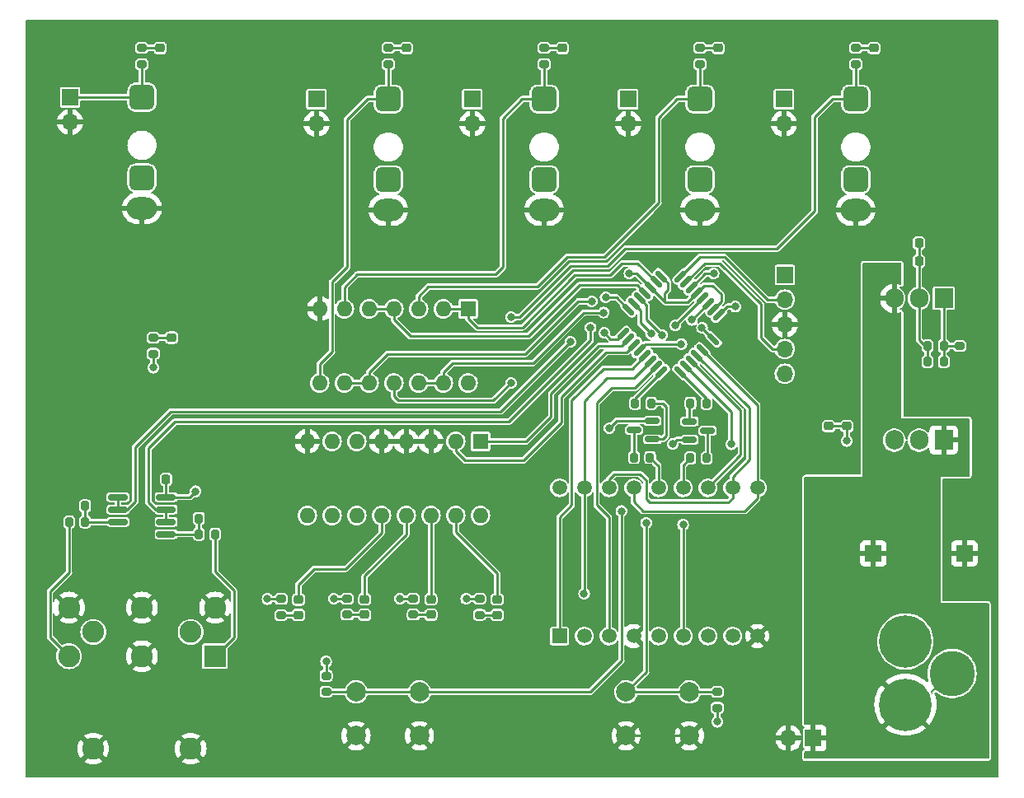
<source format=gbr>
%TF.GenerationSoftware,KiCad,Pcbnew,7.0.7*%
%TF.CreationDate,2023-11-07T21:09:30+00:00*%
%TF.ProjectId,clock_divider,636c6f63-6b5f-4646-9976-696465722e6b,rev?*%
%TF.SameCoordinates,Original*%
%TF.FileFunction,Copper,L1,Top*%
%TF.FilePolarity,Positive*%
%FSLAX46Y46*%
G04 Gerber Fmt 4.6, Leading zero omitted, Abs format (unit mm)*
G04 Created by KiCad (PCBNEW 7.0.7) date 2023-11-07 21:09:30*
%MOMM*%
%LPD*%
G01*
G04 APERTURE LIST*
G04 Aperture macros list*
%AMRoundRect*
0 Rectangle with rounded corners*
0 $1 Rounding radius*
0 $2 $3 $4 $5 $6 $7 $8 $9 X,Y pos of 4 corners*
0 Add a 4 corners polygon primitive as box body*
4,1,4,$2,$3,$4,$5,$6,$7,$8,$9,$2,$3,0*
0 Add four circle primitives for the rounded corners*
1,1,$1+$1,$2,$3*
1,1,$1+$1,$4,$5*
1,1,$1+$1,$6,$7*
1,1,$1+$1,$8,$9*
0 Add four rect primitives between the rounded corners*
20,1,$1+$1,$2,$3,$4,$5,0*
20,1,$1+$1,$4,$5,$6,$7,0*
20,1,$1+$1,$6,$7,$8,$9,0*
20,1,$1+$1,$8,$9,$2,$3,0*%
G04 Aperture macros list end*
%TA.AperFunction,SMDPad,CuDef*%
%ADD10RoundRect,0.225000X0.250000X-0.225000X0.250000X0.225000X-0.250000X0.225000X-0.250000X-0.225000X0*%
%TD*%
%TA.AperFunction,SMDPad,CuDef*%
%ADD11RoundRect,0.225000X-0.225000X-0.250000X0.225000X-0.250000X0.225000X0.250000X-0.225000X0.250000X0*%
%TD*%
%TA.AperFunction,ComponentPad*%
%ADD12C,1.500000*%
%TD*%
%TA.AperFunction,ComponentPad*%
%ADD13R,1.500000X1.500000*%
%TD*%
%TA.AperFunction,ComponentPad*%
%ADD14R,1.700000X1.700000*%
%TD*%
%TA.AperFunction,ComponentPad*%
%ADD15O,1.700000X1.700000*%
%TD*%
%TA.AperFunction,ComponentPad*%
%ADD16RoundRect,0.650000X-0.650000X-0.650000X0.650000X-0.650000X0.650000X0.650000X-0.650000X0.650000X0*%
%TD*%
%TA.AperFunction,ComponentPad*%
%ADD17O,3.100000X2.300000*%
%TD*%
%TA.AperFunction,SMDPad,CuDef*%
%ADD18RoundRect,0.218750X-0.256250X0.218750X-0.256250X-0.218750X0.256250X-0.218750X0.256250X0.218750X0*%
%TD*%
%TA.AperFunction,SMDPad,CuDef*%
%ADD19RoundRect,0.218750X0.256250X-0.218750X0.256250X0.218750X-0.256250X0.218750X-0.256250X-0.218750X0*%
%TD*%
%TA.AperFunction,SMDPad,CuDef*%
%ADD20RoundRect,0.200000X-0.200000X-0.275000X0.200000X-0.275000X0.200000X0.275000X-0.200000X0.275000X0*%
%TD*%
%TA.AperFunction,ComponentPad*%
%ADD21C,2.000000*%
%TD*%
%TA.AperFunction,ComponentPad*%
%ADD22R,1.600000X1.600000*%
%TD*%
%TA.AperFunction,ComponentPad*%
%ADD23O,1.600000X1.600000*%
%TD*%
%TA.AperFunction,SMDPad,CuDef*%
%ADD24RoundRect,0.125000X0.353553X-0.530330X0.530330X-0.353553X-0.353553X0.530330X-0.530330X0.353553X0*%
%TD*%
%TA.AperFunction,SMDPad,CuDef*%
%ADD25RoundRect,0.125000X-0.353553X-0.530330X0.530330X0.353553X0.353553X0.530330X-0.530330X-0.353553X0*%
%TD*%
%TA.AperFunction,SMDPad,CuDef*%
%ADD26RoundRect,0.200000X0.275000X-0.200000X0.275000X0.200000X-0.275000X0.200000X-0.275000X-0.200000X0*%
%TD*%
%TA.AperFunction,SMDPad,CuDef*%
%ADD27RoundRect,0.200000X-0.275000X0.200000X-0.275000X-0.200000X0.275000X-0.200000X0.275000X0.200000X0*%
%TD*%
%TA.AperFunction,SMDPad,CuDef*%
%ADD28RoundRect,0.200000X0.200000X0.275000X-0.200000X0.275000X-0.200000X-0.275000X0.200000X-0.275000X0*%
%TD*%
%TA.AperFunction,ComponentPad*%
%ADD29O,1.905000X2.000000*%
%TD*%
%TA.AperFunction,ComponentPad*%
%ADD30R,1.905000X2.000000*%
%TD*%
%TA.AperFunction,ComponentPad*%
%ADD31C,4.650000*%
%TD*%
%TA.AperFunction,ComponentPad*%
%ADD32C,5.385000*%
%TD*%
%TA.AperFunction,SMDPad,CuDef*%
%ADD33RoundRect,0.150000X0.587500X0.150000X-0.587500X0.150000X-0.587500X-0.150000X0.587500X-0.150000X0*%
%TD*%
%TA.AperFunction,SMDPad,CuDef*%
%ADD34RoundRect,0.150000X-0.587500X-0.150000X0.587500X-0.150000X0.587500X0.150000X-0.587500X0.150000X0*%
%TD*%
%TA.AperFunction,SMDPad,CuDef*%
%ADD35RoundRect,0.150000X-0.825000X-0.150000X0.825000X-0.150000X0.825000X0.150000X-0.825000X0.150000X0*%
%TD*%
%TA.AperFunction,ComponentPad*%
%ADD36R,2.250000X2.250000*%
%TD*%
%TA.AperFunction,ComponentPad*%
%ADD37C,2.250000*%
%TD*%
%TA.AperFunction,ViaPad*%
%ADD38C,0.800000*%
%TD*%
%TA.AperFunction,Conductor*%
%ADD39C,0.250000*%
%TD*%
G04 APERTURE END LIST*
D10*
%TO.P,C4,1*%
%TO.N,VCC*%
X178000000Y-62785000D03*
%TO.P,C4,2*%
%TO.N,GND*%
X178000000Y-61235000D03*
%TD*%
D11*
%TO.P,C5,2*%
%TO.N,GND*%
X184775000Y-85500000D03*
%TO.P,C5,1*%
%TO.N,VCC*%
X183225000Y-85500000D03*
%TD*%
D10*
%TO.P,C7,1*%
%TO.N,+5V*%
X174380000Y-78785000D03*
%TO.P,C7,2*%
%TO.N,GND*%
X174380000Y-77235000D03*
%TD*%
D11*
%TO.P,C11,1*%
%TO.N,+3.3V*%
X181785000Y-61835000D03*
%TO.P,C11,2*%
%TO.N,GND*%
X183335000Y-61835000D03*
%TD*%
D12*
%TO.P,U6,18,DIG1_F*%
%TO.N,DISP_QF*%
X144870000Y-85140000D03*
%TO.P,U6,17,DIG1_G*%
%TO.N,DISP_QG*%
X147410000Y-85140000D03*
%TO.P,U6,16,DIG1_A*%
%TO.N,DISP_QA*%
X149950000Y-85140000D03*
%TO.P,U6,15,DIG1_B*%
%TO.N,DISP_QB*%
X152490000Y-85140000D03*
%TO.P,U6,14,DIG1_COM*%
%TO.N,Net-(U6-DIG1_COM)*%
X155030000Y-85140000D03*
%TO.P,U6,13,DIG2_COM*%
%TO.N,Net-(U6-DIG2_COM)*%
X157570000Y-85140000D03*
%TO.P,U6,12,DIG2_F*%
%TO.N,DISP_QF*%
X160110000Y-85140000D03*
%TO.P,U6,11,DIG2_A*%
%TO.N,DISP_QA*%
X162650000Y-85140000D03*
%TO.P,U6,10,DIG2_B*%
%TO.N,DISP_QB*%
X165190000Y-85140000D03*
%TO.P,U6,9,DIG2_DP*%
%TO.N,GND*%
X165190000Y-100380000D03*
%TO.P,U6,8,DIG2_C*%
%TO.N,DISP_QC*%
X162650000Y-100380000D03*
%TO.P,U6,7,DIG2_G*%
%TO.N,DISP_QG*%
X160110000Y-100380000D03*
%TO.P,U6,6,DIG2_D*%
%TO.N,DISP_QD*%
X157570000Y-100380000D03*
%TO.P,U6,5,DIG2_E*%
%TO.N,DISP_QE*%
X155030000Y-100380000D03*
%TO.P,U6,4,DIG1_DP*%
%TO.N,GND*%
X152490000Y-100380000D03*
%TO.P,U6,3,DIG1_C*%
%TO.N,DISP_QC*%
X149950000Y-100380000D03*
%TO.P,U6,2,DIG1_D*%
%TO.N,DISP_QD*%
X147410000Y-100380000D03*
D13*
%TO.P,U6,1,DIG1_E*%
%TO.N,DISP_QE*%
X144870000Y-100380000D03*
%TD*%
D14*
%TO.P,J16,1,Pin_1*%
%TO.N,START_STOP_IN*%
X94620000Y-44992500D03*
D15*
%TO.P,J16,2,Pin_2*%
%TO.N,GND*%
X94620000Y-47532500D03*
%TD*%
D14*
%TO.P,J15,1,Pin_1*%
%TO.N,SYNC_CH4*%
X167920000Y-45170000D03*
D15*
%TO.P,J15,2,Pin_2*%
%TO.N,GND*%
X167920000Y-47710000D03*
%TD*%
D14*
%TO.P,J14,1,Pin_1*%
%TO.N,SYNC_CH3*%
X151920000Y-45170000D03*
D15*
%TO.P,J14,2,Pin_2*%
%TO.N,GND*%
X151920000Y-47710000D03*
%TD*%
D14*
%TO.P,J13,1,Pin_1*%
%TO.N,SYNC_CH2*%
X135920000Y-45170000D03*
D15*
%TO.P,J13,2,Pin_2*%
%TO.N,GND*%
X135920000Y-47710000D03*
%TD*%
D14*
%TO.P,J12,1,Pin_1*%
%TO.N,SYNC_CH1*%
X119920000Y-45170000D03*
D15*
%TO.P,J12,2,Pin_2*%
%TO.N,GND*%
X119920000Y-47710000D03*
%TD*%
D16*
%TO.P,J10,TN*%
%TO.N,N/C*%
X175300000Y-53470000D03*
%TO.P,J10,T*%
%TO.N,SYNC_CH4*%
X175300000Y-45170000D03*
D17*
%TO.P,J10,S*%
%TO.N,GND*%
X175300000Y-56570000D03*
%TD*%
D18*
%TO.P,D10,1,K*%
%TO.N,Net-(D10-K)*%
X118070000Y-96630000D03*
%TO.P,D10,2,A*%
%TO.N,Net-(D10-A)*%
X118070000Y-98205000D03*
%TD*%
D19*
%TO.P,D1,1,K*%
%TO.N,GND*%
X105040000Y-71277500D03*
%TO.P,D1,2,A*%
%TO.N,Net-(D1-A)*%
X105040000Y-69702500D03*
%TD*%
D10*
%TO.P,C9,2*%
%TO.N,GND*%
X172529999Y-77235000D03*
%TO.P,C9,1*%
%TO.N,+5V*%
X172529999Y-78785000D03*
%TD*%
D20*
%TO.P,R18,1*%
%TO.N,Net-(Q1-C)*%
X152525000Y-82020000D03*
%TO.P,R18,2*%
%TO.N,Net-(U6-DIG1_COM)*%
X154175000Y-82020000D03*
%TD*%
%TO.P,R17,1*%
%TO.N,TENS_SEL*%
X152645000Y-76440000D03*
%TO.P,R17,2*%
%TO.N,Net-(Q1-B)*%
X154295000Y-76440000D03*
%TD*%
D21*
%TO.P,SW1,1,A*%
%TO.N,GND*%
X130490000Y-110620000D03*
X123990000Y-110620000D03*
%TO.P,SW1,2,B*%
%TO.N,CHN_SEL*%
X130490000Y-106120000D03*
X123990000Y-106120000D03*
%TD*%
D11*
%TO.P,C13,1*%
%TO.N,+3.3V*%
X181785000Y-59985000D03*
%TO.P,C13,2*%
%TO.N,GND*%
X183335000Y-59985000D03*
%TD*%
D22*
%TO.P,U4,1*%
%TO.N,TIM2_CLKOUT*%
X135485000Y-66730000D03*
D23*
%TO.P,U4,2*%
X132945000Y-66730000D03*
%TO.P,U4,3*%
%TO.N,SYNC_CH3*%
X130405000Y-66730000D03*
%TO.P,U4,4*%
%TO.N,TIM3_CLKOUT*%
X127865000Y-66730000D03*
%TO.P,U4,5*%
X125325000Y-66730000D03*
%TO.P,U4,6*%
%TO.N,SYNC_CH2*%
X122785000Y-66730000D03*
%TO.P,U4,7,GND*%
%TO.N,GND*%
X120245000Y-66730000D03*
%TO.P,U4,8*%
%TO.N,SYNC_CH1*%
X120245000Y-74350000D03*
%TO.P,U4,9*%
%TO.N,TIM4_CLKOUT*%
X122785000Y-74350000D03*
%TO.P,U4,10*%
X125325000Y-74350000D03*
%TO.P,U4,11*%
%TO.N,SYNC_CH4*%
X127865000Y-74350000D03*
%TO.P,U4,12*%
%TO.N,TIM1_CLKOUT*%
X130405000Y-74350000D03*
%TO.P,U4,13*%
X132945000Y-74350000D03*
%TO.P,U4,14,VCC*%
%TO.N,+5V*%
X135485000Y-74350000D03*
%TD*%
D18*
%TO.P,D7,1,K*%
%TO.N,Net-(D7-K)*%
X138470000Y-96620000D03*
%TO.P,D7,2,A*%
%TO.N,Net-(D7-A)*%
X138470000Y-98195000D03*
%TD*%
%TO.P,D8,1,K*%
%TO.N,Net-(D8-K)*%
X131670000Y-96610000D03*
%TO.P,D8,2,A*%
%TO.N,Net-(D8-A)*%
X131670000Y-98185000D03*
%TD*%
D24*
%TO.P,U5,32,VSS*%
%TO.N,GND*%
X151397930Y-67357728D03*
%TO.P,U5,31,PB8*%
%TO.N,BOOT0*%
X151963616Y-66792043D03*
%TO.P,U5,30,PB7*%
%TO.N,CHN_SEL*%
X152529301Y-66226357D03*
%TO.P,U5,29,PB6*%
%TO.N,DIV_SEL*%
X153094986Y-65660672D03*
%TO.P,U5,28,PB5*%
%TO.N,TIM3_CLKOUT*%
X153660672Y-65094986D03*
%TO.P,U5,27,PB4*%
%TO.N,TIM1_CLKIN*%
X154226357Y-64529301D03*
%TO.P,U5,26,PB3*%
%TO.N,TIM2_CLKOUT*%
X154792043Y-63963616D03*
%TO.P,U5,25,PA15*%
%TO.N,TIM1_CLKIN*%
X155357728Y-63397930D03*
D25*
%TO.P,U5,24,PA14*%
%TO.N,SWCLK*%
X157302272Y-63397930D03*
%TO.P,U5,23,PA13*%
%TO.N,SWDIO*%
X157867957Y-63963616D03*
%TO.P,U5,22,PA12*%
%TO.N,TIM4_CLKOUT*%
X158433643Y-64529301D03*
%TO.P,U5,21,PA11*%
%TO.N,TIM1_CLKIN*%
X158999328Y-65094986D03*
%TO.P,U5,20,PA10*%
%TO.N,START_STOP*%
X159565014Y-65660672D03*
%TO.P,U5,19,PA9*%
%TO.N,TIM1_CLKOUT*%
X160130699Y-66226357D03*
%TO.P,U5,18,PA8*%
%TO.N,TIM1_CLKIN*%
X160696384Y-66792043D03*
%TO.P,U5,17,VDD*%
%TO.N,+3.3V*%
X161262070Y-67357728D03*
D24*
%TO.P,U5,16,VSS*%
%TO.N,GND*%
X161262070Y-69302272D03*
%TO.P,U5,15,VDDA*%
%TO.N,+3.3V*%
X160696384Y-69867957D03*
%TO.P,U5,14,VSSA*%
%TO.N,GND*%
X160130699Y-70433643D03*
%TO.P,U5,13,PB0*%
%TO.N,DISP_QB*%
X159565014Y-70999328D03*
%TO.P,U5,12,PA7*%
%TO.N,DISP_QA*%
X158999328Y-71565014D03*
%TO.P,U5,11,PA6*%
%TO.N,DISP_QF*%
X158433643Y-72130699D03*
%TO.P,U5,10,PA5*%
%TO.N,DISP_QD*%
X157867957Y-72696384D03*
%TO.P,U5,9,PA4*%
%TO.N,ONES_SEL*%
X157302272Y-73262070D03*
D25*
%TO.P,U5,8,PA3*%
%TO.N,TENS_SEL*%
X155357728Y-73262070D03*
%TO.P,U5,7,PA2*%
%TO.N,DISP_QC*%
X154792043Y-72696384D03*
%TO.P,U5,6,PA1*%
%TO.N,DISP_QG*%
X154226357Y-72130699D03*
%TO.P,U5,5,PA0*%
%TO.N,DISP_QE*%
X153660672Y-71565014D03*
%TO.P,U5,4,PG10*%
%TO.N,NRST*%
X153094986Y-70999328D03*
%TO.P,U5,3,PF1*%
%TO.N,LED_SEL1*%
X152529301Y-70433643D03*
%TO.P,U5,2,PF0*%
%TO.N,LED_SEL0*%
X151963616Y-69867957D03*
%TO.P,U5,1,VDD*%
%TO.N,+3.3V*%
X151397930Y-69302272D03*
%TD*%
D26*
%TO.P,R13,1*%
%TO.N,SYNC_CH2*%
X143310000Y-41565000D03*
%TO.P,R13,2*%
%TO.N,Net-(D4-A)*%
X143310000Y-39915000D03*
%TD*%
%TO.P,R12,1*%
%TO.N,SYNC_CH1*%
X127300000Y-41575000D03*
%TO.P,R12,2*%
%TO.N,Net-(D3-A)*%
X127300000Y-39925000D03*
%TD*%
%TO.P,R9,1*%
%TO.N,START_STOP_IN*%
X102000000Y-41575000D03*
%TO.P,R9,2*%
%TO.N,Net-(D2-A)*%
X102000000Y-39925000D03*
%TD*%
D27*
%TO.P,R1,1*%
%TO.N,Net-(U3-ADJ)*%
X185955000Y-70540000D03*
%TO.P,R1,2*%
%TO.N,GND*%
X185955000Y-72190000D03*
%TD*%
D28*
%TO.P,R3,1*%
%TO.N,Net-(U1A-+)*%
X96165000Y-87000000D03*
%TO.P,R3,2*%
%TO.N,GND*%
X94515000Y-87000000D03*
%TD*%
D29*
%TO.P,U2,3,VO*%
%TO.N,+5V*%
X179250000Y-80230000D03*
%TO.P,U2,2,GND*%
%TO.N,GND*%
X181790000Y-80230000D03*
D30*
%TO.P,U2,1,VI*%
%TO.N,VCC*%
X184330000Y-80230000D03*
%TD*%
D19*
%TO.P,D4,1,K*%
%TO.N,GND*%
X145190000Y-41487500D03*
%TO.P,D4,2,A*%
%TO.N,Net-(D4-A)*%
X145190000Y-39912500D03*
%TD*%
D14*
%TO.P,J1,1,Pin_1*%
%TO.N,VCC*%
X177110000Y-91870000D03*
%TD*%
D28*
%TO.P,R22,1*%
%TO.N,ONES_SEL*%
X159977500Y-76440000D03*
%TO.P,R22,2*%
%TO.N,Net-(Q2-B)*%
X158327500Y-76440000D03*
%TD*%
D20*
%TO.P,R2,1*%
%TO.N,SYNC_IN*%
X94515000Y-88640000D03*
%TO.P,R2,2*%
%TO.N,Net-(U1A-+)*%
X96165000Y-88640000D03*
%TD*%
D16*
%TO.P,J7,TN*%
%TO.N,N/C*%
X127300000Y-53470000D03*
%TO.P,J7,T*%
%TO.N,SYNC_CH1*%
X127300000Y-45170000D03*
D17*
%TO.P,J7,S*%
%TO.N,GND*%
X127300000Y-56570000D03*
%TD*%
D16*
%TO.P,J6,TN*%
%TO.N,N/C*%
X102000000Y-53292500D03*
%TO.P,J6,T*%
%TO.N,START_STOP_IN*%
X102000000Y-44992500D03*
D17*
%TO.P,J6,S*%
%TO.N,GND*%
X102000000Y-56392500D03*
%TD*%
D28*
%TO.P,R4,1*%
%TO.N,START_STOP_IN*%
X109500000Y-89900000D03*
%TO.P,R4,2*%
%TO.N,Net-(U1B-+)*%
X107850000Y-89900000D03*
%TD*%
D11*
%TO.P,C10,1*%
%TO.N,+5V*%
X104470000Y-84240000D03*
%TO.P,C10,2*%
%TO.N,GND*%
X106020000Y-84240000D03*
%TD*%
D27*
%TO.P,R23,1*%
%TO.N,+5V*%
X123070000Y-96532500D03*
%TO.P,R23,2*%
%TO.N,Net-(D9-A)*%
X123070000Y-98182500D03*
%TD*%
D21*
%TO.P,SW2,1,A*%
%TO.N,GND*%
X158210000Y-110620000D03*
X151710000Y-110620000D03*
%TO.P,SW2,2,B*%
%TO.N,DIV_SEL*%
X158210000Y-106120000D03*
X151710000Y-106120000D03*
%TD*%
D28*
%TO.P,R20,1*%
%TO.N,Net-(Q2-C)*%
X159967500Y-82070000D03*
%TO.P,R20,2*%
%TO.N,Net-(U6-DIG2_COM)*%
X158317500Y-82070000D03*
%TD*%
D31*
%TO.P,J3,2,2*%
%TO.N,GND*%
X185197500Y-104226000D03*
D32*
%TO.P,J3,3,3*%
%TO.N,VCC*%
X180397500Y-107426000D03*
%TO.P,J3,4,4*%
%TO.N,GND*%
X180397500Y-100926000D03*
%TD*%
D33*
%TO.P,Q1,1,B*%
%TO.N,Net-(Q1-B)*%
X154407500Y-80150000D03*
%TO.P,Q1,2,E*%
%TO.N,+5V*%
X154407500Y-78250000D03*
%TO.P,Q1,3,C*%
%TO.N,Net-(Q1-C)*%
X152532500Y-79200000D03*
%TD*%
D34*
%TO.P,Q2,1,B*%
%TO.N,Net-(Q2-B)*%
X158220000Y-78310000D03*
%TO.P,Q2,2,E*%
%TO.N,+5V*%
X158220000Y-80210000D03*
%TO.P,Q2,3,C*%
%TO.N,Net-(Q2-C)*%
X160095000Y-79260000D03*
%TD*%
D26*
%TO.P,R14,1*%
%TO.N,+5V*%
X161090000Y-107765000D03*
%TO.P,R14,2*%
%TO.N,DIV_SEL*%
X161090000Y-106115000D03*
%TD*%
%TO.P,R15,1*%
%TO.N,SYNC_CH3*%
X159300000Y-41565000D03*
%TO.P,R15,2*%
%TO.N,Net-(D5-A)*%
X159300000Y-39915000D03*
%TD*%
D20*
%TO.P,R8,1*%
%TO.N,+3.3V*%
X182680001Y-72155000D03*
%TO.P,R8,2*%
%TO.N,Net-(U3-ADJ)*%
X184330001Y-72155000D03*
%TD*%
D27*
%TO.P,R19,2*%
%TO.N,Net-(D7-A)*%
X136670000Y-98192500D03*
%TO.P,R19,1*%
%TO.N,+5V*%
X136670000Y-96542500D03*
%TD*%
D18*
%TO.P,D9,2,A*%
%TO.N,Net-(D9-A)*%
X124870000Y-98185000D03*
%TO.P,D9,1,K*%
%TO.N,Net-(D9-K)*%
X124870000Y-96610000D03*
%TD*%
D26*
%TO.P,R16,1*%
%TO.N,SYNC_CH4*%
X175300000Y-41575000D03*
%TO.P,R16,2*%
%TO.N,Net-(D6-A)*%
X175300000Y-39925000D03*
%TD*%
D27*
%TO.P,R11,1*%
%TO.N,+5V*%
X120910000Y-104465000D03*
%TO.P,R11,2*%
%TO.N,CHN_SEL*%
X120910000Y-106115000D03*
%TD*%
D14*
%TO.P,J2,1,Pin_1*%
%TO.N,GND*%
X186450000Y-91870000D03*
%TD*%
%TO.P,J5,1,Pin_1*%
%TO.N,VCC*%
X170940000Y-110870000D03*
D15*
%TO.P,J5,2,Pin_2*%
%TO.N,GND*%
X168400000Y-110870000D03*
%TD*%
D17*
%TO.P,J9,S*%
%TO.N,GND*%
X159300000Y-56570000D03*
D16*
%TO.P,J9,T*%
%TO.N,SYNC_CH3*%
X159300000Y-45170000D03*
%TO.P,J9,TN*%
%TO.N,N/C*%
X159300000Y-53470000D03*
%TD*%
D26*
%TO.P,R7,1*%
%TO.N,SYNC_IN*%
X103160000Y-71355000D03*
%TO.P,R7,2*%
%TO.N,Net-(D1-A)*%
X103160000Y-69705000D03*
%TD*%
D19*
%TO.P,D5,1,K*%
%TO.N,GND*%
X161180000Y-41487500D03*
%TO.P,D5,2,A*%
%TO.N,Net-(D5-A)*%
X161180000Y-39912500D03*
%TD*%
D30*
%TO.P,U3,1,ADJ*%
%TO.N,Net-(U3-ADJ)*%
X184330000Y-65660000D03*
D29*
%TO.P,U3,2,VO*%
%TO.N,+3.3V*%
X181790000Y-65660000D03*
%TO.P,U3,3,VI*%
%TO.N,VCC*%
X179250000Y-65660000D03*
%TD*%
D19*
%TO.P,D2,2,A*%
%TO.N,Net-(D2-A)*%
X103880000Y-39922500D03*
%TO.P,D2,1,K*%
%TO.N,GND*%
X103880000Y-41497500D03*
%TD*%
D14*
%TO.P,J11,1,Pin_1*%
%TO.N,unconnected-(J11-Pin_1-Pad1)*%
X168020000Y-63250000D03*
D15*
%TO.P,J11,2,Pin_2*%
%TO.N,SWCLK*%
X168020000Y-65790000D03*
%TO.P,J11,3,Pin_3*%
%TO.N,GND*%
X168020000Y-68330000D03*
%TO.P,J11,4,Pin_4*%
%TO.N,SWDIO*%
X168020000Y-70870000D03*
%TO.P,J11,5,Pin_5*%
%TO.N,NRST*%
X168020000Y-73410000D03*
%TD*%
D19*
%TO.P,D6,1,K*%
%TO.N,GND*%
X177180000Y-41497500D03*
%TO.P,D6,2,A*%
%TO.N,Net-(D6-A)*%
X177180000Y-39922500D03*
%TD*%
D20*
%TO.P,R5,1*%
%TO.N,Net-(U1B-+)*%
X107850000Y-88290000D03*
%TO.P,R5,2*%
%TO.N,GND*%
X109500000Y-88290000D03*
%TD*%
D35*
%TO.P,U1,1*%
%TO.N,TIM1_CLKIN*%
X99525000Y-86095000D03*
%TO.P,U1,2,-*%
X99525000Y-87365000D03*
%TO.P,U1,3,+*%
%TO.N,Net-(U1A-+)*%
X99525000Y-88635000D03*
%TO.P,U1,4,V-*%
%TO.N,GND*%
X99525000Y-89905000D03*
%TO.P,U1,5,+*%
%TO.N,Net-(U1B-+)*%
X104475000Y-89905000D03*
%TO.P,U1,6,-*%
%TO.N,START_STOP*%
X104475000Y-88635000D03*
%TO.P,U1,7*%
X104475000Y-87365000D03*
%TO.P,U1,8,V+*%
%TO.N,+5V*%
X104475000Y-86095000D03*
%TD*%
D16*
%TO.P,J8,TN*%
%TO.N,N/C*%
X143300000Y-53470000D03*
%TO.P,J8,T*%
%TO.N,SYNC_CH2*%
X143300000Y-45170000D03*
D17*
%TO.P,J8,S*%
%TO.N,GND*%
X143300000Y-56570000D03*
%TD*%
D22*
%TO.P,U7,1,A0*%
%TO.N,LED_SEL0*%
X136755000Y-80360000D03*
D23*
%TO.P,U7,2,A1*%
%TO.N,LED_SEL1*%
X134215000Y-80360000D03*
%TO.P,U7,3,A2*%
%TO.N,GND*%
X131675000Y-80360000D03*
%TO.P,U7,4,~{E0}*%
X129135000Y-80360000D03*
%TO.P,U7,5,~{E1}*%
X126595000Y-80360000D03*
%TO.P,U7,6,E2*%
%TO.N,+5V*%
X124055000Y-80360000D03*
%TO.P,U7,7,~{Y7}*%
%TO.N,unconnected-(U7-~{Y7}-Pad7)*%
X121515000Y-80360000D03*
%TO.P,U7,8,GND*%
%TO.N,GND*%
X118975000Y-80360000D03*
%TO.P,U7,9,~{Y6}*%
%TO.N,unconnected-(U7-~{Y6}-Pad9)*%
X118975000Y-87980000D03*
%TO.P,U7,10,~{Y5}*%
%TO.N,unconnected-(U7-~{Y5}-Pad10)*%
X121515000Y-87980000D03*
%TO.P,U7,11,~{Y4}*%
%TO.N,unconnected-(U7-~{Y4}-Pad11)*%
X124055000Y-87980000D03*
%TO.P,U7,12,~{Y3}*%
%TO.N,Net-(D10-K)*%
X126595000Y-87980000D03*
%TO.P,U7,13,~{Y2}*%
%TO.N,Net-(D9-K)*%
X129135000Y-87980000D03*
%TO.P,U7,14,~{Y1}*%
%TO.N,Net-(D8-K)*%
X131675000Y-87980000D03*
%TO.P,U7,15,~{Y0}*%
%TO.N,Net-(D7-K)*%
X134215000Y-87980000D03*
%TO.P,U7,16,VCC*%
%TO.N,+5V*%
X136755000Y-87980000D03*
%TD*%
D19*
%TO.P,D3,1,K*%
%TO.N,GND*%
X129180000Y-41497500D03*
%TO.P,D3,2,A*%
%TO.N,Net-(D3-A)*%
X129180000Y-39922500D03*
%TD*%
D27*
%TO.P,R21,1*%
%TO.N,+5V*%
X129870000Y-96532500D03*
%TO.P,R21,2*%
%TO.N,Net-(D8-A)*%
X129870000Y-98182500D03*
%TD*%
D20*
%TO.P,R6,1*%
%TO.N,+3.3V*%
X182680001Y-70545000D03*
%TO.P,R6,2*%
%TO.N,Net-(U3-ADJ)*%
X184330001Y-70545000D03*
%TD*%
D36*
%TO.P,J4,1,1*%
%TO.N,START_STOP_IN*%
X109500000Y-102450000D03*
D37*
%TO.P,J4,2,2*%
%TO.N,GND*%
X102000000Y-102450000D03*
%TO.P,J4,3,3*%
%TO.N,SYNC_IN*%
X94500000Y-102450000D03*
%TO.P,J4,4,4*%
%TO.N,unconnected-(J4-Pad4)*%
X107000000Y-99950000D03*
%TO.P,J4,5,5*%
%TO.N,unconnected-(J4-Pad5)*%
X97000000Y-99950000D03*
%TO.P,J4,6,6*%
%TO.N,GND*%
X109500000Y-97450000D03*
%TO.P,J4,7,7*%
X94500000Y-97450000D03*
%TO.P,J4,8,8*%
X102000000Y-97450000D03*
%TO.P,J4,MH1,MH1*%
X107000000Y-111950000D03*
%TO.P,J4,MH2,MH2*%
X97000000Y-111950000D03*
%TD*%
D27*
%TO.P,R24,1*%
%TO.N,+5V*%
X116270000Y-96572500D03*
%TO.P,R24,2*%
%TO.N,Net-(D10-A)*%
X116270000Y-98222500D03*
%TD*%
D38*
%TO.N,+3.3V*%
X159510000Y-68680000D03*
%TO.N,GND*%
X154837250Y-66262750D03*
%TO.N,+5V*%
X161090000Y-109190000D03*
X174390000Y-80320000D03*
X120910000Y-102990000D03*
X107500000Y-85500000D03*
%TO.N,NRST*%
X157390000Y-70350000D03*
%TO.N,DISP_QD*%
X157570000Y-88930000D03*
%TO.N,CHN_SEL*%
X151230000Y-87530000D03*
%TO.N,DIV_SEL*%
X153770000Y-88730000D03*
%TO.N,SYNC_IN*%
X103160000Y-72790000D03*
%TO.N,+5V*%
X135300000Y-96540000D03*
X128490000Y-96530000D03*
X114890000Y-96570000D03*
X121690000Y-96530000D03*
%TO.N,+3.3V*%
X149470000Y-69210000D03*
%TO.N,TIM1_CLKIN*%
X145985000Y-70125000D03*
%TO.N,START_STOP*%
X148070000Y-68660000D03*
%TO.N,CHN_SEL*%
X154270353Y-69309647D03*
%TO.N,DIV_SEL*%
X155412652Y-69427348D03*
%TO.N,START_STOP*%
X156775686Y-68450000D03*
%TO.N,BOOT0*%
X149620000Y-65570000D03*
%TO.N,TIM4_CLKOUT*%
X148180000Y-65950000D03*
%TO.N,+5V*%
X150000000Y-79000000D03*
X156510000Y-80630000D03*
%TO.N,+3.3V*%
X162910000Y-66510000D03*
%TO.N,SYNC_CH4*%
X139900000Y-67590000D03*
X139900000Y-74360000D03*
%TO.N,DISP_QD*%
X162510000Y-80660000D03*
%TO.N,DISP_QG*%
X147400000Y-96000000D03*
%TO.N,TIM1_CLKIN*%
X152060000Y-63120000D03*
%TO.N,TIM1_CLKOUT*%
X149420000Y-67120000D03*
X158478528Y-67878528D03*
%TO.N,TIM4_CLKOUT*%
X160700000Y-63120000D03*
%TD*%
D39*
%TO.N,DIV_SEL*%
X153770000Y-88730000D02*
X153770000Y-104060000D01*
X153770000Y-104060000D02*
X151710000Y-106120000D01*
%TO.N,CHN_SEL*%
X151230000Y-87530000D02*
X151230000Y-102910000D01*
X151230000Y-102910000D02*
X148020000Y-106120000D01*
X148020000Y-106120000D02*
X130490000Y-106120000D01*
%TO.N,DIV_SEL*%
X158210000Y-106120000D02*
X151710000Y-106120000D01*
X153810000Y-66375686D02*
X153094986Y-65660672D01*
X153810000Y-67824696D02*
X153810000Y-66375686D01*
X155412652Y-69427348D02*
X153810000Y-67824696D01*
%TO.N,CHN_SEL*%
X153170000Y-66867056D02*
X152529301Y-66226357D01*
X154270353Y-69290353D02*
X153170000Y-68190000D01*
X153170000Y-68190000D02*
X153170000Y-66867056D01*
X154270353Y-69309647D02*
X154270353Y-69290353D01*
%TO.N,NRST*%
X153744314Y-70350000D02*
X153094986Y-70999328D01*
X157390000Y-70350000D02*
X153744314Y-70350000D01*
%TO.N,BOOT0*%
X149620000Y-65570000D02*
X150741573Y-65570000D01*
X150741573Y-65570000D02*
X151963616Y-66792043D01*
%TO.N,TIM1_CLKIN*%
X145985000Y-70125000D02*
X138820000Y-77290000D01*
X138820000Y-77290000D02*
X104940000Y-77290000D01*
X104940000Y-77290000D02*
X101300000Y-80930000D01*
X101300000Y-80930000D02*
X101300000Y-86560000D01*
X101300000Y-86560000D02*
X100495000Y-87365000D01*
X100495000Y-87365000D02*
X99525000Y-87365000D01*
%TO.N,+3.3V*%
X159510000Y-68680000D02*
X159510000Y-68681573D01*
X159510000Y-68681573D02*
X160696384Y-69867957D01*
%TO.N,Net-(D1-A)*%
X103160000Y-69705000D02*
X105037500Y-69705000D01*
X105037500Y-69705000D02*
X105040000Y-69702500D01*
%TO.N,GND*%
X151710000Y-110620000D02*
X158210000Y-110620000D01*
%TO.N,TIM4_CLKOUT*%
X127220000Y-71370000D02*
X125325000Y-73265000D01*
X148180000Y-65950000D02*
X146810000Y-65950000D01*
X141390000Y-71370000D02*
X127220000Y-71370000D01*
X146810000Y-65950000D02*
X141390000Y-71370000D01*
X125325000Y-73265000D02*
X125325000Y-74350000D01*
%TO.N,TIM1_CLKIN*%
X154226357Y-64529301D02*
X155737056Y-66040000D01*
X155737056Y-66040000D02*
X158054314Y-66040000D01*
X158054314Y-66040000D02*
X158999328Y-65094986D01*
%TO.N,START_STOP*%
X156775686Y-68450000D02*
X159565014Y-65660672D01*
%TO.N,TIM1_CLKOUT*%
X149420000Y-67120000D02*
X147360000Y-67120000D01*
X147360000Y-67120000D02*
X142170000Y-72310000D01*
X142170000Y-72310000D02*
X133900000Y-72310000D01*
X132945000Y-73265000D02*
X132945000Y-74350000D01*
X133900000Y-72310000D02*
X132945000Y-73265000D01*
X158478528Y-67878528D02*
X160130699Y-66226357D01*
%TO.N,+5V*%
X172529999Y-78785000D02*
X174380000Y-78785000D01*
X161090000Y-107765000D02*
X161090000Y-109190000D01*
%TO.N,DIV_SEL*%
X161085000Y-106120000D02*
X158210000Y-106120000D01*
%TO.N,+3.3V*%
X181785000Y-61835000D02*
X181790000Y-61840000D01*
X181790000Y-61840000D02*
X181790000Y-65660000D01*
X181785000Y-59985000D02*
X181785000Y-61835000D01*
%TO.N,+5V*%
X174390000Y-80320000D02*
X174390000Y-78795000D01*
X174390000Y-78795000D02*
X174380000Y-78785000D01*
X120910000Y-102990000D02*
X120910000Y-104465000D01*
%TO.N,CHN_SEL*%
X120910000Y-106115000D02*
X120915000Y-106120000D01*
X120915000Y-106120000D02*
X123990000Y-106120000D01*
%TO.N,+5V*%
X107500000Y-85500000D02*
X106905000Y-86095000D01*
X106905000Y-86095000D02*
X104475000Y-86095000D01*
X174380000Y-78785000D02*
X174385000Y-78780000D01*
%TO.N,+3.3V*%
X182680001Y-72155000D02*
X182680001Y-70545000D01*
%TO.N,SYNC_IN*%
X103160000Y-72790000D02*
X103160000Y-71355000D01*
%TO.N,+5V*%
X150000000Y-79000000D02*
X150750000Y-78250000D01*
X150750000Y-78250000D02*
X154407500Y-78250000D01*
%TO.N,TIM4_CLKOUT*%
X160700000Y-63120000D02*
X159842944Y-63120000D01*
X159842944Y-63120000D02*
X158433643Y-64529301D01*
%TO.N,+3.3V*%
X149470000Y-69210000D02*
X150100000Y-69840000D01*
X150100000Y-69840000D02*
X150860202Y-69840000D01*
X150860202Y-69840000D02*
X151397930Y-69302272D01*
%TO.N,DISP_QG*%
X147400000Y-96000000D02*
X147410000Y-95990000D01*
X147410000Y-95990000D02*
X147410000Y-85140000D01*
%TO.N,+3.3V*%
X181790000Y-65660000D02*
X181790000Y-69914999D01*
X181790000Y-69914999D02*
X182420000Y-70545000D01*
X182420000Y-70545000D02*
X182680000Y-70545001D01*
%TO.N,Net-(U3-ADJ)*%
X184330000Y-70545000D02*
X184330000Y-65660000D01*
X184330000Y-70545000D02*
X184330000Y-72155000D01*
X185955000Y-70540000D02*
X184335000Y-70540000D01*
X184335000Y-70540000D02*
X184330000Y-70545000D01*
%TO.N,SYNC_CH4*%
X139900000Y-74360000D02*
X138090000Y-76170000D01*
X138090000Y-76170000D02*
X128320000Y-76170000D01*
X128320000Y-76170000D02*
X127865000Y-75715000D01*
X127865000Y-75715000D02*
X127865000Y-74350000D01*
%TO.N,DISP_QD*%
X157570000Y-88930000D02*
X157570000Y-100380000D01*
%TO.N,DISP_QB*%
X152490000Y-85140000D02*
X152490000Y-86550000D01*
X152490000Y-86550000D02*
X153470000Y-87530000D01*
X153470000Y-87530000D02*
X163850000Y-87530000D01*
X163850000Y-87530000D02*
X165190000Y-86190000D01*
X165190000Y-86190000D02*
X165190000Y-85140000D01*
%TO.N,DIV_SEL*%
X153770000Y-88730000D02*
X153760000Y-88740000D01*
%TO.N,CHN_SEL*%
X151230000Y-87530000D02*
X151220000Y-87540000D01*
%TO.N,DISP_QC*%
X149950000Y-100380000D02*
X149950000Y-88160000D01*
X149950000Y-88160000D02*
X148690000Y-86900000D01*
%TO.N,DISP_QE*%
X144870000Y-100380000D02*
X144870000Y-88160000D01*
X146130000Y-86900000D02*
X146130000Y-76160000D01*
X144870000Y-88160000D02*
X146130000Y-86900000D01*
X146130000Y-76160000D02*
X149400000Y-72890000D01*
X149400000Y-72890000D02*
X152335686Y-72890000D01*
X152335686Y-72890000D02*
X153660672Y-71565014D01*
%TO.N,DISP_QB*%
X159565014Y-70999328D02*
X165190000Y-76624314D01*
X165190000Y-76624314D02*
X165190000Y-85140000D01*
%TO.N,DISP_QA*%
X158999328Y-71565014D02*
X164370000Y-76935686D01*
X164370000Y-76935686D02*
X164370000Y-82270000D01*
X164370000Y-82270000D02*
X162650000Y-83990000D01*
X162650000Y-83990000D02*
X162650000Y-85140000D01*
%TO.N,DISP_QF*%
X158433643Y-72130699D02*
X163490000Y-77187056D01*
X163490000Y-77187056D02*
X163490000Y-81760000D01*
X163490000Y-81760000D02*
X160110000Y-85140000D01*
%TO.N,DISP_QD*%
X162510000Y-80660000D02*
X162510000Y-77338427D01*
X162510000Y-77338427D02*
X157867957Y-72696384D01*
%TO.N,DISP_QC*%
X152618427Y-74870000D02*
X154792043Y-72696384D01*
X148690000Y-86900000D02*
X148690000Y-76430000D01*
X148690000Y-76430000D02*
X150250000Y-74870000D01*
X150250000Y-74870000D02*
X152618427Y-74870000D01*
%TO.N,DISP_QG*%
X151150000Y-73870000D02*
X149770000Y-73870000D01*
X152487056Y-73870000D02*
X154226357Y-72130699D01*
X151150000Y-73870000D02*
X152487056Y-73870000D01*
X149770000Y-73870000D02*
X147410000Y-76230000D01*
X147410000Y-76230000D02*
X147410000Y-85140000D01*
%TO.N,+5V*%
X104470000Y-84240000D02*
X104470000Y-86090000D01*
X104470000Y-86090000D02*
X104475000Y-86095000D01*
%TO.N,Net-(D2-A)*%
X102000000Y-39925000D02*
X103877500Y-39925000D01*
X103877500Y-39925000D02*
X103880000Y-39922500D01*
%TO.N,START_STOP_IN*%
X102000000Y-41575000D02*
X102000000Y-44992500D01*
X94620000Y-44992500D02*
X102000000Y-44992500D01*
%TO.N,SYNC_CH4*%
X139900000Y-67590000D02*
X140780000Y-67590000D01*
X171070000Y-47000000D02*
X172900000Y-45170000D01*
X140780000Y-67590000D02*
X146040000Y-62330000D01*
X146040000Y-62330000D02*
X149860000Y-62330000D01*
X167210000Y-60560000D02*
X171070000Y-56700000D01*
X149860000Y-62330000D02*
X151630000Y-60560000D01*
X151630000Y-60560000D02*
X167210000Y-60560000D01*
X171070000Y-56700000D02*
X171070000Y-47000000D01*
X172900000Y-45170000D02*
X175300000Y-45170000D01*
%TO.N,SWDIO*%
X159771573Y-62060000D02*
X157867957Y-63963616D01*
X161370000Y-62060000D02*
X159771573Y-62060000D01*
X165570000Y-66260000D02*
X161370000Y-62060000D01*
X165570000Y-69680000D02*
X165570000Y-66260000D01*
X166760000Y-70870000D02*
X165570000Y-69680000D01*
X168020000Y-70870000D02*
X166760000Y-70870000D01*
%TO.N,SWCLK*%
X159310202Y-61390000D02*
X157302272Y-63397930D01*
X161810000Y-61390000D02*
X159310202Y-61390000D01*
X166210000Y-65790000D02*
X161810000Y-61390000D01*
X168020000Y-65790000D02*
X166210000Y-65790000D01*
%TO.N,+5V*%
X135300000Y-96540000D02*
X136667500Y-96540000D01*
X136667500Y-96540000D02*
X136670000Y-96542500D01*
X128490000Y-96530000D02*
X129867500Y-96530000D01*
X129867500Y-96530000D02*
X129870000Y-96532500D01*
X114890000Y-96570000D02*
X116267500Y-96570000D01*
X116267500Y-96570000D02*
X116270000Y-96572500D01*
X121690000Y-96530000D02*
X123067500Y-96530000D01*
X123067500Y-96530000D02*
X123070000Y-96532500D01*
%TO.N,Net-(D10-K)*%
X118070000Y-96630000D02*
X118070000Y-95080000D01*
X118070000Y-95080000D02*
X119670000Y-93480000D01*
X119670000Y-93480000D02*
X122900000Y-93480000D01*
X122900000Y-93480000D02*
X126595000Y-89785000D01*
X126595000Y-89785000D02*
X126595000Y-87980000D01*
%TO.N,Net-(D9-K)*%
X124870000Y-96610000D02*
X124870000Y-94200000D01*
X124870000Y-94200000D02*
X129135000Y-89935000D01*
X129135000Y-89935000D02*
X129135000Y-87980000D01*
%TO.N,Net-(D7-K)*%
X134215000Y-87980000D02*
X134215000Y-89695000D01*
X134215000Y-89695000D02*
X138470000Y-93950000D01*
X138470000Y-93950000D02*
X138470000Y-96620000D01*
%TO.N,Net-(D8-K)*%
X131670000Y-96610000D02*
X131675000Y-96605000D01*
X131675000Y-96605000D02*
X131675000Y-87980000D01*
%TO.N,Net-(D10-A)*%
X118070000Y-98205000D02*
X116287500Y-98205000D01*
X116287500Y-98205000D02*
X116270000Y-98222500D01*
%TO.N,Net-(D9-A)*%
X124870000Y-98185000D02*
X123072500Y-98185000D01*
X123072500Y-98185000D02*
X123070000Y-98182500D01*
%TO.N,Net-(D8-A)*%
X131670000Y-98185000D02*
X129872500Y-98185000D01*
X129872500Y-98185000D02*
X129870000Y-98182500D01*
%TO.N,Net-(D7-A)*%
X136670000Y-98192500D02*
X138467500Y-98192500D01*
X138467500Y-98192500D02*
X138470000Y-98195000D01*
%TO.N,TIM1_CLKIN*%
X155357728Y-63397930D02*
X156000000Y-64040202D01*
X156000000Y-64040202D02*
X156000000Y-64760000D01*
%TO.N,START_STOP*%
X102660000Y-86640000D02*
X103385000Y-87365000D01*
X148070000Y-68660000D02*
X148070000Y-69960000D01*
X148070000Y-69960000D02*
X139690000Y-78340000D01*
X139690000Y-78340000D02*
X105390000Y-78340000D01*
X105390000Y-78340000D02*
X102660000Y-81070000D01*
X102660000Y-81070000D02*
X102660000Y-86640000D01*
X103385000Y-87365000D02*
X104475000Y-87365000D01*
%TO.N,LED_SEL0*%
X136755000Y-80360000D02*
X141471573Y-80360000D01*
X141471573Y-80360000D02*
X144010000Y-77821573D01*
X144010000Y-77821573D02*
X144010000Y-75460000D01*
X144010000Y-75460000D02*
X148920000Y-70550000D01*
X148920000Y-70550000D02*
X151281573Y-70550000D01*
X151281573Y-70550000D02*
X151963616Y-69867957D01*
%TO.N,LED_SEL1*%
X134215000Y-80360000D02*
X134215000Y-81345000D01*
X134215000Y-81345000D02*
X135190000Y-82320000D01*
X135190000Y-82320000D02*
X141160000Y-82320000D01*
X141160000Y-82320000D02*
X145040000Y-78440000D01*
X145040000Y-78440000D02*
X145040000Y-75800000D01*
X145040000Y-75800000D02*
X149650000Y-71190000D01*
X149650000Y-71190000D02*
X151772944Y-71190000D01*
X151772944Y-71190000D02*
X152529301Y-70433643D01*
%TO.N,TIM1_CLKIN*%
X152060000Y-63120000D02*
X152817056Y-63120000D01*
X152817056Y-63120000D02*
X154226357Y-64529301D01*
%TO.N,TIM2_CLKOUT*%
X154792043Y-63963616D02*
X152908427Y-62080000D01*
X152908427Y-62080000D02*
X151300000Y-62080000D01*
X151300000Y-62080000D02*
X150100000Y-63280000D01*
X150100000Y-63280000D02*
X146450000Y-63280000D01*
X146450000Y-63280000D02*
X141070000Y-68660000D01*
X141070000Y-68660000D02*
X136410000Y-68660000D01*
X136410000Y-68660000D02*
X135485000Y-67735000D01*
X135485000Y-67735000D02*
X135485000Y-66730000D01*
%TO.N,CHN_SEL*%
X130490000Y-106120000D02*
X123990000Y-106120000D01*
%TO.N,DIV_SEL*%
X161090000Y-106115000D02*
X161085000Y-106120000D01*
%TO.N,TIM1_CLKIN*%
X158999328Y-65094986D02*
X159764314Y-64330000D01*
X159764314Y-64330000D02*
X160570000Y-64330000D01*
X160570000Y-64330000D02*
X161480000Y-65240000D01*
X161480000Y-65240000D02*
X161480000Y-66008427D01*
X161480000Y-66008427D02*
X160696384Y-66792043D01*
X156000000Y-64760000D02*
X155638528Y-65121472D01*
X155638528Y-65121472D02*
X155638528Y-65941472D01*
%TO.N,DISP_QA*%
X149950000Y-85140000D02*
X149950000Y-84260000D01*
X149950000Y-84260000D02*
X150490000Y-83720000D01*
X162190000Y-86640000D02*
X162650000Y-86180000D01*
X150490000Y-83720000D02*
X153150000Y-83720000D01*
X153150000Y-83720000D02*
X153760000Y-84330000D01*
X153760000Y-84330000D02*
X153760000Y-86260000D01*
X153760000Y-86260000D02*
X154140000Y-86640000D01*
X154140000Y-86640000D02*
X162190000Y-86640000D01*
X162650000Y-86180000D02*
X162650000Y-85140000D01*
%TO.N,TIM3_CLKOUT*%
X153660672Y-65094986D02*
X152835686Y-64270000D01*
X152835686Y-64270000D02*
X146960000Y-64270000D01*
X146960000Y-64270000D02*
X141670000Y-69560000D01*
X141670000Y-69560000D02*
X129580000Y-69560000D01*
X129580000Y-69560000D02*
X127865000Y-67845000D01*
X127865000Y-67845000D02*
X127865000Y-66730000D01*
%TO.N,SYNC_CH3*%
X159300000Y-45170000D02*
X156950000Y-45170000D01*
X156950000Y-45170000D02*
X155040000Y-47080000D01*
X155040000Y-47080000D02*
X155040000Y-55850000D01*
X131400000Y-64440000D02*
X130405000Y-65435000D01*
X155040000Y-55850000D02*
X149480000Y-61410000D01*
X149480000Y-61410000D02*
X145650000Y-61410000D01*
X145650000Y-61410000D02*
X142620000Y-64440000D01*
X142620000Y-64440000D02*
X131400000Y-64440000D01*
X130405000Y-65435000D02*
X130405000Y-66730000D01*
%TO.N,SYNC_CH2*%
X138300000Y-63210000D02*
X139060000Y-62450000D01*
X139060000Y-62450000D02*
X139060000Y-47140000D01*
X141030000Y-45170000D02*
X143300000Y-45170000D01*
X139060000Y-47140000D02*
X141030000Y-45170000D01*
X138300000Y-63210000D02*
X124080000Y-63210000D01*
X124080000Y-63210000D02*
X122785000Y-64505000D01*
X122785000Y-64505000D02*
X122785000Y-66730000D01*
%TO.N,SYNC_CH1*%
X127300000Y-45170000D02*
X125150000Y-45170000D01*
X123060000Y-62430000D02*
X121510000Y-63980000D01*
X125150000Y-45170000D02*
X123060000Y-47260000D01*
X123060000Y-47260000D02*
X123060000Y-62430000D01*
X121510000Y-63980000D02*
X121510000Y-71150000D01*
X121510000Y-71150000D02*
X120245000Y-72415000D01*
X120245000Y-72415000D02*
X120245000Y-74350000D01*
%TO.N,GND*%
X99520000Y-89900000D02*
X99525000Y-89905000D01*
X94510000Y-86995000D02*
X94515000Y-87000000D01*
%TO.N,+5V*%
X156930000Y-80210000D02*
X156510000Y-80630000D01*
X158220000Y-80210000D02*
X156930000Y-80210000D01*
X104480000Y-86100000D02*
X104475000Y-86095000D01*
%TO.N,+3.3V*%
X162910000Y-66510000D02*
X162109798Y-66510000D01*
X162109798Y-66510000D02*
X161262070Y-67357728D01*
%TO.N,Net-(D3-A)*%
X129177500Y-39925000D02*
X129180000Y-39922500D01*
X127300000Y-39925000D02*
X129177500Y-39925000D01*
%TO.N,Net-(D4-A)*%
X145190000Y-39912500D02*
X143312500Y-39912500D01*
X143312500Y-39912500D02*
X143310000Y-39915000D01*
%TO.N,Net-(D5-A)*%
X161177500Y-39915000D02*
X161180000Y-39912500D01*
X159300000Y-39915000D02*
X161177500Y-39915000D01*
%TO.N,Net-(D6-A)*%
X175300000Y-39925000D02*
X177177500Y-39925000D01*
X177177500Y-39925000D02*
X177180000Y-39922500D01*
%TO.N,START_STOP_IN*%
X109500000Y-93760000D02*
X109500000Y-89900000D01*
X111440000Y-95700000D02*
X109500000Y-93760000D01*
X111440000Y-100540000D02*
X111440000Y-95700000D01*
X109530000Y-102450000D02*
X111440000Y-100540000D01*
X109500000Y-102450000D02*
X109530000Y-102450000D01*
%TO.N,SYNC_CH1*%
X127300000Y-41575000D02*
X127300000Y-45170000D01*
%TO.N,SYNC_CH2*%
X143310000Y-41565000D02*
X143310000Y-45160000D01*
X143310000Y-45160000D02*
X143300000Y-45170000D01*
%TO.N,SYNC_CH3*%
X159300000Y-41565000D02*
X159300000Y-45170000D01*
%TO.N,SYNC_CH4*%
X175300000Y-41575000D02*
X175300000Y-45170000D01*
%TO.N,SYNC_IN*%
X94515000Y-88640000D02*
X94500000Y-88655000D01*
X92550000Y-100500000D02*
X92550000Y-95780000D01*
X94500000Y-88655000D02*
X94500000Y-93830000D01*
X92550000Y-95780000D02*
X94500000Y-93830000D01*
X94500000Y-102450000D02*
X92550000Y-100500000D01*
%TO.N,Net-(Q1-B)*%
X155870000Y-79750000D02*
X155470000Y-80150000D01*
X155870000Y-76850000D02*
X155870000Y-79750000D01*
X154295000Y-76440000D02*
X155460000Y-76440000D01*
X155460000Y-76440000D02*
X155870000Y-76850000D01*
X155470000Y-80150000D02*
X154407500Y-80150000D01*
%TO.N,Net-(Q1-C)*%
X152532500Y-82012500D02*
X152525000Y-82020000D01*
X152532500Y-79200000D02*
X152532500Y-82012500D01*
%TO.N,Net-(Q2-B)*%
X158220000Y-76547500D02*
X158327500Y-76440000D01*
X158220000Y-78310000D02*
X158220000Y-76547500D01*
%TO.N,Net-(Q2-C)*%
X160095000Y-81942500D02*
X159967500Y-82070000D01*
X160095000Y-79260000D02*
X160095000Y-81942500D01*
%TO.N,TENS_SEL*%
X152645000Y-76440000D02*
X152645000Y-75974798D01*
X152645000Y-75974798D02*
X155357728Y-73262070D01*
%TO.N,ONES_SEL*%
X159977500Y-76440000D02*
X159977500Y-75937298D01*
X159977500Y-75937298D02*
X157302272Y-73262070D01*
%TO.N,TIM1_CLKIN*%
X99525000Y-87365000D02*
X99525000Y-86095000D01*
%TO.N,TIM1_CLKOUT*%
X132945000Y-74350000D02*
X130405000Y-74350000D01*
%TO.N,START_STOP*%
X104475000Y-87365000D02*
X104475000Y-88635000D01*
%TO.N,TIM4_CLKOUT*%
X125325000Y-74350000D02*
X122785000Y-74350000D01*
%TO.N,TIM2_CLKOUT*%
X132945000Y-66730000D02*
X135485000Y-66730000D01*
%TO.N,TIM3_CLKOUT*%
X125325000Y-66730000D02*
X127865000Y-66730000D01*
%TO.N,Net-(U1A-+)*%
X96160000Y-88645000D02*
X96165000Y-88640000D01*
X96165000Y-88640000D02*
X99520000Y-88640000D01*
X96165000Y-87000000D02*
X96165000Y-88640000D01*
X99520000Y-88640000D02*
X99525000Y-88635000D01*
%TO.N,Net-(U1B-+)*%
X107850000Y-88290000D02*
X107850000Y-89900000D01*
X104480000Y-89900000D02*
X104475000Y-89905000D01*
X107850000Y-89900000D02*
X104480000Y-89900000D01*
%TO.N,Net-(U6-DIG1_COM)*%
X155030000Y-82875000D02*
X155030000Y-85140000D01*
X154175000Y-82020000D02*
X155030000Y-82875000D01*
X154175000Y-82020000D02*
X154170000Y-82025000D01*
%TO.N,Net-(U6-DIG2_COM)*%
X157570000Y-82817500D02*
X157570000Y-85140000D01*
X158317500Y-82070000D02*
X157570000Y-82817500D01*
X158317500Y-82070000D02*
X158327500Y-82080000D01*
%TD*%
%TA.AperFunction,Conductor*%
%TO.N,GND*%
G36*
X183974209Y-105184124D02*
G01*
X183981451Y-105192813D01*
X183992955Y-105209479D01*
X183992958Y-105209483D01*
X184166313Y-105389964D01*
X184234810Y-105441436D01*
X184259143Y-105482620D01*
X184247228Y-105528948D01*
X184241457Y-105535595D01*
X183778792Y-105998260D01*
X183734598Y-106016566D01*
X183701847Y-106007298D01*
X183677496Y-105992316D01*
X183677492Y-105992314D01*
X183677489Y-105992312D01*
X183663548Y-105985146D01*
X183643767Y-105974978D01*
X183643759Y-105974975D01*
X183557149Y-105952375D01*
X183557151Y-105952375D01*
X183496333Y-105950203D01*
X183487327Y-105949882D01*
X183487324Y-105949882D01*
X183487323Y-105949882D01*
X183487322Y-105949882D01*
X183462199Y-105950522D01*
X183375134Y-105978515D01*
X183315040Y-106014171D01*
X183294247Y-106028296D01*
X183236139Y-106098917D01*
X183220058Y-106131044D01*
X183204865Y-106161396D01*
X183195008Y-106184522D01*
X183187643Y-106247024D01*
X183184305Y-106275356D01*
X183184288Y-106278863D01*
X183182514Y-106278853D01*
X183170619Y-106319348D01*
X183128633Y-106342268D01*
X183082736Y-106328785D01*
X183064571Y-106304880D01*
X182989585Y-106131044D01*
X182988889Y-106083214D01*
X183008297Y-106063232D01*
X183007505Y-106062440D01*
X183885821Y-105184124D01*
X183930015Y-105165818D01*
X183974209Y-105184124D01*
G37*
%TD.AperFunction*%
%TA.AperFunction,Conductor*%
G36*
X128755653Y-80128306D02*
G01*
X128773959Y-80172500D01*
X128767147Y-80200874D01*
X128749836Y-80234847D01*
X128749835Y-80234851D01*
X128730014Y-80360000D01*
X128749835Y-80485148D01*
X128749836Y-80485152D01*
X128767147Y-80519126D01*
X128770900Y-80566814D01*
X128739833Y-80603188D01*
X128711459Y-80610000D01*
X127018541Y-80610000D01*
X126974347Y-80591694D01*
X126956041Y-80547500D01*
X126962853Y-80519126D01*
X126980163Y-80485152D01*
X126980163Y-80485151D01*
X126980165Y-80485148D01*
X126999986Y-80360000D01*
X126980165Y-80234852D01*
X126980163Y-80234849D01*
X126980163Y-80234847D01*
X126962853Y-80200874D01*
X126959100Y-80153186D01*
X126990167Y-80116812D01*
X127018541Y-80110000D01*
X128711459Y-80110000D01*
X128755653Y-80128306D01*
G37*
%TD.AperFunction*%
%TA.AperFunction,Conductor*%
G36*
X131295653Y-80128306D02*
G01*
X131313959Y-80172500D01*
X131307147Y-80200874D01*
X131289836Y-80234847D01*
X131289835Y-80234851D01*
X131270014Y-80360000D01*
X131289835Y-80485148D01*
X131289836Y-80485152D01*
X131307147Y-80519126D01*
X131310900Y-80566814D01*
X131279833Y-80603188D01*
X131251459Y-80610000D01*
X129558541Y-80610000D01*
X129514347Y-80591694D01*
X129496041Y-80547500D01*
X129502853Y-80519126D01*
X129520163Y-80485152D01*
X129520163Y-80485151D01*
X129520165Y-80485148D01*
X129539986Y-80360000D01*
X129520165Y-80234852D01*
X129520163Y-80234849D01*
X129520163Y-80234847D01*
X129502853Y-80200874D01*
X129499100Y-80153186D01*
X129530167Y-80116812D01*
X129558541Y-80110000D01*
X131251459Y-80110000D01*
X131295653Y-80128306D01*
G37*
%TD.AperFunction*%
%TA.AperFunction,Conductor*%
G36*
X189931694Y-37068306D02*
G01*
X189950000Y-37112500D01*
X189950000Y-114887500D01*
X189931694Y-114931694D01*
X189887500Y-114950000D01*
X90112500Y-114950000D01*
X90068306Y-114931694D01*
X90050000Y-114887500D01*
X90050000Y-111950004D01*
X95369975Y-111950004D01*
X95390041Y-112204985D01*
X95390042Y-112204989D01*
X95449752Y-112453698D01*
X95547638Y-112690017D01*
X95681278Y-112908098D01*
X95681284Y-112908107D01*
X95684534Y-112911911D01*
X96261988Y-112334457D01*
X96306182Y-112316151D01*
X96350376Y-112334457D01*
X96356315Y-112341329D01*
X96450756Y-112468185D01*
X96450757Y-112468186D01*
X96585059Y-112580880D01*
X96585060Y-112580880D01*
X96585062Y-112580882D01*
X96599319Y-112588042D01*
X96630597Y-112624235D01*
X96627121Y-112671944D01*
X96615463Y-112688088D01*
X96038086Y-113265464D01*
X96041896Y-113268718D01*
X96041897Y-113268719D01*
X96259982Y-113402361D01*
X96496301Y-113500247D01*
X96745010Y-113559957D01*
X96745014Y-113559958D01*
X96999996Y-113580025D01*
X97000004Y-113580025D01*
X97254985Y-113559958D01*
X97254989Y-113559957D01*
X97503698Y-113500247D01*
X97740017Y-113402361D01*
X97958105Y-113268717D01*
X97961911Y-113265465D01*
X97961911Y-113265464D01*
X97382491Y-112686044D01*
X97364185Y-112641850D01*
X97382491Y-112597656D01*
X97392336Y-112589635D01*
X97485373Y-112528445D01*
X97605688Y-112400918D01*
X97637721Y-112345433D01*
X97675671Y-112316313D01*
X97723097Y-112322556D01*
X97736042Y-112332489D01*
X98315464Y-112911911D01*
X98315465Y-112911911D01*
X98318717Y-112908105D01*
X98452361Y-112690017D01*
X98550247Y-112453698D01*
X98609957Y-112204989D01*
X98609958Y-112204985D01*
X98630025Y-111950004D01*
X105369975Y-111950004D01*
X105390041Y-112204985D01*
X105390042Y-112204989D01*
X105449752Y-112453698D01*
X105547638Y-112690017D01*
X105681278Y-112908098D01*
X105681284Y-112908107D01*
X105684534Y-112911911D01*
X106261988Y-112334457D01*
X106306182Y-112316151D01*
X106350376Y-112334457D01*
X106356315Y-112341329D01*
X106450756Y-112468185D01*
X106450757Y-112468186D01*
X106585059Y-112580880D01*
X106585060Y-112580880D01*
X106585062Y-112580882D01*
X106599319Y-112588042D01*
X106630597Y-112624235D01*
X106627121Y-112671944D01*
X106615463Y-112688088D01*
X106038086Y-113265464D01*
X106041896Y-113268718D01*
X106041897Y-113268719D01*
X106259982Y-113402361D01*
X106496301Y-113500247D01*
X106745010Y-113559957D01*
X106745014Y-113559958D01*
X106999996Y-113580025D01*
X107000004Y-113580025D01*
X107254985Y-113559958D01*
X107254989Y-113559957D01*
X107503698Y-113500247D01*
X107740017Y-113402361D01*
X107958105Y-113268717D01*
X107961911Y-113265465D01*
X107961911Y-113265464D01*
X107382491Y-112686044D01*
X107364185Y-112641850D01*
X107382491Y-112597656D01*
X107392336Y-112589635D01*
X107485373Y-112528445D01*
X107605688Y-112400918D01*
X107637721Y-112345433D01*
X107675671Y-112316313D01*
X107723097Y-112322556D01*
X107736042Y-112332489D01*
X108315464Y-112911911D01*
X108315465Y-112911911D01*
X108318717Y-112908105D01*
X108338388Y-112876005D01*
X169794500Y-112876005D01*
X169797951Y-112908098D01*
X169799197Y-112919684D01*
X169810403Y-112971195D01*
X169812890Y-112981373D01*
X169855900Y-113062085D01*
X169901655Y-113114889D01*
X169901660Y-113114894D01*
X169901661Y-113114895D01*
X169919245Y-113132843D01*
X169919247Y-113132844D01*
X169999059Y-113177488D01*
X169999063Y-113177490D01*
X170066102Y-113197175D01*
X170124000Y-113205500D01*
X170124004Y-113205500D01*
X188875994Y-113205500D01*
X188876000Y-113205500D01*
X188919684Y-113200803D01*
X188971195Y-113189597D01*
X188981373Y-113187110D01*
X189062085Y-113144100D01*
X189114889Y-113098345D01*
X189132843Y-113080754D01*
X189177490Y-113000937D01*
X189197175Y-112933898D01*
X189205500Y-112876000D01*
X189205500Y-97124000D01*
X189200803Y-97080316D01*
X189189597Y-97028805D01*
X189187110Y-97018627D01*
X189144100Y-96937915D01*
X189098345Y-96885111D01*
X189095045Y-96881743D01*
X189080754Y-96867156D01*
X189080752Y-96867155D01*
X189000940Y-96822511D01*
X188933899Y-96802825D01*
X188922318Y-96801160D01*
X188876000Y-96794500D01*
X188875996Y-96794500D01*
X184268000Y-96794500D01*
X184223806Y-96776194D01*
X184205500Y-96732000D01*
X184205500Y-92767835D01*
X185100000Y-92767835D01*
X185106402Y-92827377D01*
X185156647Y-92962091D01*
X185156649Y-92962094D01*
X185242808Y-93077186D01*
X185242813Y-93077191D01*
X185357905Y-93163350D01*
X185357908Y-93163352D01*
X185492622Y-93213597D01*
X185552164Y-93219999D01*
X185552178Y-93220000D01*
X186200000Y-93220000D01*
X186200000Y-92402753D01*
X186218306Y-92358559D01*
X186262500Y-92340253D01*
X186288462Y-92345901D01*
X186307683Y-92354679D01*
X186307685Y-92354680D01*
X186414235Y-92370000D01*
X186414237Y-92370000D01*
X186485765Y-92370000D01*
X186512553Y-92366148D01*
X186592315Y-92354680D01*
X186611533Y-92345902D01*
X186659337Y-92344192D01*
X186694349Y-92376786D01*
X186699999Y-92402753D01*
X186699999Y-93219999D01*
X186700000Y-93220000D01*
X187347822Y-93220000D01*
X187347835Y-93219999D01*
X187407377Y-93213597D01*
X187542091Y-93163352D01*
X187542094Y-93163350D01*
X187657186Y-93077191D01*
X187657191Y-93077186D01*
X187743350Y-92962094D01*
X187743352Y-92962091D01*
X187793597Y-92827377D01*
X187799999Y-92767835D01*
X187800000Y-92767822D01*
X187800000Y-92120000D01*
X186981192Y-92120000D01*
X186936998Y-92101694D01*
X186918692Y-92057500D01*
X186921224Y-92039892D01*
X186949999Y-91941891D01*
X186950000Y-91941890D01*
X186950000Y-91798109D01*
X186949999Y-91798108D01*
X186921224Y-91700108D01*
X186926337Y-91652547D01*
X186963584Y-91622532D01*
X186981192Y-91620000D01*
X187799999Y-91620000D01*
X187800000Y-90972177D01*
X187799999Y-90972164D01*
X187793597Y-90912622D01*
X187743352Y-90777908D01*
X187743350Y-90777905D01*
X187657191Y-90662813D01*
X187657186Y-90662808D01*
X187542094Y-90576649D01*
X187542091Y-90576647D01*
X187407377Y-90526402D01*
X187347835Y-90520000D01*
X186700000Y-90520000D01*
X186700000Y-91337246D01*
X186681694Y-91381440D01*
X186637500Y-91399746D01*
X186611537Y-91394098D01*
X186592316Y-91385320D01*
X186592313Y-91385319D01*
X186485765Y-91370000D01*
X186485763Y-91370000D01*
X186414237Y-91370000D01*
X186414235Y-91370000D01*
X186307686Y-91385319D01*
X186307683Y-91385320D01*
X186288463Y-91394098D01*
X186240658Y-91395805D01*
X186205648Y-91363209D01*
X186200000Y-91337246D01*
X186200000Y-90520000D01*
X185552164Y-90520000D01*
X185492622Y-90526402D01*
X185357908Y-90576647D01*
X185357905Y-90576649D01*
X185242813Y-90662808D01*
X185242808Y-90662813D01*
X185156649Y-90777905D01*
X185156647Y-90777908D01*
X185106402Y-90912622D01*
X185100000Y-90972164D01*
X185100000Y-91620000D01*
X185918808Y-91620000D01*
X185963002Y-91638306D01*
X185981308Y-91682500D01*
X185978776Y-91700108D01*
X185950000Y-91798108D01*
X185950000Y-91941891D01*
X185978776Y-92039892D01*
X185973663Y-92087453D01*
X185936416Y-92117468D01*
X185918808Y-92120000D01*
X185100000Y-92120000D01*
X185100000Y-92767835D01*
X184205500Y-92767835D01*
X184205500Y-84268000D01*
X184223806Y-84223806D01*
X184268000Y-84205500D01*
X186875994Y-84205500D01*
X186876000Y-84205500D01*
X186919684Y-84200803D01*
X186971195Y-84189597D01*
X186981373Y-84187110D01*
X187062085Y-84144100D01*
X187114889Y-84098345D01*
X187132843Y-84080754D01*
X187177490Y-84000937D01*
X187197175Y-83933898D01*
X187205500Y-83876000D01*
X187205500Y-78124000D01*
X187200803Y-78080316D01*
X187189597Y-78028805D01*
X187187110Y-78018627D01*
X187144100Y-77937915D01*
X187098345Y-77885111D01*
X187096401Y-77883127D01*
X187080754Y-77867156D01*
X187080752Y-77867155D01*
X187000940Y-77822511D01*
X186990437Y-77819427D01*
X186961068Y-77810803D01*
X186933899Y-77802825D01*
X186922318Y-77801160D01*
X186876000Y-77794500D01*
X186875996Y-77794500D01*
X180268000Y-77794500D01*
X180223806Y-77776194D01*
X180205500Y-77732000D01*
X180205500Y-67154585D01*
X180205451Y-67153540D01*
X180205046Y-67144929D01*
X180202410Y-67116959D01*
X180188854Y-67070470D01*
X180180710Y-67042539D01*
X180180708Y-67042534D01*
X180180708Y-67042533D01*
X180161455Y-67004957D01*
X180148847Y-66980349D01*
X180148847Y-66980350D01*
X180136036Y-66958720D01*
X180069149Y-66896347D01*
X180069146Y-66896345D01*
X180069145Y-66896344D01*
X180008736Y-66861266D01*
X180008735Y-66861266D01*
X180008728Y-66861262D01*
X179996538Y-66855148D01*
X179986261Y-66849993D01*
X179896266Y-66833682D01*
X179839618Y-66836238D01*
X179794644Y-66819943D01*
X179774365Y-66776619D01*
X179790660Y-66731645D01*
X179803891Y-66720668D01*
X179947815Y-66631556D01*
X180105728Y-66487599D01*
X180111467Y-66480000D01*
X180207188Y-66353244D01*
X180234500Y-66317077D01*
X180329747Y-66125796D01*
X180388224Y-65920271D01*
X180389032Y-65911555D01*
X180402999Y-65760829D01*
X180637000Y-65760829D01*
X180651774Y-65920263D01*
X180651776Y-65920275D01*
X180707357Y-66115619D01*
X180710253Y-66125796D01*
X180805500Y-66317077D01*
X180805501Y-66317078D01*
X180805503Y-66317082D01*
X180934263Y-66487589D01*
X180934268Y-66487594D01*
X180934272Y-66487599D01*
X181025620Y-66570874D01*
X181092180Y-66631552D01*
X181092181Y-66631553D01*
X181092185Y-66631556D01*
X181273862Y-66744045D01*
X181423846Y-66802149D01*
X181424577Y-66802432D01*
X181459174Y-66835467D01*
X181464499Y-66860712D01*
X181464499Y-69899421D01*
X181464380Y-69902145D01*
X181460735Y-69943806D01*
X181460735Y-69943807D01*
X181471560Y-69984204D01*
X181472151Y-69986866D01*
X181479411Y-70028041D01*
X181479412Y-70028044D01*
X181482570Y-70033515D01*
X181488810Y-70048581D01*
X181490444Y-70054679D01*
X181490446Y-70054683D01*
X181514427Y-70088932D01*
X181515892Y-70091232D01*
X181521912Y-70101658D01*
X181536806Y-70127454D01*
X181568845Y-70154338D01*
X181570856Y-70156181D01*
X182061195Y-70646522D01*
X182079501Y-70690716D01*
X182079501Y-70851513D01*
X182079502Y-70851519D01*
X182094355Y-70945304D01*
X182094355Y-70945305D01*
X182151951Y-71058342D01*
X182241659Y-71148050D01*
X182320376Y-71188158D01*
X182351442Y-71224531D01*
X182354501Y-71243845D01*
X182354501Y-71456152D01*
X182336195Y-71500346D01*
X182320376Y-71511839D01*
X182241660Y-71551948D01*
X182151951Y-71641657D01*
X182094355Y-71754694D01*
X182094353Y-71754701D01*
X182079502Y-71848467D01*
X182079501Y-71848483D01*
X182079501Y-72461514D01*
X182079502Y-72461519D01*
X182094355Y-72555304D01*
X182094355Y-72555305D01*
X182149529Y-72663588D01*
X182151951Y-72668342D01*
X182241659Y-72758050D01*
X182354697Y-72815646D01*
X182354700Y-72815646D01*
X182354702Y-72815647D01*
X182448468Y-72830498D01*
X182448470Y-72830498D01*
X182448482Y-72830500D01*
X182911519Y-72830499D01*
X183005305Y-72815646D01*
X183118343Y-72758050D01*
X183208051Y-72668342D01*
X183265647Y-72555304D01*
X183277044Y-72483344D01*
X183280499Y-72461532D01*
X183280499Y-72461531D01*
X183280501Y-72461519D01*
X183280500Y-71848482D01*
X183265647Y-71754696D01*
X183208051Y-71641658D01*
X183118343Y-71551950D01*
X183118341Y-71551948D01*
X183039626Y-71511839D01*
X183008560Y-71475464D01*
X183005501Y-71456152D01*
X183005501Y-71243845D01*
X183023807Y-71199651D01*
X183039622Y-71188159D01*
X183118343Y-71148050D01*
X183208051Y-71058342D01*
X183265647Y-70945304D01*
X183276855Y-70874537D01*
X183280499Y-70851532D01*
X183280499Y-70851531D01*
X183280501Y-70851519D01*
X183280500Y-70238482D01*
X183265647Y-70144696D01*
X183208051Y-70031658D01*
X183118343Y-69941950D01*
X183066097Y-69915329D01*
X183005306Y-69884354D01*
X183005299Y-69884352D01*
X182911533Y-69869501D01*
X182911521Y-69869500D01*
X182911520Y-69869500D01*
X182911517Y-69869500D01*
X182448486Y-69869500D01*
X182448481Y-69869501D01*
X182354695Y-69884354D01*
X182305713Y-69909312D01*
X182258025Y-69913065D01*
X182233145Y-69897818D01*
X182189260Y-69853933D01*
X182133806Y-69798478D01*
X182115500Y-69754284D01*
X182115500Y-66860711D01*
X182133806Y-66816517D01*
X182155419Y-66802433D01*
X182306138Y-66744045D01*
X182409982Y-66679748D01*
X183177000Y-66679748D01*
X183188632Y-66738230D01*
X183188633Y-66738232D01*
X183232947Y-66804552D01*
X183299267Y-66848866D01*
X183299269Y-66848867D01*
X183357752Y-66860500D01*
X183942000Y-66860500D01*
X183986194Y-66878806D01*
X184004500Y-66923000D01*
X184004500Y-69846153D01*
X183986194Y-69890347D01*
X183970375Y-69901841D01*
X183891658Y-69941950D01*
X183801951Y-70031657D01*
X183744355Y-70144694D01*
X183744353Y-70144701D01*
X183729502Y-70238467D01*
X183729501Y-70238483D01*
X183729501Y-70851514D01*
X183729502Y-70851519D01*
X183744355Y-70945304D01*
X183744355Y-70945305D01*
X183801950Y-71058342D01*
X183801951Y-71058342D01*
X183891659Y-71148050D01*
X183969769Y-71187849D01*
X183970374Y-71188157D01*
X184001441Y-71224531D01*
X184004500Y-71243845D01*
X184004500Y-71456153D01*
X183986194Y-71500347D01*
X183970375Y-71511841D01*
X183891658Y-71551950D01*
X183801951Y-71641657D01*
X183744355Y-71754694D01*
X183744353Y-71754701D01*
X183729502Y-71848467D01*
X183729501Y-71848483D01*
X183729501Y-72461514D01*
X183729502Y-72461519D01*
X183744355Y-72555304D01*
X183744355Y-72555305D01*
X183799529Y-72663588D01*
X183801951Y-72668342D01*
X183891659Y-72758050D01*
X184004697Y-72815646D01*
X184004700Y-72815646D01*
X184004702Y-72815647D01*
X184098468Y-72830498D01*
X184098470Y-72830498D01*
X184098482Y-72830500D01*
X184561519Y-72830499D01*
X184655305Y-72815646D01*
X184768343Y-72758050D01*
X184858051Y-72668342D01*
X184915647Y-72555304D01*
X184927044Y-72483344D01*
X184930499Y-72461532D01*
X184930499Y-72461531D01*
X184930501Y-72461519D01*
X184930500Y-71848482D01*
X184915647Y-71754696D01*
X184858051Y-71641658D01*
X184768343Y-71551950D01*
X184732734Y-71533806D01*
X184689625Y-71511840D01*
X184658559Y-71475465D01*
X184655500Y-71456152D01*
X184655500Y-71243846D01*
X184673806Y-71199652D01*
X184689626Y-71188158D01*
X184689767Y-71188086D01*
X184768343Y-71148050D01*
X184858051Y-71058342D01*
X184915647Y-70945304D01*
X184917665Y-70932561D01*
X184919937Y-70918222D01*
X184944931Y-70877436D01*
X184981667Y-70865500D01*
X185256154Y-70865500D01*
X185300348Y-70883806D01*
X185311842Y-70899626D01*
X185335116Y-70945305D01*
X185351950Y-70978342D01*
X185441658Y-71068050D01*
X185554696Y-71125646D01*
X185554699Y-71125646D01*
X185554701Y-71125647D01*
X185648467Y-71140498D01*
X185648469Y-71140498D01*
X185648481Y-71140500D01*
X186261518Y-71140499D01*
X186355304Y-71125646D01*
X186468342Y-71068050D01*
X186558050Y-70978342D01*
X186615646Y-70865304D01*
X186617829Y-70851519D01*
X186630498Y-70771532D01*
X186630498Y-70771531D01*
X186630500Y-70771519D01*
X186630499Y-70308482D01*
X186615646Y-70214696D01*
X186558050Y-70101658D01*
X186468342Y-70011950D01*
X186444981Y-70000047D01*
X186355305Y-69954354D01*
X186355298Y-69954352D01*
X186261532Y-69939501D01*
X186261520Y-69939500D01*
X186261519Y-69939500D01*
X186261516Y-69939500D01*
X185648485Y-69939500D01*
X185648480Y-69939501D01*
X185554695Y-69954354D01*
X185554694Y-69954354D01*
X185441657Y-70011950D01*
X185351949Y-70101658D01*
X185311842Y-70180374D01*
X185275468Y-70211441D01*
X185256154Y-70214500D01*
X184980083Y-70214500D01*
X184935889Y-70196194D01*
X184918353Y-70161778D01*
X184915648Y-70144700D01*
X184915646Y-70144694D01*
X184903662Y-70121174D01*
X184858051Y-70031658D01*
X184768343Y-69941950D01*
X184757682Y-69936518D01*
X184689625Y-69901840D01*
X184658559Y-69865465D01*
X184655500Y-69846152D01*
X184655500Y-66923000D01*
X184673806Y-66878806D01*
X184718000Y-66860500D01*
X185302248Y-66860500D01*
X185360731Y-66848867D01*
X185427052Y-66804552D01*
X185471367Y-66738231D01*
X185483000Y-66679748D01*
X185483000Y-64640252D01*
X185471367Y-64581769D01*
X185471366Y-64581767D01*
X185427052Y-64515447D01*
X185360732Y-64471133D01*
X185360730Y-64471132D01*
X185302248Y-64459500D01*
X183357752Y-64459500D01*
X183299269Y-64471132D01*
X183299267Y-64471133D01*
X183232947Y-64515447D01*
X183188633Y-64581767D01*
X183188632Y-64581769D01*
X183177000Y-64640251D01*
X183177000Y-66679748D01*
X182409982Y-66679748D01*
X182487815Y-66631556D01*
X182645728Y-66487599D01*
X182651467Y-66480000D01*
X182747188Y-66353244D01*
X182774500Y-66317077D01*
X182869747Y-66125796D01*
X182928224Y-65920271D01*
X182929032Y-65911555D01*
X182942999Y-65760829D01*
X182943000Y-65760808D01*
X182943000Y-65559191D01*
X182942999Y-65559170D01*
X182928225Y-65399736D01*
X182928223Y-65399724D01*
X182904630Y-65316806D01*
X182869747Y-65194204D01*
X182774500Y-65002923D01*
X182774497Y-65002919D01*
X182774496Y-65002917D01*
X182645736Y-64832410D01*
X182645731Y-64832405D01*
X182645728Y-64832401D01*
X182528321Y-64725370D01*
X182487819Y-64688447D01*
X182487816Y-64688445D01*
X182487815Y-64688444D01*
X182306138Y-64575955D01*
X182306137Y-64575954D01*
X182306133Y-64575952D01*
X182306134Y-64575952D01*
X182155422Y-64517566D01*
X182120825Y-64484532D01*
X182115500Y-64459287D01*
X182115500Y-62547094D01*
X182133806Y-62502900D01*
X182149621Y-62491409D01*
X182263220Y-62433528D01*
X182358528Y-62338220D01*
X182419719Y-62218126D01*
X182435500Y-62118488D01*
X182435500Y-61551512D01*
X182419719Y-61451874D01*
X182419717Y-61451871D01*
X182419717Y-61451869D01*
X182358528Y-61331780D01*
X182263219Y-61236471D01*
X182144626Y-61176045D01*
X182113559Y-61139671D01*
X182110500Y-61120357D01*
X182110500Y-60699642D01*
X182128806Y-60655448D01*
X182144622Y-60643956D01*
X182263220Y-60583528D01*
X182358528Y-60488220D01*
X182419719Y-60368126D01*
X182435500Y-60268488D01*
X182435500Y-59701512D01*
X182419719Y-59601874D01*
X182419717Y-59601871D01*
X182419717Y-59601869D01*
X182358528Y-59481780D01*
X182263219Y-59386471D01*
X182143130Y-59325282D01*
X182143120Y-59325279D01*
X182043501Y-59309501D01*
X182043489Y-59309500D01*
X182043488Y-59309500D01*
X181526512Y-59309500D01*
X181526510Y-59309500D01*
X181526498Y-59309501D01*
X181426879Y-59325279D01*
X181426869Y-59325282D01*
X181306780Y-59386471D01*
X181211471Y-59481780D01*
X181150282Y-59601869D01*
X181150279Y-59601879D01*
X181134501Y-59701498D01*
X181134500Y-59701514D01*
X181134500Y-60268485D01*
X181134501Y-60268501D01*
X181150279Y-60368120D01*
X181150282Y-60368130D01*
X181211471Y-60488219D01*
X181211472Y-60488220D01*
X181306780Y-60583528D01*
X181425375Y-60643955D01*
X181456441Y-60680328D01*
X181459500Y-60699642D01*
X181459500Y-61120357D01*
X181441194Y-61164551D01*
X181425374Y-61176045D01*
X181306780Y-61236471D01*
X181211471Y-61331780D01*
X181150282Y-61451869D01*
X181150279Y-61451879D01*
X181134501Y-61551498D01*
X181134500Y-61551514D01*
X181134500Y-62118485D01*
X181134501Y-62118501D01*
X181150279Y-62218120D01*
X181150282Y-62218130D01*
X181209056Y-62333479D01*
X181211472Y-62338220D01*
X181306780Y-62433528D01*
X181426874Y-62494719D01*
X181430374Y-62496502D01*
X181461441Y-62532876D01*
X181464500Y-62552190D01*
X181464500Y-64459287D01*
X181446194Y-64503481D01*
X181424578Y-64517566D01*
X181273866Y-64575952D01*
X181092180Y-64688447D01*
X180934270Y-64832403D01*
X180934263Y-64832410D01*
X180805503Y-65002917D01*
X180805500Y-65002923D01*
X180710253Y-65194203D01*
X180651776Y-65399724D01*
X180651774Y-65399736D01*
X180637000Y-65559170D01*
X180637000Y-65760829D01*
X180402999Y-65760829D01*
X180403000Y-65760808D01*
X180403000Y-65559191D01*
X180402999Y-65559170D01*
X180388225Y-65399736D01*
X180388223Y-65399724D01*
X180364630Y-65316806D01*
X180329747Y-65194204D01*
X180234500Y-65002923D01*
X180234497Y-65002919D01*
X180234496Y-65002917D01*
X180105736Y-64832410D01*
X180105731Y-64832405D01*
X180105728Y-64832401D01*
X179988321Y-64725370D01*
X179947819Y-64688447D01*
X179947816Y-64688445D01*
X179947815Y-64688444D01*
X179805163Y-64600118D01*
X179777226Y-64561289D01*
X179784927Y-64514078D01*
X179823757Y-64486140D01*
X179840998Y-64484549D01*
X179887600Y-64486740D01*
X179956758Y-64476796D01*
X179981373Y-64471704D01*
X180004675Y-64459287D01*
X180062076Y-64428699D01*
X180062077Y-64428698D01*
X180062085Y-64428694D01*
X180114889Y-64382939D01*
X180132843Y-64365348D01*
X180177490Y-64285531D01*
X180197175Y-64218492D01*
X180205500Y-64160594D01*
X180205500Y-62124000D01*
X180200803Y-62080316D01*
X180189597Y-62028805D01*
X180187110Y-62018627D01*
X180144100Y-61937915D01*
X180098345Y-61885111D01*
X180096401Y-61883127D01*
X180080754Y-61867156D01*
X180080752Y-61867155D01*
X180000940Y-61822511D01*
X179986180Y-61818177D01*
X179981595Y-61816830D01*
X179933899Y-61802825D01*
X179922318Y-61801160D01*
X179876000Y-61794500D01*
X176124000Y-61794500D01*
X176123994Y-61794500D01*
X176080321Y-61799196D01*
X176080316Y-61799196D01*
X176080316Y-61799197D01*
X176028804Y-61810402D01*
X176028805Y-61810403D01*
X176018630Y-61812889D01*
X176018629Y-61812889D01*
X176018627Y-61812890D01*
X175992509Y-61826808D01*
X175937916Y-61855899D01*
X175937912Y-61855902D01*
X175912925Y-61877553D01*
X175885111Y-61901655D01*
X175885105Y-61901660D01*
X175885106Y-61901660D01*
X175885105Y-61901661D01*
X175867156Y-61919245D01*
X175867155Y-61919247D01*
X175822511Y-61999059D01*
X175802825Y-62066100D01*
X175800781Y-62080316D01*
X175794500Y-62124000D01*
X175794500Y-62124004D01*
X175794500Y-83732000D01*
X175776194Y-83776194D01*
X175732000Y-83794500D01*
X170123994Y-83794500D01*
X170080321Y-83799196D01*
X170028805Y-83810403D01*
X170018630Y-83812889D01*
X170018629Y-83812889D01*
X170018627Y-83812890D01*
X169973292Y-83837048D01*
X169937916Y-83855899D01*
X169937912Y-83855902D01*
X169936785Y-83856879D01*
X169885111Y-83901655D01*
X169885105Y-83901660D01*
X169885106Y-83901660D01*
X169885105Y-83901661D01*
X169867156Y-83919245D01*
X169867155Y-83919247D01*
X169822511Y-83999059D01*
X169802825Y-84066100D01*
X169800718Y-84080754D01*
X169794500Y-84124000D01*
X169794500Y-84124003D01*
X169794500Y-84124004D01*
X169794500Y-109396005D01*
X169799196Y-109439678D01*
X169799197Y-109439684D01*
X169810403Y-109491195D01*
X169812890Y-109501373D01*
X169855900Y-109582085D01*
X169901655Y-109634889D01*
X169901660Y-109634894D01*
X169901661Y-109634895D01*
X169919245Y-109652843D01*
X169919247Y-109652844D01*
X169999059Y-109697488D01*
X169999060Y-109697489D01*
X169999062Y-109697489D01*
X169999063Y-109697490D01*
X170031508Y-109707017D01*
X170068754Y-109737030D01*
X170073867Y-109784592D01*
X170043853Y-109821839D01*
X170026095Y-109828283D01*
X170011768Y-109831133D01*
X170011767Y-109831133D01*
X169945447Y-109875447D01*
X169901133Y-109941767D01*
X169901132Y-109941769D01*
X169889500Y-110000251D01*
X169889500Y-111739748D01*
X169901132Y-111798230D01*
X169901133Y-111798232D01*
X169945447Y-111864552D01*
X170011767Y-111908866D01*
X170011769Y-111908867D01*
X170018626Y-111910231D01*
X170058400Y-111936807D01*
X170067732Y-111983723D01*
X170041156Y-112023497D01*
X170021272Y-112032243D01*
X170018634Y-112032887D01*
X170018630Y-112032889D01*
X170018629Y-112032889D01*
X170018627Y-112032890D01*
X169973292Y-112057048D01*
X169937916Y-112075899D01*
X169937912Y-112075902D01*
X169931887Y-112081123D01*
X169885111Y-112121655D01*
X169885105Y-112121660D01*
X169885106Y-112121660D01*
X169885105Y-112121661D01*
X169867156Y-112139245D01*
X169867155Y-112139247D01*
X169822511Y-112219059D01*
X169802825Y-112286100D01*
X169802825Y-112286102D01*
X169794500Y-112344000D01*
X169794500Y-112344004D01*
X169794500Y-112876005D01*
X108338388Y-112876005D01*
X108452361Y-112690017D01*
X108550247Y-112453698D01*
X108609957Y-112204989D01*
X108609958Y-112204985D01*
X108630025Y-111950004D01*
X108630025Y-111949995D01*
X108609958Y-111695014D01*
X108609957Y-111695010D01*
X108550247Y-111446301D01*
X108452361Y-111209982D01*
X108318719Y-110991897D01*
X108318718Y-110991896D01*
X108315464Y-110988086D01*
X107738010Y-111565541D01*
X107693816Y-111583847D01*
X107649622Y-111565541D01*
X107643687Y-111558674D01*
X107549244Y-111431815D01*
X107477429Y-111371555D01*
X107414938Y-111319118D01*
X107400676Y-111311955D01*
X107369400Y-111275760D01*
X107372878Y-111228051D01*
X107384535Y-111211910D01*
X107961911Y-110634534D01*
X107958107Y-110631284D01*
X107958098Y-110631278D01*
X107939692Y-110619999D01*
X122484859Y-110619999D01*
X122505387Y-110867738D01*
X122505389Y-110867748D01*
X122566408Y-111108705D01*
X122566413Y-111108720D01*
X122666269Y-111336370D01*
X122666271Y-111336373D01*
X122766563Y-111489881D01*
X122766564Y-111489881D01*
X123400909Y-110855536D01*
X123445103Y-110837230D01*
X123489297Y-110855536D01*
X123500595Y-110870975D01*
X123536442Y-110940156D01*
X123584752Y-110991883D01*
X123639639Y-111050653D01*
X123741587Y-111112649D01*
X123769836Y-111151252D01*
X123762514Y-111198524D01*
X123753307Y-111210244D01*
X123119941Y-111843609D01*
X123166771Y-111880057D01*
X123385385Y-111998364D01*
X123385392Y-111998367D01*
X123620509Y-112079083D01*
X123865709Y-112120000D01*
X124114291Y-112120000D01*
X124359490Y-112079083D01*
X124594607Y-111998367D01*
X124594614Y-111998364D01*
X124813228Y-111880057D01*
X124813235Y-111880053D01*
X124860056Y-111843610D01*
X124860057Y-111843609D01*
X124226502Y-111210055D01*
X124208196Y-111165861D01*
X124226502Y-111121667D01*
X124245797Y-111108535D01*
X124261548Y-111101694D01*
X124278452Y-111094352D01*
X124278453Y-111094350D01*
X124278458Y-111094349D01*
X124395739Y-110998934D01*
X124482928Y-110875415D01*
X124482930Y-110875408D01*
X124483235Y-110874821D01*
X124483510Y-110874588D01*
X124485393Y-110871922D01*
X124486090Y-110872414D01*
X124519816Y-110843998D01*
X124567478Y-110848070D01*
X124582926Y-110859373D01*
X125213434Y-111489881D01*
X125313730Y-111336369D01*
X125413586Y-111108720D01*
X125413591Y-111108705D01*
X125474610Y-110867748D01*
X125474612Y-110867738D01*
X125495140Y-110620000D01*
X128984859Y-110620000D01*
X129005387Y-110867738D01*
X129005389Y-110867748D01*
X129066408Y-111108705D01*
X129066413Y-111108720D01*
X129166269Y-111336370D01*
X129166271Y-111336373D01*
X129266563Y-111489881D01*
X129266564Y-111489881D01*
X129900909Y-110855536D01*
X129945103Y-110837230D01*
X129989297Y-110855536D01*
X130000595Y-110870975D01*
X130036442Y-110940156D01*
X130084752Y-110991883D01*
X130139639Y-111050653D01*
X130241587Y-111112649D01*
X130269836Y-111151252D01*
X130262514Y-111198524D01*
X130253307Y-111210244D01*
X129619941Y-111843609D01*
X129666771Y-111880057D01*
X129885385Y-111998364D01*
X129885392Y-111998367D01*
X130120509Y-112079083D01*
X130365709Y-112120000D01*
X130614291Y-112120000D01*
X130859490Y-112079083D01*
X131094607Y-111998367D01*
X131094614Y-111998364D01*
X131313228Y-111880057D01*
X131313235Y-111880053D01*
X131360056Y-111843610D01*
X131360057Y-111843609D01*
X130726502Y-111210055D01*
X130708196Y-111165861D01*
X130726502Y-111121667D01*
X130745797Y-111108535D01*
X130761548Y-111101694D01*
X130778452Y-111094352D01*
X130778453Y-111094350D01*
X130778458Y-111094349D01*
X130895739Y-110998934D01*
X130982928Y-110875415D01*
X130982930Y-110875408D01*
X130983235Y-110874821D01*
X130983510Y-110874588D01*
X130985393Y-110871922D01*
X130986090Y-110872414D01*
X131019816Y-110843998D01*
X131067478Y-110848070D01*
X131082926Y-110859373D01*
X131713434Y-111489881D01*
X131813730Y-111336369D01*
X131913586Y-111108720D01*
X131913591Y-111108705D01*
X131974610Y-110867748D01*
X131974612Y-110867738D01*
X131995140Y-110620000D01*
X131995140Y-110619999D01*
X150204859Y-110619999D01*
X150225387Y-110867738D01*
X150225389Y-110867748D01*
X150286408Y-111108705D01*
X150286413Y-111108720D01*
X150386269Y-111336370D01*
X150386271Y-111336373D01*
X150486563Y-111489881D01*
X150486564Y-111489881D01*
X151120909Y-110855536D01*
X151165103Y-110837230D01*
X151209297Y-110855536D01*
X151220595Y-110870975D01*
X151256442Y-110940156D01*
X151304752Y-110991883D01*
X151359639Y-111050653D01*
X151461587Y-111112649D01*
X151489836Y-111151252D01*
X151482514Y-111198524D01*
X151473307Y-111210244D01*
X150839941Y-111843609D01*
X150886771Y-111880057D01*
X151105385Y-111998364D01*
X151105392Y-111998367D01*
X151340509Y-112079083D01*
X151585709Y-112120000D01*
X151834291Y-112120000D01*
X152079490Y-112079083D01*
X152314607Y-111998367D01*
X152314614Y-111998364D01*
X152533228Y-111880057D01*
X152533235Y-111880053D01*
X152580056Y-111843610D01*
X152580057Y-111843609D01*
X151946502Y-111210055D01*
X151928196Y-111165861D01*
X151946502Y-111121667D01*
X151965797Y-111108535D01*
X151981548Y-111101694D01*
X151998452Y-111094352D01*
X151998453Y-111094350D01*
X151998458Y-111094349D01*
X152115739Y-110998934D01*
X152202928Y-110875415D01*
X152202930Y-110875408D01*
X152203235Y-110874821D01*
X152203510Y-110874588D01*
X152205393Y-110871922D01*
X152206090Y-110872414D01*
X152239816Y-110843998D01*
X152287478Y-110848070D01*
X152302926Y-110859373D01*
X152933434Y-111489881D01*
X153033730Y-111336369D01*
X153133586Y-111108720D01*
X153133591Y-111108705D01*
X153194610Y-110867748D01*
X153194612Y-110867738D01*
X153215140Y-110620000D01*
X153215140Y-110619999D01*
X156704859Y-110619999D01*
X156725387Y-110867738D01*
X156725389Y-110867748D01*
X156786408Y-111108705D01*
X156786413Y-111108720D01*
X156886269Y-111336370D01*
X156886271Y-111336373D01*
X156986563Y-111489881D01*
X156986564Y-111489881D01*
X157620909Y-110855536D01*
X157665103Y-110837230D01*
X157709297Y-110855536D01*
X157720595Y-110870975D01*
X157756442Y-110940156D01*
X157804752Y-110991883D01*
X157859639Y-111050653D01*
X157961587Y-111112649D01*
X157989836Y-111151252D01*
X157982514Y-111198524D01*
X157973307Y-111210244D01*
X157339941Y-111843609D01*
X157386771Y-111880057D01*
X157605385Y-111998364D01*
X157605392Y-111998367D01*
X157840509Y-112079083D01*
X158085709Y-112120000D01*
X158334291Y-112120000D01*
X158579490Y-112079083D01*
X158814607Y-111998367D01*
X158814614Y-111998364D01*
X159033228Y-111880057D01*
X159033235Y-111880053D01*
X159080056Y-111843610D01*
X159080057Y-111843609D01*
X158446502Y-111210055D01*
X158428196Y-111165861D01*
X158446502Y-111121667D01*
X158465797Y-111108535D01*
X158481548Y-111101694D01*
X158498452Y-111094352D01*
X158498453Y-111094350D01*
X158498458Y-111094349D01*
X158615739Y-110998934D01*
X158702928Y-110875415D01*
X158702930Y-110875408D01*
X158703235Y-110874821D01*
X158703510Y-110874588D01*
X158705393Y-110871922D01*
X158706090Y-110872414D01*
X158739816Y-110843998D01*
X158787478Y-110848070D01*
X158802926Y-110859373D01*
X159433434Y-111489881D01*
X159533730Y-111336369D01*
X159628638Y-111120001D01*
X167069363Y-111120001D01*
X167126567Y-111333487D01*
X167126568Y-111333489D01*
X167226398Y-111547575D01*
X167361892Y-111741081D01*
X167528918Y-111908107D01*
X167722426Y-112043603D01*
X167936503Y-112143428D01*
X167936519Y-112143434D01*
X168149998Y-112200635D01*
X168150000Y-112200634D01*
X168150000Y-111402753D01*
X168168306Y-111358559D01*
X168212500Y-111340253D01*
X168238462Y-111345901D01*
X168257685Y-111354680D01*
X168364235Y-111370000D01*
X168364237Y-111370000D01*
X168435765Y-111370000D01*
X168515336Y-111358559D01*
X168542315Y-111354680D01*
X168561536Y-111345901D01*
X168609339Y-111344193D01*
X168644351Y-111376787D01*
X168650000Y-111402753D01*
X168650000Y-112200634D01*
X168650001Y-112200635D01*
X168863480Y-112143434D01*
X168863496Y-112143428D01*
X169077573Y-112043603D01*
X169271081Y-111908107D01*
X169438107Y-111741081D01*
X169573601Y-111547575D01*
X169673431Y-111333489D01*
X169673432Y-111333487D01*
X169730636Y-111120001D01*
X169730636Y-111120000D01*
X168931192Y-111120000D01*
X168886998Y-111101694D01*
X168868692Y-111057500D01*
X168871224Y-111039892D01*
X168885317Y-110991896D01*
X168900000Y-110941889D01*
X168900000Y-110798111D01*
X168900000Y-110798110D01*
X168900000Y-110798109D01*
X168899999Y-110798108D01*
X168871224Y-110700108D01*
X168876337Y-110652547D01*
X168913584Y-110622532D01*
X168931192Y-110620000D01*
X169730636Y-110620000D01*
X169730636Y-110619998D01*
X169673432Y-110406512D01*
X169673431Y-110406510D01*
X169573600Y-110192422D01*
X169438109Y-109998920D01*
X169271081Y-109831892D01*
X169077575Y-109696398D01*
X168863489Y-109596568D01*
X168863487Y-109596567D01*
X168650001Y-109539363D01*
X168650000Y-109539364D01*
X168650000Y-110337246D01*
X168631694Y-110381440D01*
X168587500Y-110399746D01*
X168561537Y-110394098D01*
X168542316Y-110385320D01*
X168542313Y-110385319D01*
X168435765Y-110370000D01*
X168435763Y-110370000D01*
X168364237Y-110370000D01*
X168364235Y-110370000D01*
X168257686Y-110385319D01*
X168257683Y-110385320D01*
X168238463Y-110394098D01*
X168190658Y-110395805D01*
X168155648Y-110363209D01*
X168150000Y-110337246D01*
X168150000Y-109539364D01*
X168149998Y-109539363D01*
X167936512Y-109596567D01*
X167936510Y-109596568D01*
X167722422Y-109696399D01*
X167528920Y-109831890D01*
X167361890Y-109998920D01*
X167226399Y-110192422D01*
X167126568Y-110406510D01*
X167126567Y-110406512D01*
X167069363Y-110619998D01*
X167069364Y-110620000D01*
X167868808Y-110620000D01*
X167913002Y-110638306D01*
X167931308Y-110682500D01*
X167928776Y-110700108D01*
X167900000Y-110798108D01*
X167900000Y-110941891D01*
X167928776Y-111039892D01*
X167923663Y-111087453D01*
X167886416Y-111117468D01*
X167868808Y-111120000D01*
X167069364Y-111120000D01*
X167069363Y-111120001D01*
X159628638Y-111120001D01*
X159633586Y-111108720D01*
X159633591Y-111108705D01*
X159694610Y-110867748D01*
X159694612Y-110867738D01*
X159715140Y-110620000D01*
X159694612Y-110372261D01*
X159694610Y-110372251D01*
X159633591Y-110131294D01*
X159633586Y-110131279D01*
X159533730Y-109903629D01*
X159533728Y-109903626D01*
X159433435Y-109750117D01*
X159433434Y-109750117D01*
X158799090Y-110384461D01*
X158754896Y-110402767D01*
X158710702Y-110384461D01*
X158699403Y-110369021D01*
X158673484Y-110319000D01*
X158663558Y-110299844D01*
X158560362Y-110189348D01*
X158560361Y-110189347D01*
X158560360Y-110189346D01*
X158458411Y-110127349D01*
X158430162Y-110088745D01*
X158437484Y-110041474D01*
X158446691Y-110029754D01*
X159080057Y-109396389D01*
X159033228Y-109359942D01*
X158814614Y-109241635D01*
X158814607Y-109241632D01*
X158579490Y-109160916D01*
X158334291Y-109120000D01*
X158085709Y-109120000D01*
X157840509Y-109160916D01*
X157605392Y-109241632D01*
X157605385Y-109241635D01*
X157386767Y-109359944D01*
X157339942Y-109396389D01*
X157973497Y-110029944D01*
X157991803Y-110074138D01*
X157973497Y-110118332D01*
X157954204Y-110131463D01*
X157921543Y-110145650D01*
X157921540Y-110145652D01*
X157804263Y-110241064D01*
X157804261Y-110241066D01*
X157749767Y-110318265D01*
X157717066Y-110364593D01*
X157716756Y-110365193D01*
X157716478Y-110365426D01*
X157714607Y-110368078D01*
X157713912Y-110367587D01*
X157680167Y-110396006D01*
X157632506Y-110391921D01*
X157617073Y-110380626D01*
X156986564Y-109750117D01*
X156986563Y-109750117D01*
X156886271Y-109903625D01*
X156886269Y-109903629D01*
X156786413Y-110131279D01*
X156786408Y-110131294D01*
X156725389Y-110372251D01*
X156725387Y-110372261D01*
X156704859Y-110619999D01*
X153215140Y-110619999D01*
X153194612Y-110372261D01*
X153194610Y-110372251D01*
X153133591Y-110131294D01*
X153133586Y-110131279D01*
X153033730Y-109903629D01*
X153033728Y-109903626D01*
X152933435Y-109750117D01*
X152933434Y-109750117D01*
X152299090Y-110384461D01*
X152254896Y-110402767D01*
X152210702Y-110384461D01*
X152199403Y-110369021D01*
X152173484Y-110319000D01*
X152163558Y-110299844D01*
X152060362Y-110189348D01*
X152060361Y-110189347D01*
X152060360Y-110189346D01*
X151958411Y-110127349D01*
X151930162Y-110088745D01*
X151937484Y-110041474D01*
X151946691Y-110029754D01*
X152580057Y-109396389D01*
X152533228Y-109359942D01*
X152314614Y-109241635D01*
X152314607Y-109241632D01*
X152079490Y-109160916D01*
X151834291Y-109120000D01*
X151585709Y-109120000D01*
X151340509Y-109160916D01*
X151105392Y-109241632D01*
X151105385Y-109241635D01*
X150886767Y-109359944D01*
X150839942Y-109396389D01*
X151473497Y-110029944D01*
X151491803Y-110074138D01*
X151473497Y-110118332D01*
X151454204Y-110131463D01*
X151421543Y-110145650D01*
X151421540Y-110145652D01*
X151304263Y-110241064D01*
X151304261Y-110241066D01*
X151249767Y-110318265D01*
X151217066Y-110364593D01*
X151216756Y-110365193D01*
X151216478Y-110365426D01*
X151214607Y-110368078D01*
X151213912Y-110367587D01*
X151180167Y-110396006D01*
X151132506Y-110391921D01*
X151117073Y-110380626D01*
X150486564Y-109750117D01*
X150486563Y-109750117D01*
X150386271Y-109903625D01*
X150386269Y-109903629D01*
X150286413Y-110131279D01*
X150286408Y-110131294D01*
X150225389Y-110372251D01*
X150225387Y-110372261D01*
X150204859Y-110619999D01*
X131995140Y-110619999D01*
X131974612Y-110372261D01*
X131974610Y-110372251D01*
X131913591Y-110131294D01*
X131913586Y-110131279D01*
X131813730Y-109903629D01*
X131813728Y-109903626D01*
X131713435Y-109750117D01*
X131713434Y-109750117D01*
X131079090Y-110384461D01*
X131034896Y-110402767D01*
X130990702Y-110384461D01*
X130979403Y-110369021D01*
X130953484Y-110319000D01*
X130943558Y-110299844D01*
X130840362Y-110189348D01*
X130840361Y-110189347D01*
X130840360Y-110189346D01*
X130738411Y-110127349D01*
X130710162Y-110088745D01*
X130717484Y-110041474D01*
X130726691Y-110029754D01*
X131360057Y-109396389D01*
X131313228Y-109359942D01*
X131094614Y-109241635D01*
X131094607Y-109241632D01*
X130859490Y-109160916D01*
X130614291Y-109120000D01*
X130365709Y-109120000D01*
X130120509Y-109160916D01*
X129885392Y-109241632D01*
X129885385Y-109241635D01*
X129666767Y-109359944D01*
X129619942Y-109396389D01*
X130253497Y-110029944D01*
X130271803Y-110074138D01*
X130253497Y-110118332D01*
X130234204Y-110131463D01*
X130201543Y-110145650D01*
X130201540Y-110145652D01*
X130084263Y-110241064D01*
X130084261Y-110241066D01*
X130029767Y-110318265D01*
X129997066Y-110364593D01*
X129996756Y-110365193D01*
X129996478Y-110365426D01*
X129994607Y-110368078D01*
X129993912Y-110367587D01*
X129960167Y-110396006D01*
X129912506Y-110391921D01*
X129897073Y-110380626D01*
X129266564Y-109750117D01*
X129266563Y-109750117D01*
X129166271Y-109903625D01*
X129166269Y-109903629D01*
X129066413Y-110131279D01*
X129066408Y-110131294D01*
X129005389Y-110372251D01*
X129005387Y-110372261D01*
X128984859Y-110620000D01*
X125495140Y-110620000D01*
X125495140Y-110619999D01*
X125474612Y-110372261D01*
X125474610Y-110372251D01*
X125413591Y-110131294D01*
X125413586Y-110131279D01*
X125313730Y-109903629D01*
X125313728Y-109903626D01*
X125213435Y-109750117D01*
X125213434Y-109750117D01*
X124579090Y-110384461D01*
X124534896Y-110402767D01*
X124490702Y-110384461D01*
X124479403Y-110369021D01*
X124453484Y-110319000D01*
X124443558Y-110299844D01*
X124340362Y-110189348D01*
X124340361Y-110189347D01*
X124340360Y-110189346D01*
X124238411Y-110127349D01*
X124210162Y-110088745D01*
X124217484Y-110041474D01*
X124226691Y-110029754D01*
X124860057Y-109396389D01*
X124813228Y-109359942D01*
X124594614Y-109241635D01*
X124594607Y-109241632D01*
X124359490Y-109160916D01*
X124114291Y-109120000D01*
X123865709Y-109120000D01*
X123620509Y-109160916D01*
X123385392Y-109241632D01*
X123385385Y-109241635D01*
X123166767Y-109359944D01*
X123119942Y-109396389D01*
X123753497Y-110029944D01*
X123771803Y-110074138D01*
X123753497Y-110118332D01*
X123734204Y-110131463D01*
X123701543Y-110145650D01*
X123701540Y-110145652D01*
X123584263Y-110241064D01*
X123584261Y-110241066D01*
X123529767Y-110318265D01*
X123497066Y-110364593D01*
X123496756Y-110365193D01*
X123496478Y-110365426D01*
X123494607Y-110368078D01*
X123493912Y-110367587D01*
X123460167Y-110396006D01*
X123412506Y-110391921D01*
X123397073Y-110380626D01*
X122766564Y-109750117D01*
X122766563Y-109750117D01*
X122666271Y-109903625D01*
X122666269Y-109903629D01*
X122566413Y-110131279D01*
X122566408Y-110131294D01*
X122505389Y-110372251D01*
X122505387Y-110372261D01*
X122484859Y-110619999D01*
X107939692Y-110619999D01*
X107740017Y-110497638D01*
X107503698Y-110399752D01*
X107254989Y-110340042D01*
X107254985Y-110340041D01*
X107000004Y-110319975D01*
X106999996Y-110319975D01*
X106745014Y-110340041D01*
X106745010Y-110340042D01*
X106496301Y-110399752D01*
X106259982Y-110497638D01*
X106041899Y-110631279D01*
X106041883Y-110631291D01*
X106038087Y-110634533D01*
X106038086Y-110634534D01*
X106617508Y-111213955D01*
X106635814Y-111258149D01*
X106617508Y-111302343D01*
X106607658Y-111310367D01*
X106514628Y-111371553D01*
X106394315Y-111499078D01*
X106394309Y-111499086D01*
X106362277Y-111554567D01*
X106324326Y-111583687D01*
X106276900Y-111577442D01*
X106263957Y-111567510D01*
X105684534Y-110988086D01*
X105684533Y-110988087D01*
X105681291Y-110991883D01*
X105681279Y-110991899D01*
X105547638Y-111209982D01*
X105449752Y-111446301D01*
X105390042Y-111695010D01*
X105390041Y-111695014D01*
X105369975Y-111949995D01*
X105369975Y-111950004D01*
X98630025Y-111950004D01*
X98630025Y-111949995D01*
X98609958Y-111695014D01*
X98609957Y-111695010D01*
X98550247Y-111446301D01*
X98452361Y-111209982D01*
X98318719Y-110991897D01*
X98318718Y-110991896D01*
X98315464Y-110988086D01*
X97738010Y-111565541D01*
X97693816Y-111583847D01*
X97649622Y-111565541D01*
X97643687Y-111558674D01*
X97549244Y-111431815D01*
X97477429Y-111371555D01*
X97414938Y-111319118D01*
X97400676Y-111311955D01*
X97369400Y-111275760D01*
X97372878Y-111228051D01*
X97384535Y-111211910D01*
X97961911Y-110634534D01*
X97958107Y-110631284D01*
X97958098Y-110631278D01*
X97740017Y-110497638D01*
X97503698Y-110399752D01*
X97254989Y-110340042D01*
X97254985Y-110340041D01*
X97000004Y-110319975D01*
X96999996Y-110319975D01*
X96745014Y-110340041D01*
X96745010Y-110340042D01*
X96496301Y-110399752D01*
X96259982Y-110497638D01*
X96041899Y-110631279D01*
X96041883Y-110631291D01*
X96038087Y-110634533D01*
X96038086Y-110634534D01*
X96617508Y-111213955D01*
X96635814Y-111258149D01*
X96617508Y-111302343D01*
X96607658Y-111310367D01*
X96514628Y-111371553D01*
X96394315Y-111499078D01*
X96394309Y-111499086D01*
X96362277Y-111554567D01*
X96324326Y-111583687D01*
X96276900Y-111577442D01*
X96263957Y-111567510D01*
X95684534Y-110988086D01*
X95684533Y-110988087D01*
X95681291Y-110991883D01*
X95681279Y-110991899D01*
X95547638Y-111209982D01*
X95449752Y-111446301D01*
X95390042Y-111695010D01*
X95390041Y-111695014D01*
X95369975Y-111949995D01*
X95369975Y-111950004D01*
X90050000Y-111950004D01*
X90050000Y-107996514D01*
X160414500Y-107996514D01*
X160414501Y-107996519D01*
X160429354Y-108090304D01*
X160429354Y-108090305D01*
X160431391Y-108094302D01*
X160486950Y-108203342D01*
X160576658Y-108293050D01*
X160689696Y-108350646D01*
X160711777Y-108354143D01*
X160752563Y-108379135D01*
X160764500Y-108415873D01*
X160764500Y-108652028D01*
X160746194Y-108696222D01*
X160740048Y-108701612D01*
X160661721Y-108761714D01*
X160565462Y-108887162D01*
X160504957Y-109033234D01*
X160504954Y-109033244D01*
X160484318Y-109189998D01*
X160484318Y-109190001D01*
X160504954Y-109346755D01*
X160504957Y-109346765D01*
X160565462Y-109492838D01*
X160565464Y-109492841D01*
X160661717Y-109618282D01*
X160787158Y-109714535D01*
X160787161Y-109714537D01*
X160835852Y-109734705D01*
X160933238Y-109775044D01*
X160933242Y-109775044D01*
X160933244Y-109775045D01*
X161089998Y-109795682D01*
X161090000Y-109795682D01*
X161090002Y-109795682D01*
X161246755Y-109775045D01*
X161246755Y-109775044D01*
X161246762Y-109775044D01*
X161392841Y-109714536D01*
X161518282Y-109618282D01*
X161614536Y-109492841D01*
X161675044Y-109346762D01*
X161688885Y-109241632D01*
X161695682Y-109190001D01*
X161695682Y-109189998D01*
X161675045Y-109033244D01*
X161675044Y-109033242D01*
X161675044Y-109033238D01*
X161614536Y-108887159D01*
X161518282Y-108761718D01*
X161518279Y-108761716D01*
X161518278Y-108761714D01*
X161439952Y-108701612D01*
X161416035Y-108660186D01*
X161415500Y-108652028D01*
X161415500Y-108415873D01*
X161433806Y-108371679D01*
X161468222Y-108354142D01*
X161490304Y-108350646D01*
X161603342Y-108293050D01*
X161693050Y-108203342D01*
X161750646Y-108090304D01*
X161765500Y-107996519D01*
X161765499Y-107533482D01*
X161750646Y-107439696D01*
X161693050Y-107326658D01*
X161603342Y-107236950D01*
X161603341Y-107236949D01*
X161490305Y-107179354D01*
X161490298Y-107179352D01*
X161396532Y-107164501D01*
X161396520Y-107164500D01*
X161396519Y-107164500D01*
X161396516Y-107164500D01*
X160783485Y-107164500D01*
X160783480Y-107164501D01*
X160689695Y-107179354D01*
X160689694Y-107179354D01*
X160576657Y-107236950D01*
X160486950Y-107326657D01*
X160429354Y-107439694D01*
X160429352Y-107439701D01*
X160414501Y-107533467D01*
X160414500Y-107533483D01*
X160414500Y-107996514D01*
X90050000Y-107996514D01*
X90050000Y-106346514D01*
X120234500Y-106346514D01*
X120234501Y-106346519D01*
X120249354Y-106440304D01*
X120249354Y-106440305D01*
X120275132Y-106490896D01*
X120306950Y-106553342D01*
X120396658Y-106643050D01*
X120509696Y-106700646D01*
X120509699Y-106700646D01*
X120509701Y-106700647D01*
X120603467Y-106715498D01*
X120603469Y-106715498D01*
X120603481Y-106715500D01*
X121216518Y-106715499D01*
X121310304Y-106700646D01*
X121423342Y-106643050D01*
X121513050Y-106553342D01*
X121550610Y-106479625D01*
X121586984Y-106448559D01*
X121606298Y-106445500D01*
X122787268Y-106445500D01*
X122831462Y-106463806D01*
X122847380Y-106490894D01*
X122865771Y-106555528D01*
X122964942Y-106754689D01*
X122964943Y-106754690D01*
X122964945Y-106754694D01*
X123099010Y-106932226D01*
X123099015Y-106932231D01*
X123099019Y-106932236D01*
X123210539Y-107033900D01*
X123263433Y-107082120D01*
X123263434Y-107082121D01*
X123263438Y-107082124D01*
X123452599Y-107199247D01*
X123660060Y-107279618D01*
X123878757Y-107320500D01*
X123878760Y-107320500D01*
X124101240Y-107320500D01*
X124101243Y-107320500D01*
X124319940Y-107279618D01*
X124527401Y-107199247D01*
X124716562Y-107082124D01*
X124880981Y-106932236D01*
X125015058Y-106754689D01*
X125114229Y-106555528D01*
X125132618Y-106490894D01*
X125162319Y-106453399D01*
X125192732Y-106445500D01*
X129287268Y-106445500D01*
X129331462Y-106463806D01*
X129347380Y-106490894D01*
X129365771Y-106555528D01*
X129464942Y-106754689D01*
X129464943Y-106754690D01*
X129464945Y-106754694D01*
X129599010Y-106932226D01*
X129599015Y-106932231D01*
X129599019Y-106932236D01*
X129710539Y-107033900D01*
X129763433Y-107082120D01*
X129763434Y-107082121D01*
X129763438Y-107082124D01*
X129952599Y-107199247D01*
X130160060Y-107279618D01*
X130378757Y-107320500D01*
X130378760Y-107320500D01*
X130601240Y-107320500D01*
X130601243Y-107320500D01*
X130819940Y-107279618D01*
X131027401Y-107199247D01*
X131216562Y-107082124D01*
X131380981Y-106932236D01*
X131515058Y-106754689D01*
X131614229Y-106555528D01*
X131632618Y-106490894D01*
X131662319Y-106453399D01*
X131692732Y-106445500D01*
X148004423Y-106445500D01*
X148007144Y-106445618D01*
X148027321Y-106447384D01*
X148048805Y-106449264D01*
X148048805Y-106449263D01*
X148048807Y-106449264D01*
X148089227Y-106438432D01*
X148091843Y-106437852D01*
X148133045Y-106430588D01*
X148138508Y-106427432D01*
X148153584Y-106421188D01*
X148159684Y-106419554D01*
X148193950Y-106395559D01*
X148196229Y-106394108D01*
X148232455Y-106373194D01*
X148259349Y-106341142D01*
X148261160Y-106339164D01*
X151449165Y-103151159D01*
X151451144Y-103149346D01*
X151483194Y-103122455D01*
X151504108Y-103086229D01*
X151505559Y-103083950D01*
X151529554Y-103049684D01*
X151531188Y-103043584D01*
X151537432Y-103028508D01*
X151540588Y-103023045D01*
X151547851Y-102981846D01*
X151548433Y-102979221D01*
X151559264Y-102938806D01*
X151555618Y-102897139D01*
X151555500Y-102894418D01*
X151555500Y-101364155D01*
X151573806Y-101319961D01*
X151618000Y-101301655D01*
X151662194Y-101319961D01*
X151662195Y-101319962D01*
X151683442Y-101341210D01*
X151862615Y-101466668D01*
X152060841Y-101559103D01*
X152272098Y-101615709D01*
X152272114Y-101615712D01*
X152489998Y-101634775D01*
X152490002Y-101634775D01*
X152707885Y-101615712D01*
X152707901Y-101615709D01*
X152919158Y-101559103D01*
X153117384Y-101466668D01*
X153179571Y-101423124D01*
X152688286Y-100931839D01*
X152669980Y-100887645D01*
X152688286Y-100843451D01*
X152706517Y-100830793D01*
X152762399Y-100805272D01*
X152763100Y-100804952D01*
X152871761Y-100710798D01*
X152948214Y-100591833D01*
X152987504Y-100564554D01*
X153034579Y-100573046D01*
X153044984Y-100581431D01*
X153426194Y-100962641D01*
X153444500Y-101006835D01*
X153444500Y-103899285D01*
X153426194Y-103943479D01*
X152332752Y-105036920D01*
X152288558Y-105055226D01*
X152255655Y-105045864D01*
X152251841Y-105043502D01*
X152247400Y-105040752D01*
X152138046Y-104998388D01*
X152039940Y-104960382D01*
X152039937Y-104960381D01*
X152039936Y-104960381D01*
X151821247Y-104919500D01*
X151821243Y-104919500D01*
X151598757Y-104919500D01*
X151598752Y-104919500D01*
X151380063Y-104960381D01*
X151172600Y-105040752D01*
X150983433Y-105157879D01*
X150819017Y-105307766D01*
X150819010Y-105307773D01*
X150684945Y-105485305D01*
X150684942Y-105485311D01*
X150585771Y-105684471D01*
X150524885Y-105898459D01*
X150524883Y-105898471D01*
X150504357Y-106119995D01*
X150504357Y-106120004D01*
X150524883Y-106341528D01*
X150524885Y-106341540D01*
X150572650Y-106509412D01*
X150585771Y-106555528D01*
X150684942Y-106754689D01*
X150684943Y-106754690D01*
X150684945Y-106754694D01*
X150819010Y-106932226D01*
X150819015Y-106932231D01*
X150819019Y-106932236D01*
X150930539Y-107033900D01*
X150983433Y-107082120D01*
X150983434Y-107082121D01*
X150983438Y-107082124D01*
X151172599Y-107199247D01*
X151380060Y-107279618D01*
X151598757Y-107320500D01*
X151598760Y-107320500D01*
X151821240Y-107320500D01*
X151821243Y-107320500D01*
X152039940Y-107279618D01*
X152247401Y-107199247D01*
X152436562Y-107082124D01*
X152600981Y-106932236D01*
X152735058Y-106754689D01*
X152834229Y-106555528D01*
X152852618Y-106490894D01*
X152882319Y-106453399D01*
X152912732Y-106445500D01*
X157007268Y-106445500D01*
X157051462Y-106463806D01*
X157067380Y-106490894D01*
X157085771Y-106555528D01*
X157184942Y-106754689D01*
X157184943Y-106754690D01*
X157184945Y-106754694D01*
X157319010Y-106932226D01*
X157319015Y-106932231D01*
X157319019Y-106932236D01*
X157430539Y-107033900D01*
X157483433Y-107082120D01*
X157483434Y-107082121D01*
X157483438Y-107082124D01*
X157672599Y-107199247D01*
X157880060Y-107279618D01*
X158098757Y-107320500D01*
X158098760Y-107320500D01*
X158321240Y-107320500D01*
X158321243Y-107320500D01*
X158539940Y-107279618D01*
X158747401Y-107199247D01*
X158936562Y-107082124D01*
X159100981Y-106932236D01*
X159235058Y-106754689D01*
X159334229Y-106555528D01*
X159352618Y-106490894D01*
X159382319Y-106453399D01*
X159412732Y-106445500D01*
X160393702Y-106445500D01*
X160437896Y-106463806D01*
X160449390Y-106479626D01*
X160483208Y-106545999D01*
X160486950Y-106553342D01*
X160576658Y-106643050D01*
X160689696Y-106700646D01*
X160689699Y-106700646D01*
X160689701Y-106700647D01*
X160783467Y-106715498D01*
X160783469Y-106715498D01*
X160783481Y-106715500D01*
X161396518Y-106715499D01*
X161490304Y-106700646D01*
X161603342Y-106643050D01*
X161693050Y-106553342D01*
X161750646Y-106440304D01*
X161750941Y-106438439D01*
X161765498Y-106346532D01*
X161765498Y-106346531D01*
X161765500Y-106346519D01*
X161765499Y-105883482D01*
X161750646Y-105789696D01*
X161693050Y-105676658D01*
X161603342Y-105586950D01*
X161556856Y-105563264D01*
X161490305Y-105529354D01*
X161490298Y-105529352D01*
X161396532Y-105514501D01*
X161396520Y-105514500D01*
X161396519Y-105514500D01*
X161396516Y-105514500D01*
X160783485Y-105514500D01*
X160783480Y-105514501D01*
X160689695Y-105529354D01*
X160689694Y-105529354D01*
X160576657Y-105586950D01*
X160486950Y-105676657D01*
X160444294Y-105760375D01*
X160407919Y-105791441D01*
X160388606Y-105794500D01*
X159412732Y-105794500D01*
X159368538Y-105776194D01*
X159352619Y-105749105D01*
X159334229Y-105684472D01*
X159235058Y-105485311D01*
X159235055Y-105485307D01*
X159235054Y-105485305D01*
X159100989Y-105307773D01*
X159100984Y-105307768D01*
X159100981Y-105307764D01*
X158993168Y-105209479D01*
X158936566Y-105157879D01*
X158936563Y-105157877D01*
X158936562Y-105157876D01*
X158747401Y-105040753D01*
X158747399Y-105040752D01*
X158651294Y-105003521D01*
X158539940Y-104960382D01*
X158539937Y-104960381D01*
X158539936Y-104960381D01*
X158321247Y-104919500D01*
X158321243Y-104919500D01*
X158098757Y-104919500D01*
X158098752Y-104919500D01*
X157880063Y-104960381D01*
X157672600Y-105040752D01*
X157483433Y-105157879D01*
X157319017Y-105307766D01*
X157319010Y-105307773D01*
X157184945Y-105485305D01*
X157184942Y-105485311D01*
X157085773Y-105684468D01*
X157085771Y-105684472D01*
X157067381Y-105749105D01*
X157037681Y-105786601D01*
X157007268Y-105794500D01*
X152912732Y-105794500D01*
X152868538Y-105776194D01*
X152852619Y-105749105D01*
X152834229Y-105684472D01*
X152834226Y-105684467D01*
X152834226Y-105684464D01*
X152778357Y-105572267D01*
X152775044Y-105524547D01*
X152790108Y-105500216D01*
X153989165Y-104301159D01*
X153991144Y-104299346D01*
X154023194Y-104272455D01*
X154044108Y-104236229D01*
X154045559Y-104233950D01*
X154069554Y-104199684D01*
X154071188Y-104193584D01*
X154077432Y-104178508D01*
X154080588Y-104173045D01*
X154087852Y-104131843D01*
X154088432Y-104129227D01*
X154099264Y-104088807D01*
X154095618Y-104047145D01*
X154095500Y-104044422D01*
X154095500Y-100897536D01*
X154113806Y-100853342D01*
X154158000Y-100835036D01*
X154202194Y-100853342D01*
X154213120Y-100868074D01*
X154235860Y-100910619D01*
X154235864Y-100910625D01*
X154354643Y-101055357D01*
X154499375Y-101174136D01*
X154499377Y-101174137D01*
X154499380Y-101174139D01*
X154660669Y-101260349D01*
X154664499Y-101262396D01*
X154843669Y-101316747D01*
X155030000Y-101335099D01*
X155216331Y-101316747D01*
X155395501Y-101262396D01*
X155560625Y-101174136D01*
X155705357Y-101055357D01*
X155824136Y-100910625D01*
X155912396Y-100745501D01*
X155966747Y-100566331D01*
X155985099Y-100380000D01*
X156614901Y-100380000D01*
X156633252Y-100566329D01*
X156655503Y-100639680D01*
X156686000Y-100740215D01*
X156687606Y-100745506D01*
X156775860Y-100910619D01*
X156775864Y-100910625D01*
X156894643Y-101055357D01*
X157039375Y-101174136D01*
X157039377Y-101174137D01*
X157039380Y-101174139D01*
X157200669Y-101260349D01*
X157204499Y-101262396D01*
X157383669Y-101316747D01*
X157570000Y-101335099D01*
X157756331Y-101316747D01*
X157935501Y-101262396D01*
X158100625Y-101174136D01*
X158245357Y-101055357D01*
X158364136Y-100910625D01*
X158452396Y-100745501D01*
X158506747Y-100566331D01*
X158525099Y-100380000D01*
X159154901Y-100380000D01*
X159173252Y-100566329D01*
X159195503Y-100639680D01*
X159226000Y-100740215D01*
X159227606Y-100745506D01*
X159315860Y-100910619D01*
X159315864Y-100910625D01*
X159434643Y-101055357D01*
X159579375Y-101174136D01*
X159579377Y-101174137D01*
X159579380Y-101174139D01*
X159740669Y-101260349D01*
X159744499Y-101262396D01*
X159923669Y-101316747D01*
X160110000Y-101335099D01*
X160296331Y-101316747D01*
X160475501Y-101262396D01*
X160640625Y-101174136D01*
X160785357Y-101055357D01*
X160904136Y-100910625D01*
X160992396Y-100745501D01*
X161046747Y-100566331D01*
X161065099Y-100380000D01*
X161694901Y-100380000D01*
X161713252Y-100566329D01*
X161735503Y-100639680D01*
X161766000Y-100740215D01*
X161767606Y-100745506D01*
X161855860Y-100910619D01*
X161855864Y-100910625D01*
X161974643Y-101055357D01*
X162119375Y-101174136D01*
X162119377Y-101174137D01*
X162119380Y-101174139D01*
X162280669Y-101260349D01*
X162284499Y-101262396D01*
X162463669Y-101316747D01*
X162650000Y-101335099D01*
X162836331Y-101316747D01*
X163015501Y-101262396D01*
X163180625Y-101174136D01*
X163325357Y-101055357D01*
X163444136Y-100910625D01*
X163532396Y-100745501D01*
X163586747Y-100566331D01*
X163605099Y-100380002D01*
X163935225Y-100380002D01*
X163954287Y-100597885D01*
X163954290Y-100597901D01*
X164010896Y-100809158D01*
X164103332Y-101007387D01*
X164146873Y-101069572D01*
X164635014Y-100581431D01*
X164679208Y-100563125D01*
X164723402Y-100581431D01*
X164731784Y-100591832D01*
X164762537Y-100639684D01*
X164808237Y-100710796D01*
X164808239Y-100710798D01*
X164916900Y-100804952D01*
X164973482Y-100830792D01*
X165006078Y-100865802D01*
X165004371Y-100913607D01*
X164991713Y-100931838D01*
X164500426Y-101423125D01*
X164562613Y-101466667D01*
X164562611Y-101466667D01*
X164760841Y-101559103D01*
X164972098Y-101615709D01*
X164972114Y-101615712D01*
X165189998Y-101634775D01*
X165190002Y-101634775D01*
X165407885Y-101615712D01*
X165407901Y-101615709D01*
X165619158Y-101559103D01*
X165817384Y-101466668D01*
X165879572Y-101423124D01*
X165388286Y-100931839D01*
X165369980Y-100887645D01*
X165388286Y-100843451D01*
X165406517Y-100830793D01*
X165462399Y-100805272D01*
X165463100Y-100804952D01*
X165571761Y-100710798D01*
X165648214Y-100591833D01*
X165687504Y-100564554D01*
X165734579Y-100573046D01*
X165744984Y-100581431D01*
X166233124Y-101069571D01*
X166276668Y-101007384D01*
X166369103Y-100809158D01*
X166425709Y-100597901D01*
X166425712Y-100597885D01*
X166444775Y-100380002D01*
X166444775Y-100379997D01*
X166425712Y-100162114D01*
X166425709Y-100162098D01*
X166369104Y-99950845D01*
X166369103Y-99950843D01*
X166276668Y-99752616D01*
X166233123Y-99690428D01*
X165744984Y-100178567D01*
X165700790Y-100196873D01*
X165656596Y-100178567D01*
X165648216Y-100168170D01*
X165571761Y-100049202D01*
X165463100Y-99955048D01*
X165463099Y-99955047D01*
X165406515Y-99929206D01*
X165373919Y-99894195D01*
X165375627Y-99846390D01*
X165388285Y-99828160D01*
X165879572Y-99336873D01*
X165817387Y-99293332D01*
X165817388Y-99293332D01*
X165619158Y-99200896D01*
X165407901Y-99144290D01*
X165407885Y-99144287D01*
X165190002Y-99125225D01*
X165189998Y-99125225D01*
X164972114Y-99144287D01*
X164972098Y-99144290D01*
X164760845Y-99200895D01*
X164760843Y-99200896D01*
X164562613Y-99293332D01*
X164500427Y-99336874D01*
X164991714Y-99828161D01*
X165010020Y-99872355D01*
X164991714Y-99916549D01*
X164973483Y-99929207D01*
X164916902Y-99955046D01*
X164916899Y-99955048D01*
X164808238Y-100049202D01*
X164766374Y-100114344D01*
X164731786Y-100168165D01*
X164692495Y-100195446D01*
X164645419Y-100186953D01*
X164635015Y-100178568D01*
X164146874Y-99690427D01*
X164103332Y-99752613D01*
X164010896Y-99950843D01*
X164010895Y-99950845D01*
X163954290Y-100162098D01*
X163954287Y-100162114D01*
X163935225Y-100379997D01*
X163935225Y-100380002D01*
X163605099Y-100380002D01*
X163605099Y-100380000D01*
X163586747Y-100193669D01*
X163532396Y-100014499D01*
X163500619Y-99955048D01*
X163444139Y-99849380D01*
X163444135Y-99849374D01*
X163426725Y-99828160D01*
X163325357Y-99704643D01*
X163180625Y-99585864D01*
X163180619Y-99585860D01*
X163015506Y-99497606D01*
X163015503Y-99497605D01*
X163015501Y-99497604D01*
X162916723Y-99467640D01*
X162836329Y-99443252D01*
X162650000Y-99424901D01*
X162463670Y-99443252D01*
X162331102Y-99483467D01*
X162284499Y-99497604D01*
X162284498Y-99497604D01*
X162284493Y-99497606D01*
X162119380Y-99585860D01*
X162119374Y-99585864D01*
X161974643Y-99704643D01*
X161855864Y-99849374D01*
X161855860Y-99849380D01*
X161767606Y-100014493D01*
X161713252Y-100193670D01*
X161694901Y-100379999D01*
X161694901Y-100380000D01*
X161065099Y-100380000D01*
X161046747Y-100193669D01*
X160992396Y-100014499D01*
X160960619Y-99955048D01*
X160904139Y-99849380D01*
X160904135Y-99849374D01*
X160886725Y-99828160D01*
X160785357Y-99704643D01*
X160640625Y-99585864D01*
X160640619Y-99585860D01*
X160475506Y-99497606D01*
X160475503Y-99497605D01*
X160475501Y-99497604D01*
X160376723Y-99467640D01*
X160296329Y-99443252D01*
X160110000Y-99424901D01*
X159923670Y-99443252D01*
X159791102Y-99483467D01*
X159744499Y-99497604D01*
X159744498Y-99497604D01*
X159744493Y-99497606D01*
X159579380Y-99585860D01*
X159579374Y-99585864D01*
X159434643Y-99704643D01*
X159315864Y-99849374D01*
X159315860Y-99849380D01*
X159227606Y-100014493D01*
X159173252Y-100193670D01*
X159154901Y-100379999D01*
X159154901Y-100380000D01*
X158525099Y-100380000D01*
X158506747Y-100193669D01*
X158452396Y-100014499D01*
X158420619Y-99955048D01*
X158364139Y-99849380D01*
X158364135Y-99849374D01*
X158346725Y-99828160D01*
X158245357Y-99704643D01*
X158100625Y-99585864D01*
X158100619Y-99585860D01*
X157959978Y-99510687D01*
X157935501Y-99497604D01*
X157935500Y-99497603D01*
X157935497Y-99497602D01*
X157934069Y-99497010D01*
X157933700Y-99496641D01*
X157932794Y-99496157D01*
X157932941Y-99495881D01*
X157900252Y-99463178D01*
X157895500Y-99439273D01*
X157895500Y-94838819D01*
X157895500Y-89467967D01*
X157913805Y-89423776D01*
X157919939Y-89418396D01*
X157998282Y-89358282D01*
X158094536Y-89232841D01*
X158155044Y-89086762D01*
X158169437Y-88977436D01*
X158175682Y-88930001D01*
X158175682Y-88929998D01*
X158155045Y-88773244D01*
X158155044Y-88773242D01*
X158155044Y-88773238D01*
X158094536Y-88627159D01*
X158026535Y-88538538D01*
X157998282Y-88501717D01*
X157872841Y-88405464D01*
X157872838Y-88405462D01*
X157726765Y-88344957D01*
X157726755Y-88344954D01*
X157570002Y-88324318D01*
X157569998Y-88324318D01*
X157413244Y-88344954D01*
X157413234Y-88344957D01*
X157267161Y-88405462D01*
X157267158Y-88405464D01*
X157141717Y-88501717D01*
X157045464Y-88627158D01*
X157045462Y-88627161D01*
X156984957Y-88773234D01*
X156984954Y-88773244D01*
X156964318Y-88929998D01*
X156964318Y-88930001D01*
X156984954Y-89086755D01*
X156984957Y-89086765D01*
X157045462Y-89232838D01*
X157045464Y-89232841D01*
X157141714Y-89358278D01*
X157141716Y-89358279D01*
X157141718Y-89358282D01*
X157220047Y-89418386D01*
X157243964Y-89459812D01*
X157244499Y-89467970D01*
X157244499Y-99439274D01*
X157226193Y-99483468D01*
X157207205Y-99496156D01*
X157207206Y-99496157D01*
X157207203Y-99496158D01*
X157205923Y-99497014D01*
X157204498Y-99497604D01*
X157039380Y-99585860D01*
X157039374Y-99585864D01*
X156894643Y-99704643D01*
X156775864Y-99849374D01*
X156775860Y-99849380D01*
X156687606Y-100014493D01*
X156633252Y-100193670D01*
X156614901Y-100379999D01*
X156614901Y-100380000D01*
X155985099Y-100380000D01*
X155966747Y-100193669D01*
X155912396Y-100014499D01*
X155880619Y-99955048D01*
X155824139Y-99849380D01*
X155824135Y-99849374D01*
X155806725Y-99828160D01*
X155705357Y-99704643D01*
X155560625Y-99585864D01*
X155560619Y-99585860D01*
X155395506Y-99497606D01*
X155395503Y-99497605D01*
X155395501Y-99497604D01*
X155296723Y-99467640D01*
X155216329Y-99443252D01*
X155030000Y-99424901D01*
X154843670Y-99443252D01*
X154711102Y-99483467D01*
X154664499Y-99497604D01*
X154664498Y-99497604D01*
X154664493Y-99497606D01*
X154499380Y-99585860D01*
X154499374Y-99585864D01*
X154354643Y-99704643D01*
X154235864Y-99849374D01*
X154235862Y-99849377D01*
X154213119Y-99891926D01*
X154176141Y-99922272D01*
X154128536Y-99917583D01*
X154098190Y-99880605D01*
X154095499Y-99862469D01*
X154095499Y-89267969D01*
X154113805Y-89223776D01*
X154119944Y-89218391D01*
X154198282Y-89158282D01*
X154294536Y-89032841D01*
X154355044Y-88886762D01*
X154355093Y-88886390D01*
X154375682Y-88730001D01*
X154375682Y-88729998D01*
X154355045Y-88573244D01*
X154355044Y-88573242D01*
X154355044Y-88573238D01*
X154294536Y-88427159D01*
X154261119Y-88383609D01*
X154198282Y-88301717D01*
X154072841Y-88205464D01*
X154072838Y-88205462D01*
X153926765Y-88144957D01*
X153926755Y-88144954D01*
X153770002Y-88124318D01*
X153769998Y-88124318D01*
X153613244Y-88144954D01*
X153613234Y-88144957D01*
X153467161Y-88205462D01*
X153467158Y-88205464D01*
X153341717Y-88301717D01*
X153245464Y-88427158D01*
X153245462Y-88427161D01*
X153184957Y-88573234D01*
X153184954Y-88573244D01*
X153164318Y-88729998D01*
X153164318Y-88730001D01*
X153184954Y-88886755D01*
X153184957Y-88886765D01*
X153245462Y-89032838D01*
X153245464Y-89032841D01*
X153324236Y-89135500D01*
X153341718Y-89158282D01*
X153420047Y-89218386D01*
X153443965Y-89259812D01*
X153444500Y-89267970D01*
X153444500Y-99753164D01*
X153426194Y-99797358D01*
X153044984Y-100178567D01*
X153000790Y-100196873D01*
X152956596Y-100178567D01*
X152948216Y-100168170D01*
X152871761Y-100049202D01*
X152763100Y-99955048D01*
X152763099Y-99955047D01*
X152706515Y-99929206D01*
X152673919Y-99894195D01*
X152675627Y-99846390D01*
X152688285Y-99828160D01*
X153179572Y-99336873D01*
X153117387Y-99293332D01*
X153117388Y-99293332D01*
X152919158Y-99200896D01*
X152707901Y-99144290D01*
X152707885Y-99144287D01*
X152490002Y-99125225D01*
X152489998Y-99125225D01*
X152272114Y-99144287D01*
X152272098Y-99144290D01*
X152060845Y-99200895D01*
X152060843Y-99200896D01*
X151862613Y-99293332D01*
X151683453Y-99418781D01*
X151683443Y-99418789D01*
X151662193Y-99440039D01*
X151617999Y-99458344D01*
X151573805Y-99440037D01*
X151555500Y-99395844D01*
X151555500Y-88067970D01*
X151573806Y-88023776D01*
X151579947Y-88018390D01*
X151658282Y-87958282D01*
X151754536Y-87832841D01*
X151815044Y-87686762D01*
X151818495Y-87660546D01*
X151835682Y-87530001D01*
X151835682Y-87529998D01*
X151815045Y-87373244D01*
X151815044Y-87373242D01*
X151815044Y-87373238D01*
X151754536Y-87227159D01*
X151719685Y-87181740D01*
X151658282Y-87101717D01*
X151532841Y-87005464D01*
X151532838Y-87005462D01*
X151386765Y-86944957D01*
X151386755Y-86944954D01*
X151230002Y-86924318D01*
X151229998Y-86924318D01*
X151073244Y-86944954D01*
X151073234Y-86944957D01*
X150927161Y-87005462D01*
X150927158Y-87005464D01*
X150801717Y-87101717D01*
X150705464Y-87227158D01*
X150705462Y-87227161D01*
X150644957Y-87373234D01*
X150644954Y-87373244D01*
X150624318Y-87529998D01*
X150624318Y-87530001D01*
X150644954Y-87686755D01*
X150644957Y-87686765D01*
X150705462Y-87832838D01*
X150705464Y-87832841D01*
X150793477Y-87947543D01*
X150801718Y-87958282D01*
X150880047Y-88018386D01*
X150903965Y-88059812D01*
X150904500Y-88067970D01*
X150904500Y-99899881D01*
X150886194Y-99944075D01*
X150842000Y-99962381D01*
X150797806Y-99944075D01*
X150786880Y-99929343D01*
X150744139Y-99849380D01*
X150744135Y-99849374D01*
X150726725Y-99828160D01*
X150625357Y-99704643D01*
X150480625Y-99585864D01*
X150480619Y-99585860D01*
X150339978Y-99510687D01*
X150315501Y-99497604D01*
X150315500Y-99497603D01*
X150315497Y-99497602D01*
X150314069Y-99497010D01*
X150313700Y-99496641D01*
X150312794Y-99496157D01*
X150312941Y-99495881D01*
X150280252Y-99463178D01*
X150275500Y-99439273D01*
X150275500Y-88175577D01*
X150275619Y-88172852D01*
X150279264Y-88131192D01*
X150268440Y-88090800D01*
X150267849Y-88088136D01*
X150260589Y-88046959D01*
X150260588Y-88046957D01*
X150260588Y-88046955D01*
X150257429Y-88041483D01*
X150251187Y-88026411D01*
X150249554Y-88020316D01*
X150233115Y-87996839D01*
X150225562Y-87986052D01*
X150224107Y-87983768D01*
X150224101Y-87983758D01*
X150203194Y-87947545D01*
X150195575Y-87941152D01*
X150171153Y-87920659D01*
X150169142Y-87918816D01*
X149033806Y-86783480D01*
X149015500Y-86739286D01*
X149015500Y-85657536D01*
X149033806Y-85613342D01*
X149078000Y-85595036D01*
X149122194Y-85613342D01*
X149133120Y-85628074D01*
X149155860Y-85670619D01*
X149155864Y-85670625D01*
X149274643Y-85815357D01*
X149419375Y-85934136D01*
X149419377Y-85934137D01*
X149419380Y-85934139D01*
X149557605Y-86008021D01*
X149584499Y-86022396D01*
X149763669Y-86076747D01*
X149950000Y-86095099D01*
X150136331Y-86076747D01*
X150315501Y-86022396D01*
X150480625Y-85934136D01*
X150625357Y-85815357D01*
X150744136Y-85670625D01*
X150832396Y-85505501D01*
X150886747Y-85326331D01*
X150905099Y-85140000D01*
X150886747Y-84953669D01*
X150832396Y-84774499D01*
X150815677Y-84743219D01*
X150744139Y-84609380D01*
X150744135Y-84609374D01*
X150625357Y-84464643D01*
X150480625Y-84345864D01*
X150480619Y-84345860D01*
X150453178Y-84331193D01*
X150422831Y-84294216D01*
X150427520Y-84246611D01*
X150438446Y-84231879D01*
X150446520Y-84223806D01*
X150606520Y-84063806D01*
X150650715Y-84045500D01*
X152989286Y-84045500D01*
X153033480Y-84063806D01*
X153416194Y-84446520D01*
X153434500Y-84490713D01*
X153434500Y-84641172D01*
X153416194Y-84685366D01*
X153372000Y-84703672D01*
X153327806Y-84685366D01*
X153316880Y-84670634D01*
X153284139Y-84609380D01*
X153284135Y-84609374D01*
X153165357Y-84464643D01*
X153020625Y-84345864D01*
X153020619Y-84345860D01*
X152855506Y-84257606D01*
X152855503Y-84257605D01*
X152855501Y-84257604D01*
X152744085Y-84223806D01*
X152676329Y-84203252D01*
X152490000Y-84184901D01*
X152303670Y-84203252D01*
X152209302Y-84231879D01*
X152124499Y-84257604D01*
X152124498Y-84257604D01*
X152124493Y-84257606D01*
X151959380Y-84345860D01*
X151959374Y-84345864D01*
X151814643Y-84464643D01*
X151695864Y-84609374D01*
X151695860Y-84609380D01*
X151607606Y-84774493D01*
X151553252Y-84953670D01*
X151534901Y-85139999D01*
X151534901Y-85140000D01*
X151553252Y-85326329D01*
X151577640Y-85406723D01*
X151605935Y-85500000D01*
X151607606Y-85505506D01*
X151695860Y-85670619D01*
X151695864Y-85670625D01*
X151814643Y-85815357D01*
X151959375Y-85934136D01*
X151959377Y-85934137D01*
X151959380Y-85934139D01*
X152097605Y-86008021D01*
X152124499Y-86022396D01*
X152124503Y-86022397D01*
X152125912Y-86022981D01*
X152126279Y-86023348D01*
X152127207Y-86023844D01*
X152127056Y-86024125D01*
X152159740Y-86056803D01*
X152164500Y-86080726D01*
X152164500Y-86534422D01*
X152164381Y-86537147D01*
X152160736Y-86578807D01*
X152160735Y-86578808D01*
X152171560Y-86619205D01*
X152172149Y-86621859D01*
X152173914Y-86631864D01*
X152179411Y-86663042D01*
X152179412Y-86663045D01*
X152182570Y-86668516D01*
X152188810Y-86683582D01*
X152190444Y-86689680D01*
X152190446Y-86689684D01*
X152214427Y-86723933D01*
X152215892Y-86726233D01*
X152221671Y-86736241D01*
X152236806Y-86762455D01*
X152268845Y-86789339D01*
X152270855Y-86791181D01*
X153228834Y-87749161D01*
X153230666Y-87751161D01*
X153257544Y-87783193D01*
X153257548Y-87783196D01*
X153293765Y-87804107D01*
X153296065Y-87805571D01*
X153330316Y-87829554D01*
X153336414Y-87831187D01*
X153351483Y-87837429D01*
X153356955Y-87840588D01*
X153398157Y-87847852D01*
X153400788Y-87848436D01*
X153441193Y-87859263D01*
X153482847Y-87855618D01*
X153485569Y-87855500D01*
X163834423Y-87855500D01*
X163837144Y-87855618D01*
X163857321Y-87857384D01*
X163878805Y-87859264D01*
X163878805Y-87859263D01*
X163878807Y-87859264D01*
X163919227Y-87848432D01*
X163921843Y-87847852D01*
X163963045Y-87840588D01*
X163968508Y-87837432D01*
X163983584Y-87831188D01*
X163989684Y-87829554D01*
X164023950Y-87805559D01*
X164026232Y-87804107D01*
X164062455Y-87783194D01*
X164089349Y-87751142D01*
X164091160Y-87749164D01*
X165409171Y-86431154D01*
X165411151Y-86429341D01*
X165443194Y-86402455D01*
X165464106Y-86366232D01*
X165465557Y-86363953D01*
X165489554Y-86329684D01*
X165491188Y-86323584D01*
X165497432Y-86308508D01*
X165500588Y-86303045D01*
X165507852Y-86261841D01*
X165508434Y-86259215D01*
X165519263Y-86218807D01*
X165515618Y-86177151D01*
X165515500Y-86174430D01*
X165515500Y-86080726D01*
X165533806Y-86036532D01*
X165552793Y-86023845D01*
X165552793Y-86023844D01*
X165552809Y-86023835D01*
X165554088Y-86022981D01*
X165555492Y-86022398D01*
X165555501Y-86022396D01*
X165720625Y-85934136D01*
X165865357Y-85815357D01*
X165984136Y-85670625D01*
X166072396Y-85505501D01*
X166126747Y-85326331D01*
X166145099Y-85140000D01*
X166126747Y-84953669D01*
X166072396Y-84774499D01*
X166055677Y-84743219D01*
X165984139Y-84609380D01*
X165984135Y-84609374D01*
X165865357Y-84464643D01*
X165720625Y-84345864D01*
X165720619Y-84345860D01*
X165565499Y-84262948D01*
X165555501Y-84257604D01*
X165555500Y-84257603D01*
X165555497Y-84257602D01*
X165554069Y-84257010D01*
X165553700Y-84256641D01*
X165552794Y-84256157D01*
X165552941Y-84255881D01*
X165520252Y-84223178D01*
X165515500Y-84199273D01*
X165515500Y-79043485D01*
X171854499Y-79043485D01*
X171854500Y-79043501D01*
X171870278Y-79143120D01*
X171870281Y-79143130D01*
X171931470Y-79263219D01*
X172026779Y-79358528D01*
X172146868Y-79419717D01*
X172146870Y-79419717D01*
X172146873Y-79419719D01*
X172146876Y-79419719D01*
X172146878Y-79419720D01*
X172246497Y-79435498D01*
X172246503Y-79435498D01*
X172246511Y-79435500D01*
X172246513Y-79435500D01*
X172813485Y-79435500D01*
X172813487Y-79435500D01*
X172840719Y-79431187D01*
X172913119Y-79419720D01*
X172913119Y-79419719D01*
X172913125Y-79419719D01*
X173033219Y-79358528D01*
X173128527Y-79263220D01*
X173188954Y-79144624D01*
X173225327Y-79113559D01*
X173244641Y-79110500D01*
X173665358Y-79110500D01*
X173709552Y-79128806D01*
X173721043Y-79144622D01*
X173734106Y-79170259D01*
X173781471Y-79263219D01*
X173876780Y-79358528D01*
X173996869Y-79419717D01*
X173996870Y-79419717D01*
X173996874Y-79419719D01*
X174011775Y-79422078D01*
X174052561Y-79447071D01*
X174064499Y-79483809D01*
X174064500Y-79782028D01*
X174046194Y-79826222D01*
X174040048Y-79831612D01*
X173961721Y-79891714D01*
X173961717Y-79891718D01*
X173961718Y-79891718D01*
X173866205Y-80016194D01*
X173865462Y-80017162D01*
X173804957Y-80163234D01*
X173804954Y-80163244D01*
X173784318Y-80319998D01*
X173784318Y-80320001D01*
X173804954Y-80476755D01*
X173804957Y-80476765D01*
X173865462Y-80622838D01*
X173865464Y-80622841D01*
X173961717Y-80748282D01*
X174087158Y-80844535D01*
X174087161Y-80844537D01*
X174118565Y-80857545D01*
X174233238Y-80905044D01*
X174233242Y-80905044D01*
X174233244Y-80905045D01*
X174389998Y-80925682D01*
X174390000Y-80925682D01*
X174390002Y-80925682D01*
X174546755Y-80905045D01*
X174546755Y-80905044D01*
X174546762Y-80905044D01*
X174692841Y-80844536D01*
X174818282Y-80748282D01*
X174914536Y-80622841D01*
X174975044Y-80476762D01*
X174975045Y-80476755D01*
X174995682Y-80320001D01*
X174995682Y-80319998D01*
X174975045Y-80163244D01*
X174975044Y-80163242D01*
X174975044Y-80163238D01*
X174914536Y-80017159D01*
X174818282Y-79891718D01*
X174818279Y-79891716D01*
X174818278Y-79891714D01*
X174739952Y-79831612D01*
X174716035Y-79790186D01*
X174715500Y-79782028D01*
X174715500Y-79633479D01*
X174715500Y-79480599D01*
X174733805Y-79436408D01*
X174758691Y-79421159D01*
X174763121Y-79419719D01*
X174763126Y-79419719D01*
X174883220Y-79358528D01*
X174978528Y-79263220D01*
X175039719Y-79143126D01*
X175044886Y-79110500D01*
X175055498Y-79043501D01*
X175055500Y-79043485D01*
X175055500Y-78526514D01*
X175055498Y-78526498D01*
X175039720Y-78426879D01*
X175039719Y-78426877D01*
X175039719Y-78426874D01*
X175039717Y-78426871D01*
X175039717Y-78426869D01*
X174978528Y-78306780D01*
X174883219Y-78211471D01*
X174763130Y-78150282D01*
X174763120Y-78150279D01*
X174663501Y-78134501D01*
X174663489Y-78134500D01*
X174663488Y-78134500D01*
X174096512Y-78134500D01*
X174096510Y-78134500D01*
X174096498Y-78134501D01*
X173996879Y-78150279D01*
X173996869Y-78150282D01*
X173876780Y-78211471D01*
X173781471Y-78306780D01*
X173772963Y-78323479D01*
X173721044Y-78425375D01*
X173684672Y-78456441D01*
X173665358Y-78459500D01*
X173244641Y-78459500D01*
X173200447Y-78441194D01*
X173188955Y-78425377D01*
X173128527Y-78306780D01*
X173033219Y-78211472D01*
X173033218Y-78211471D01*
X172913129Y-78150282D01*
X172913119Y-78150279D01*
X172813500Y-78134501D01*
X172813488Y-78134500D01*
X172813487Y-78134500D01*
X172246511Y-78134500D01*
X172246509Y-78134500D01*
X172246497Y-78134501D01*
X172146878Y-78150279D01*
X172146868Y-78150282D01*
X172026779Y-78211471D01*
X171931470Y-78306780D01*
X171870281Y-78426869D01*
X171870278Y-78426879D01*
X171854500Y-78526498D01*
X171854499Y-78526514D01*
X171854499Y-79043485D01*
X165515500Y-79043485D01*
X165515500Y-76639880D01*
X165515619Y-76637155D01*
X165518014Y-76609784D01*
X165519263Y-76595507D01*
X165508440Y-76555118D01*
X165507851Y-76552461D01*
X165500588Y-76511269D01*
X165497427Y-76505795D01*
X165491186Y-76490727D01*
X165489553Y-76484630D01*
X165465557Y-76450360D01*
X165464105Y-76448079D01*
X165462204Y-76444787D01*
X165443194Y-76411859D01*
X165430482Y-76401192D01*
X165411159Y-76384978D01*
X165409148Y-76383135D01*
X162436013Y-73410000D01*
X166964417Y-73410000D01*
X166984699Y-73615930D01*
X166984700Y-73615935D01*
X167044766Y-73813949D01*
X167044768Y-73813954D01*
X167142311Y-73996444D01*
X167142319Y-73996455D01*
X167273588Y-74156408D01*
X167273591Y-74156411D01*
X167330650Y-74203238D01*
X167433550Y-74287685D01*
X167433553Y-74287686D01*
X167433555Y-74287688D01*
X167508912Y-74327967D01*
X167616046Y-74385232D01*
X167814066Y-74445300D01*
X168020000Y-74465583D01*
X168225934Y-74445300D01*
X168423954Y-74385232D01*
X168606450Y-74287685D01*
X168766410Y-74156410D01*
X168897685Y-73996450D01*
X168995232Y-73813954D01*
X169055300Y-73615934D01*
X169075583Y-73410000D01*
X169074702Y-73401060D01*
X169056426Y-73215500D01*
X169055300Y-73204066D01*
X168995232Y-73006046D01*
X168901400Y-72830500D01*
X168897688Y-72823555D01*
X168897686Y-72823553D01*
X168897685Y-72823550D01*
X168766410Y-72663590D01*
X168754488Y-72653806D01*
X168606455Y-72532319D01*
X168606453Y-72532318D01*
X168606450Y-72532315D01*
X168606448Y-72532313D01*
X168606444Y-72532311D01*
X168423954Y-72434768D01*
X168423949Y-72434766D01*
X168225935Y-72374700D01*
X168225930Y-72374699D01*
X168020000Y-72354417D01*
X167814069Y-72374699D01*
X167814064Y-72374700D01*
X167616050Y-72434766D01*
X167616045Y-72434768D01*
X167433555Y-72532311D01*
X167433544Y-72532319D01*
X167273591Y-72663588D01*
X167273588Y-72663591D01*
X167142319Y-72823544D01*
X167142311Y-72823555D01*
X167044768Y-73006045D01*
X167044766Y-73006050D01*
X166984700Y-73204064D01*
X166984699Y-73204069D01*
X166964417Y-73409999D01*
X166964417Y-73410000D01*
X162436013Y-73410000D01*
X160439150Y-71413137D01*
X160420844Y-71368943D01*
X160420844Y-71295489D01*
X160420844Y-71295487D01*
X160381584Y-71187621D01*
X160352476Y-71149686D01*
X160119447Y-70916657D01*
X159414662Y-70211873D01*
X159414657Y-70211869D01*
X159414656Y-70211868D01*
X159376721Y-70182758D01*
X159325500Y-70164115D01*
X159268857Y-70143498D01*
X159268855Y-70143498D01*
X159154066Y-70143498D01*
X159154063Y-70143498D01*
X159046200Y-70182758D01*
X159008262Y-70211868D01*
X158777555Y-70442577D01*
X158748445Y-70480510D01*
X158748444Y-70480513D01*
X158709184Y-70588377D01*
X158709184Y-70646684D01*
X158690878Y-70690878D01*
X158646684Y-70709184D01*
X158588377Y-70709184D01*
X158480514Y-70748444D01*
X158442576Y-70777554D01*
X158211869Y-71008263D01*
X158182759Y-71046196D01*
X158182758Y-71046199D01*
X158143498Y-71154063D01*
X158143497Y-71154068D01*
X158143498Y-71212369D01*
X158125192Y-71256563D01*
X158080998Y-71274869D01*
X158022692Y-71274869D01*
X157914829Y-71314129D01*
X157876891Y-71343239D01*
X157646184Y-71573948D01*
X157617074Y-71611881D01*
X157617073Y-71611884D01*
X157577813Y-71719748D01*
X157577813Y-71778054D01*
X157559507Y-71822248D01*
X157515313Y-71840554D01*
X157457006Y-71840554D01*
X157349143Y-71879814D01*
X157311205Y-71908924D01*
X157080498Y-72139633D01*
X157051388Y-72177566D01*
X157051387Y-72177569D01*
X157012127Y-72285433D01*
X157012127Y-72343740D01*
X156993821Y-72387934D01*
X156949627Y-72406240D01*
X156891321Y-72406240D01*
X156783458Y-72445500D01*
X156745520Y-72474610D01*
X156514813Y-72705319D01*
X156485703Y-72743252D01*
X156485702Y-72743255D01*
X156446442Y-72851119D01*
X156446442Y-72851121D01*
X156446442Y-72851122D01*
X156446442Y-72965911D01*
X156485702Y-73073777D01*
X156485704Y-73073779D01*
X156485705Y-73073781D01*
X156514805Y-73111706D01*
X156514814Y-73111716D01*
X157452623Y-74049524D01*
X157452627Y-74049527D01*
X157452630Y-74049530D01*
X157490565Y-74078640D01*
X157598431Y-74117900D01*
X157671888Y-74117900D01*
X157716082Y-74136206D01*
X159436609Y-75856733D01*
X159454915Y-75900927D01*
X159448103Y-75929301D01*
X159391855Y-76039691D01*
X159391852Y-76039701D01*
X159377001Y-76133467D01*
X159377000Y-76133483D01*
X159377000Y-76746514D01*
X159377001Y-76746519D01*
X159391854Y-76840304D01*
X159391854Y-76840305D01*
X159404036Y-76864213D01*
X159449450Y-76953342D01*
X159539158Y-77043050D01*
X159652196Y-77100646D01*
X159652199Y-77100646D01*
X159652201Y-77100647D01*
X159745967Y-77115498D01*
X159745969Y-77115498D01*
X159745981Y-77115500D01*
X160209018Y-77115499D01*
X160302804Y-77100646D01*
X160415842Y-77043050D01*
X160505550Y-76953342D01*
X160563146Y-76840304D01*
X160572094Y-76783806D01*
X160577998Y-76746532D01*
X160577998Y-76746531D01*
X160578000Y-76746519D01*
X160577999Y-76133482D01*
X160563146Y-76039696D01*
X160547202Y-76008406D01*
X160543450Y-75960719D01*
X160574516Y-75924344D01*
X160622204Y-75920591D01*
X160647085Y-75935838D01*
X162166194Y-77454947D01*
X162184500Y-77499141D01*
X162184500Y-80122028D01*
X162166194Y-80166222D01*
X162160048Y-80171612D01*
X162081721Y-80231714D01*
X162081717Y-80231718D01*
X162081718Y-80231718D01*
X162003803Y-80333260D01*
X161985462Y-80357162D01*
X161924957Y-80503234D01*
X161924954Y-80503244D01*
X161904318Y-80659998D01*
X161904318Y-80660001D01*
X161924954Y-80816755D01*
X161924957Y-80816765D01*
X161985462Y-80962838D01*
X161985464Y-80962841D01*
X162081717Y-81088282D01*
X162207158Y-81184535D01*
X162207161Y-81184537D01*
X162234616Y-81195909D01*
X162353238Y-81245044D01*
X162353242Y-81245044D01*
X162353244Y-81245045D01*
X162509998Y-81265682D01*
X162510000Y-81265682D01*
X162510002Y-81265682D01*
X162666755Y-81245045D01*
X162666755Y-81245044D01*
X162666762Y-81245044D01*
X162812841Y-81184536D01*
X162938282Y-81088282D01*
X163034536Y-80962841D01*
X163044258Y-80939369D01*
X163078082Y-80905546D01*
X163125917Y-80905545D01*
X163159742Y-80939370D01*
X163164500Y-80963288D01*
X163164500Y-81599285D01*
X163146194Y-81643479D01*
X160545030Y-84244642D01*
X160500836Y-84262948D01*
X160478439Y-84258495D01*
X160478439Y-84258496D01*
X160478436Y-84258495D01*
X160476931Y-84258196D01*
X160475507Y-84257606D01*
X160475501Y-84257604D01*
X160390698Y-84231879D01*
X160296329Y-84203252D01*
X160110000Y-84184901D01*
X159923670Y-84203252D01*
X159829302Y-84231879D01*
X159744499Y-84257604D01*
X159744498Y-84257604D01*
X159744493Y-84257606D01*
X159579380Y-84345860D01*
X159579374Y-84345864D01*
X159434643Y-84464643D01*
X159315864Y-84609374D01*
X159315860Y-84609380D01*
X159227606Y-84774493D01*
X159173252Y-84953670D01*
X159154901Y-85139999D01*
X159154901Y-85140000D01*
X159173252Y-85326329D01*
X159197640Y-85406723D01*
X159225935Y-85500000D01*
X159227606Y-85505506D01*
X159315860Y-85670619D01*
X159315864Y-85670625D01*
X159434643Y-85815357D01*
X159579375Y-85934136D01*
X159579377Y-85934137D01*
X159579380Y-85934139D01*
X159717605Y-86008021D01*
X159744499Y-86022396D01*
X159923669Y-86076747D01*
X160007890Y-86085042D01*
X160109999Y-86095099D01*
X160109999Y-86095098D01*
X160110000Y-86095099D01*
X160296331Y-86076747D01*
X160475501Y-86022396D01*
X160640625Y-85934136D01*
X160785357Y-85815357D01*
X160904136Y-85670625D01*
X160992396Y-85505501D01*
X161046747Y-85326331D01*
X161065099Y-85140000D01*
X161046747Y-84953669D01*
X160992396Y-84774499D01*
X160992390Y-84774489D01*
X160991808Y-84773081D01*
X160991807Y-84772563D01*
X160991504Y-84771561D01*
X160991807Y-84771468D01*
X160991807Y-84725246D01*
X161005353Y-84704971D01*
X163709165Y-82001159D01*
X163711144Y-81999346D01*
X163743194Y-81972455D01*
X163764108Y-81936229D01*
X163765559Y-81933950D01*
X163789554Y-81899684D01*
X163791188Y-81893584D01*
X163797432Y-81878508D01*
X163800588Y-81873045D01*
X163807851Y-81831848D01*
X163808433Y-81829222D01*
X163819264Y-81788807D01*
X163815618Y-81747140D01*
X163815500Y-81744419D01*
X163815500Y-77202633D01*
X163815619Y-77199908D01*
X163819264Y-77158248D01*
X163808440Y-77117856D01*
X163807849Y-77115192D01*
X163800589Y-77074015D01*
X163800588Y-77074014D01*
X163800588Y-77074011D01*
X163797430Y-77068542D01*
X163791187Y-77053467D01*
X163789554Y-77047372D01*
X163782157Y-77036808D01*
X163765562Y-77013108D01*
X163764107Y-77010824D01*
X163749096Y-76984825D01*
X163743194Y-76974601D01*
X163739571Y-76971561D01*
X163711153Y-76947715D01*
X163709142Y-76945872D01*
X159307779Y-72544508D01*
X159289473Y-72500314D01*
X159289473Y-72483344D01*
X159307779Y-72439150D01*
X159351973Y-72420844D01*
X159368944Y-72420844D01*
X159413138Y-72439150D01*
X164026194Y-77052206D01*
X164044500Y-77096400D01*
X164044500Y-82109284D01*
X164026194Y-82153478D01*
X162430853Y-83748819D01*
X162428843Y-83750661D01*
X162396807Y-83777543D01*
X162396806Y-83777545D01*
X162375896Y-83813758D01*
X162374432Y-83816056D01*
X162350446Y-83850314D01*
X162348811Y-83856417D01*
X162342571Y-83871483D01*
X162339411Y-83876957D01*
X162332151Y-83918123D01*
X162331562Y-83920784D01*
X162320735Y-83961192D01*
X162324381Y-84002852D01*
X162324500Y-84005577D01*
X162324500Y-84199273D01*
X162306194Y-84243467D01*
X162285931Y-84257010D01*
X162284502Y-84257602D01*
X162119380Y-84345860D01*
X162119374Y-84345864D01*
X161974643Y-84464643D01*
X161855864Y-84609374D01*
X161855860Y-84609380D01*
X161767606Y-84774493D01*
X161713252Y-84953670D01*
X161694901Y-85139999D01*
X161694901Y-85140000D01*
X161713252Y-85326329D01*
X161737640Y-85406723D01*
X161765935Y-85500000D01*
X161767606Y-85505506D01*
X161855860Y-85670619D01*
X161855864Y-85670625D01*
X161974643Y-85815357D01*
X162119375Y-85934136D01*
X162119377Y-85934137D01*
X162119380Y-85934139D01*
X162251088Y-86004538D01*
X162281435Y-86041515D01*
X162276746Y-86089120D01*
X162265820Y-86103852D01*
X162073480Y-86296194D01*
X162029286Y-86314500D01*
X154300715Y-86314500D01*
X154256521Y-86296194D01*
X154103806Y-86143479D01*
X154085500Y-86099285D01*
X154085500Y-85638827D01*
X154103806Y-85594633D01*
X154148000Y-85576327D01*
X154192194Y-85594633D01*
X154203120Y-85609365D01*
X154235860Y-85670619D01*
X154235864Y-85670625D01*
X154354643Y-85815357D01*
X154499375Y-85934136D01*
X154499377Y-85934137D01*
X154499380Y-85934139D01*
X154637605Y-86008021D01*
X154664499Y-86022396D01*
X154843669Y-86076747D01*
X155030000Y-86095099D01*
X155216331Y-86076747D01*
X155395501Y-86022396D01*
X155560625Y-85934136D01*
X155705357Y-85815357D01*
X155824136Y-85670625D01*
X155912396Y-85505501D01*
X155966747Y-85326331D01*
X155985099Y-85140000D01*
X156614901Y-85140000D01*
X156633252Y-85326329D01*
X156657640Y-85406723D01*
X156685935Y-85500000D01*
X156687606Y-85505506D01*
X156775860Y-85670619D01*
X156775864Y-85670625D01*
X156894643Y-85815357D01*
X157039375Y-85934136D01*
X157039377Y-85934137D01*
X157039380Y-85934139D01*
X157177605Y-86008021D01*
X157204499Y-86022396D01*
X157383669Y-86076747D01*
X157467890Y-86085042D01*
X157569999Y-86095099D01*
X157569999Y-86095098D01*
X157570000Y-86095099D01*
X157756331Y-86076747D01*
X157935501Y-86022396D01*
X158100625Y-85934136D01*
X158245357Y-85815357D01*
X158364136Y-85670625D01*
X158452396Y-85505501D01*
X158506747Y-85326331D01*
X158525099Y-85140000D01*
X158506747Y-84953669D01*
X158452396Y-84774499D01*
X158435677Y-84743219D01*
X158364139Y-84609380D01*
X158364135Y-84609374D01*
X158245357Y-84464643D01*
X158100625Y-84345864D01*
X158100619Y-84345860D01*
X157945499Y-84262948D01*
X157935501Y-84257604D01*
X157935500Y-84257603D01*
X157935497Y-84257602D01*
X157934069Y-84257010D01*
X157933700Y-84256641D01*
X157932794Y-84256157D01*
X157932941Y-84255881D01*
X157900252Y-84223178D01*
X157895500Y-84199273D01*
X157895500Y-82978213D01*
X157913805Y-82934020D01*
X158084020Y-82763804D01*
X158128214Y-82745499D01*
X158549015Y-82745499D01*
X158549018Y-82745499D01*
X158642804Y-82730646D01*
X158755842Y-82673050D01*
X158845550Y-82583342D01*
X158903146Y-82470304D01*
X158918000Y-82376519D01*
X158917999Y-81763482D01*
X158903146Y-81669696D01*
X158845550Y-81556658D01*
X158755842Y-81466950D01*
X158733800Y-81455719D01*
X158642805Y-81409354D01*
X158642798Y-81409352D01*
X158549032Y-81394501D01*
X158549020Y-81394500D01*
X158549019Y-81394500D01*
X158549016Y-81394500D01*
X158085985Y-81394500D01*
X158085980Y-81394501D01*
X157992195Y-81409354D01*
X157992194Y-81409354D01*
X157879157Y-81466950D01*
X157789450Y-81556657D01*
X157731854Y-81669694D01*
X157731852Y-81669701D01*
X157717001Y-81763467D01*
X157717000Y-81763483D01*
X157717000Y-82184285D01*
X157698694Y-82228479D01*
X157350853Y-82576319D01*
X157348843Y-82578161D01*
X157316807Y-82605043D01*
X157316806Y-82605045D01*
X157295896Y-82641258D01*
X157294432Y-82643556D01*
X157270446Y-82677814D01*
X157268811Y-82683917D01*
X157262571Y-82698983D01*
X157259411Y-82704457D01*
X157252151Y-82745623D01*
X157251562Y-82748284D01*
X157240735Y-82788692D01*
X157244381Y-82830352D01*
X157244500Y-82833077D01*
X157244500Y-84199273D01*
X157226194Y-84243467D01*
X157205931Y-84257010D01*
X157204502Y-84257602D01*
X157039380Y-84345860D01*
X157039374Y-84345864D01*
X156894643Y-84464643D01*
X156775864Y-84609374D01*
X156775860Y-84609380D01*
X156687606Y-84774493D01*
X156633252Y-84953670D01*
X156614901Y-85139999D01*
X156614901Y-85140000D01*
X155985099Y-85140000D01*
X155966747Y-84953669D01*
X155912396Y-84774499D01*
X155895677Y-84743219D01*
X155824139Y-84609380D01*
X155824135Y-84609374D01*
X155705357Y-84464643D01*
X155560625Y-84345864D01*
X155560619Y-84345860D01*
X155405499Y-84262948D01*
X155395501Y-84257604D01*
X155395500Y-84257603D01*
X155395497Y-84257602D01*
X155394069Y-84257010D01*
X155393700Y-84256641D01*
X155392794Y-84256157D01*
X155392941Y-84255881D01*
X155360252Y-84223178D01*
X155355500Y-84199273D01*
X155355500Y-82890577D01*
X155355619Y-82887852D01*
X155359264Y-82846192D01*
X155348440Y-82805800D01*
X155347849Y-82803136D01*
X155340589Y-82761959D01*
X155340588Y-82761958D01*
X155340588Y-82761955D01*
X155337430Y-82756486D01*
X155331187Y-82741411D01*
X155329554Y-82735316D01*
X155326283Y-82730645D01*
X155305562Y-82701052D01*
X155304107Y-82698768D01*
X155302220Y-82695500D01*
X155283194Y-82662545D01*
X155283193Y-82662544D01*
X155251153Y-82635659D01*
X155249142Y-82633816D01*
X154793805Y-82178478D01*
X154775499Y-82134284D01*
X154775499Y-81713485D01*
X154775499Y-81713483D01*
X154775499Y-81713482D01*
X154760646Y-81619696D01*
X154703050Y-81506658D01*
X154613342Y-81416950D01*
X154569282Y-81394500D01*
X154500305Y-81359354D01*
X154500298Y-81359352D01*
X154406532Y-81344501D01*
X154406520Y-81344500D01*
X154406519Y-81344500D01*
X154406516Y-81344500D01*
X153943485Y-81344500D01*
X153943480Y-81344501D01*
X153849695Y-81359354D01*
X153849694Y-81359354D01*
X153736657Y-81416950D01*
X153646950Y-81506657D01*
X153589354Y-81619694D01*
X153589352Y-81619701D01*
X153574501Y-81713467D01*
X153574500Y-81713483D01*
X153574500Y-82326514D01*
X153574501Y-82326519D01*
X153589354Y-82420304D01*
X153589354Y-82420305D01*
X153635656Y-82511176D01*
X153646950Y-82533342D01*
X153736658Y-82623050D01*
X153849696Y-82680646D01*
X153849699Y-82680646D01*
X153849701Y-82680647D01*
X153943467Y-82695498D01*
X153943469Y-82695498D01*
X153943481Y-82695500D01*
X154364285Y-82695499D01*
X154408479Y-82713805D01*
X154686194Y-82991520D01*
X154704500Y-83035714D01*
X154704500Y-84199273D01*
X154686194Y-84243467D01*
X154665931Y-84257010D01*
X154664502Y-84257602D01*
X154499380Y-84345860D01*
X154499374Y-84345864D01*
X154354643Y-84464643D01*
X154235864Y-84609374D01*
X154235860Y-84609380D01*
X154203120Y-84670634D01*
X154166143Y-84700981D01*
X154118538Y-84696292D01*
X154088191Y-84659315D01*
X154085500Y-84641172D01*
X154085500Y-84345568D01*
X154085619Y-84342843D01*
X154089263Y-84301193D01*
X154086657Y-84291468D01*
X154078436Y-84260788D01*
X154077852Y-84258157D01*
X154070588Y-84216955D01*
X154067429Y-84211483D01*
X154061187Y-84196414D01*
X154059554Y-84190316D01*
X154035571Y-84156065D01*
X154034107Y-84153765D01*
X154013196Y-84117548D01*
X154013193Y-84117544D01*
X153981159Y-84090664D01*
X153979148Y-84088821D01*
X153846825Y-83956498D01*
X153391168Y-83500842D01*
X153389337Y-83498843D01*
X153362455Y-83466806D01*
X153326233Y-83445892D01*
X153323933Y-83444427D01*
X153289684Y-83420446D01*
X153289680Y-83420444D01*
X153283582Y-83418810D01*
X153268516Y-83412570D01*
X153263045Y-83409412D01*
X153263042Y-83409411D01*
X153239449Y-83405251D01*
X153221859Y-83402149D01*
X153219205Y-83401560D01*
X153178808Y-83390735D01*
X153143505Y-83393824D01*
X153137144Y-83394381D01*
X153134423Y-83394500D01*
X150505566Y-83394500D01*
X150502844Y-83394381D01*
X150496524Y-83393828D01*
X150461192Y-83390736D01*
X150420792Y-83401561D01*
X150418131Y-83402151D01*
X150376956Y-83409411D01*
X150371483Y-83412571D01*
X150356417Y-83418811D01*
X150350314Y-83420446D01*
X150316060Y-83444431D01*
X150313761Y-83445895D01*
X150277546Y-83466805D01*
X150277543Y-83466808D01*
X150250664Y-83498840D01*
X150248822Y-83500849D01*
X149730853Y-84018819D01*
X149728843Y-84020661D01*
X149696807Y-84047543D01*
X149696806Y-84047545D01*
X149675896Y-84083758D01*
X149674432Y-84086056D01*
X149650446Y-84120314D01*
X149648811Y-84126417D01*
X149642571Y-84141483D01*
X149639411Y-84146957D01*
X149632151Y-84188123D01*
X149631561Y-84190785D01*
X149625228Y-84214424D01*
X149596108Y-84252375D01*
X149587249Y-84256219D01*
X149587336Y-84256429D01*
X149584496Y-84257605D01*
X149419380Y-84345860D01*
X149419374Y-84345864D01*
X149274643Y-84464643D01*
X149155864Y-84609374D01*
X149155860Y-84609380D01*
X149133120Y-84651925D01*
X149096143Y-84682272D01*
X149048538Y-84677583D01*
X149018191Y-84640606D01*
X149015500Y-84622463D01*
X149015500Y-79000001D01*
X149394318Y-79000001D01*
X149414954Y-79156755D01*
X149414957Y-79156765D01*
X149475462Y-79302838D01*
X149475464Y-79302841D01*
X149571717Y-79428282D01*
X149618642Y-79464288D01*
X149697159Y-79524536D01*
X149843238Y-79585044D01*
X149843242Y-79585044D01*
X149843244Y-79585045D01*
X149999998Y-79605682D01*
X150000000Y-79605682D01*
X150000002Y-79605682D01*
X150156755Y-79585045D01*
X150156755Y-79585044D01*
X150156762Y-79585044D01*
X150302841Y-79524536D01*
X150428282Y-79428282D01*
X150524536Y-79302841D01*
X150585044Y-79156762D01*
X150588076Y-79133731D01*
X150605682Y-79000001D01*
X150605682Y-78999998D01*
X150592794Y-78902112D01*
X150605174Y-78855906D01*
X150610556Y-78849768D01*
X150866520Y-78593806D01*
X150910715Y-78575500D01*
X151900348Y-78575500D01*
X151944542Y-78593806D01*
X151962848Y-78638000D01*
X151944542Y-78682194D01*
X151909359Y-78699846D01*
X151902129Y-78700900D01*
X151843609Y-78709426D01*
X151738515Y-78760803D01*
X151655803Y-78843515D01*
X151655802Y-78843516D01*
X151655802Y-78843517D01*
X151649745Y-78855906D01*
X151604426Y-78948609D01*
X151594500Y-79016740D01*
X151594500Y-79383259D01*
X151604426Y-79451390D01*
X151604426Y-79451391D01*
X151604427Y-79451393D01*
X151655802Y-79556483D01*
X151738517Y-79639198D01*
X151843607Y-79690573D01*
X151911740Y-79700500D01*
X152144500Y-79700500D01*
X152188694Y-79718806D01*
X152207000Y-79763000D01*
X152207000Y-81317332D01*
X152188694Y-81361526D01*
X152172875Y-81373020D01*
X152086657Y-81416950D01*
X151996950Y-81506657D01*
X151939354Y-81619694D01*
X151939352Y-81619701D01*
X151924501Y-81713467D01*
X151924500Y-81713483D01*
X151924500Y-82326514D01*
X151924501Y-82326519D01*
X151939354Y-82420304D01*
X151939354Y-82420305D01*
X151985656Y-82511176D01*
X151996950Y-82533342D01*
X152086658Y-82623050D01*
X152199696Y-82680646D01*
X152199699Y-82680646D01*
X152199701Y-82680647D01*
X152293467Y-82695498D01*
X152293469Y-82695498D01*
X152293481Y-82695500D01*
X152756518Y-82695499D01*
X152850304Y-82680646D01*
X152963342Y-82623050D01*
X153053050Y-82533342D01*
X153110646Y-82420304D01*
X153125500Y-82326519D01*
X153125499Y-81713482D01*
X153110646Y-81619696D01*
X153053050Y-81506658D01*
X152963342Y-81416950D01*
X152963340Y-81416948D01*
X152892125Y-81380661D01*
X152861059Y-81344287D01*
X152858000Y-81324974D01*
X152858000Y-80333259D01*
X153469500Y-80333259D01*
X153479426Y-80401390D01*
X153479426Y-80401391D01*
X153479427Y-80401393D01*
X153530802Y-80506483D01*
X153613517Y-80589198D01*
X153718607Y-80640573D01*
X153786740Y-80650500D01*
X153786741Y-80650500D01*
X155028259Y-80650500D01*
X155028260Y-80650500D01*
X155096393Y-80640573D01*
X155118019Y-80630001D01*
X155904318Y-80630001D01*
X155924954Y-80786755D01*
X155924957Y-80786765D01*
X155985462Y-80932838D01*
X155985464Y-80932841D01*
X156081717Y-81058282D01*
X156174271Y-81129300D01*
X156207159Y-81154536D01*
X156353238Y-81215044D01*
X156353242Y-81215044D01*
X156353244Y-81215045D01*
X156509998Y-81235682D01*
X156510000Y-81235682D01*
X156510002Y-81235682D01*
X156666755Y-81215045D01*
X156666755Y-81215044D01*
X156666762Y-81215044D01*
X156812841Y-81154536D01*
X156938282Y-81058282D01*
X157034536Y-80932841D01*
X157095044Y-80786762D01*
X157100520Y-80745165D01*
X157115682Y-80630001D01*
X157115682Y-80629999D01*
X157113049Y-80610000D01*
X157112543Y-80606158D01*
X157124923Y-80559953D01*
X157166349Y-80536035D01*
X157174508Y-80535500D01*
X157289141Y-80535500D01*
X157333335Y-80553806D01*
X157339680Y-80562700D01*
X157340290Y-80562265D01*
X157343301Y-80566482D01*
X157343302Y-80566483D01*
X157426017Y-80649198D01*
X157531107Y-80700573D01*
X157599240Y-80710500D01*
X157599241Y-80710500D01*
X158840759Y-80710500D01*
X158840760Y-80710500D01*
X158908893Y-80700573D01*
X159013983Y-80649198D01*
X159096698Y-80566483D01*
X159148073Y-80461393D01*
X159158000Y-80393260D01*
X159158000Y-80026740D01*
X159148073Y-79958607D01*
X159096698Y-79853517D01*
X159013983Y-79770802D01*
X158908893Y-79719427D01*
X158908891Y-79719426D01*
X158908890Y-79719426D01*
X158849696Y-79710802D01*
X158840760Y-79709500D01*
X157599240Y-79709500D01*
X157590304Y-79710802D01*
X157531109Y-79719426D01*
X157426015Y-79770803D01*
X157343301Y-79853517D01*
X157340290Y-79857735D01*
X157337859Y-79855999D01*
X157309474Y-79881100D01*
X157289141Y-79884500D01*
X156945577Y-79884500D01*
X156942855Y-79884381D01*
X156936494Y-79883824D01*
X156901192Y-79880735D01*
X156860784Y-79891562D01*
X156858123Y-79892151D01*
X156816957Y-79899411D01*
X156811483Y-79902571D01*
X156796417Y-79908811D01*
X156790314Y-79910446D01*
X156756056Y-79934432D01*
X156753758Y-79935896D01*
X156717545Y-79956805D01*
X156690659Y-79988845D01*
X156688817Y-79990855D01*
X156660239Y-80019433D01*
X156616045Y-80037739D01*
X156607888Y-80037204D01*
X156510003Y-80024318D01*
X156509998Y-80024318D01*
X156353244Y-80044954D01*
X156353234Y-80044957D01*
X156207161Y-80105462D01*
X156207158Y-80105464D01*
X156081717Y-80201717D01*
X155985464Y-80327158D01*
X155985462Y-80327161D01*
X155924957Y-80473234D01*
X155924954Y-80473244D01*
X155904318Y-80629998D01*
X155904318Y-80630001D01*
X155118019Y-80630001D01*
X155201483Y-80589198D01*
X155284198Y-80506483D01*
X155284199Y-80506479D01*
X155287210Y-80502265D01*
X155289640Y-80504000D01*
X155318026Y-80478900D01*
X155338359Y-80475500D01*
X155454423Y-80475500D01*
X155457144Y-80475618D01*
X155477321Y-80477384D01*
X155498805Y-80479264D01*
X155498805Y-80479263D01*
X155498807Y-80479264D01*
X155539227Y-80468432D01*
X155541843Y-80467852D01*
X155583045Y-80460588D01*
X155588508Y-80457432D01*
X155603584Y-80451188D01*
X155609684Y-80449554D01*
X155643950Y-80425559D01*
X155646229Y-80424108D01*
X155682455Y-80403194D01*
X155709349Y-80371140D01*
X155711159Y-80369165D01*
X156089160Y-79991165D01*
X156091151Y-79989341D01*
X156123194Y-79962455D01*
X156144105Y-79926234D01*
X156145568Y-79923938D01*
X156155015Y-79910446D01*
X156169553Y-79889684D01*
X156171186Y-79883587D01*
X156177428Y-79868517D01*
X156180588Y-79863045D01*
X156187852Y-79821845D01*
X156188439Y-79819199D01*
X156199263Y-79778807D01*
X156198886Y-79774500D01*
X156195619Y-79737155D01*
X156195500Y-79734430D01*
X156195500Y-79443259D01*
X159157000Y-79443259D01*
X159166926Y-79511390D01*
X159166926Y-79511391D01*
X159166927Y-79511393D01*
X159218302Y-79616483D01*
X159301017Y-79699198D01*
X159406107Y-79750573D01*
X159474240Y-79760500D01*
X159707000Y-79760500D01*
X159751194Y-79778806D01*
X159769500Y-79823000D01*
X159769500Y-81335811D01*
X159751194Y-81380005D01*
X159716777Y-81397542D01*
X159642195Y-81409354D01*
X159642194Y-81409354D01*
X159529157Y-81466950D01*
X159439450Y-81556657D01*
X159381854Y-81669694D01*
X159381852Y-81669701D01*
X159367001Y-81763467D01*
X159367000Y-81763483D01*
X159367000Y-82376514D01*
X159367001Y-82376519D01*
X159381854Y-82470304D01*
X159381854Y-82470305D01*
X159434279Y-82573193D01*
X159439450Y-82583342D01*
X159529158Y-82673050D01*
X159642196Y-82730646D01*
X159642199Y-82730646D01*
X159642201Y-82730647D01*
X159735967Y-82745498D01*
X159735969Y-82745498D01*
X159735981Y-82745500D01*
X160199018Y-82745499D01*
X160292804Y-82730646D01*
X160405842Y-82673050D01*
X160495550Y-82583342D01*
X160553146Y-82470304D01*
X160568000Y-82376519D01*
X160567999Y-81763482D01*
X160553146Y-81669696D01*
X160495550Y-81556658D01*
X160438805Y-81499913D01*
X160420500Y-81455721D01*
X160420500Y-79823000D01*
X160438806Y-79778806D01*
X160483000Y-79760500D01*
X160715759Y-79760500D01*
X160715760Y-79760500D01*
X160783893Y-79750573D01*
X160888983Y-79699198D01*
X160971698Y-79616483D01*
X161023073Y-79511393D01*
X161033000Y-79443260D01*
X161033000Y-79076740D01*
X161023073Y-79008607D01*
X160971698Y-78903517D01*
X160888983Y-78820802D01*
X160783893Y-78769427D01*
X160783891Y-78769426D01*
X160783890Y-78769426D01*
X160724696Y-78760802D01*
X160715760Y-78759500D01*
X159474240Y-78759500D01*
X159465304Y-78760802D01*
X159406109Y-78769426D01*
X159301015Y-78820803D01*
X159218303Y-78903515D01*
X159218302Y-78903516D01*
X159218302Y-78903517D01*
X159201462Y-78937965D01*
X159166926Y-79008609D01*
X159157000Y-79076740D01*
X159157000Y-79443259D01*
X156195500Y-79443259D01*
X156195500Y-78493259D01*
X157281999Y-78493259D01*
X157291926Y-78561390D01*
X157291926Y-78561391D01*
X157291927Y-78561393D01*
X157343302Y-78666483D01*
X157426017Y-78749198D01*
X157531107Y-78800573D01*
X157599240Y-78810500D01*
X157599241Y-78810500D01*
X158840759Y-78810500D01*
X158840760Y-78810500D01*
X158908893Y-78800573D01*
X159013983Y-78749198D01*
X159096698Y-78666483D01*
X159148073Y-78561393D01*
X159158000Y-78493260D01*
X159158000Y-78126740D01*
X159148073Y-78058607D01*
X159096698Y-77953517D01*
X159013983Y-77870802D01*
X158908893Y-77819427D01*
X158908891Y-77819426D01*
X158908890Y-77819426D01*
X158849696Y-77810802D01*
X158840760Y-77809500D01*
X158840759Y-77809500D01*
X158608000Y-77809500D01*
X158563806Y-77791194D01*
X158545500Y-77747000D01*
X158545500Y-77171020D01*
X158563806Y-77126826D01*
X158598221Y-77109290D01*
X158652804Y-77100646D01*
X158765842Y-77043050D01*
X158855550Y-76953342D01*
X158913146Y-76840304D01*
X158922094Y-76783806D01*
X158927998Y-76746532D01*
X158927998Y-76746531D01*
X158928000Y-76746519D01*
X158927999Y-76133482D01*
X158913146Y-76039696D01*
X158855550Y-75926658D01*
X158765842Y-75836950D01*
X158744732Y-75826194D01*
X158652805Y-75779354D01*
X158652798Y-75779352D01*
X158559032Y-75764501D01*
X158559020Y-75764500D01*
X158559019Y-75764500D01*
X158559016Y-75764500D01*
X158095985Y-75764500D01*
X158095980Y-75764501D01*
X158002195Y-75779354D01*
X158002194Y-75779354D01*
X157889157Y-75836950D01*
X157799450Y-75926657D01*
X157741854Y-76039694D01*
X157741852Y-76039701D01*
X157727001Y-76133467D01*
X157727000Y-76133483D01*
X157727000Y-76746514D01*
X157727001Y-76746519D01*
X157741854Y-76840304D01*
X157741854Y-76840305D01*
X157799450Y-76953342D01*
X157876194Y-77030086D01*
X157894500Y-77074280D01*
X157894500Y-77747000D01*
X157876194Y-77791194D01*
X157832000Y-77809500D01*
X157599240Y-77809500D01*
X157590304Y-77810802D01*
X157531109Y-77819426D01*
X157426015Y-77870803D01*
X157343303Y-77953515D01*
X157291926Y-78058609D01*
X157281999Y-78126740D01*
X157281999Y-78493259D01*
X156195500Y-78493259D01*
X156195500Y-76865577D01*
X156195619Y-76862852D01*
X156199264Y-76821192D01*
X156192514Y-76796002D01*
X156188438Y-76780793D01*
X156187849Y-76778136D01*
X156180589Y-76736959D01*
X156180588Y-76736958D01*
X156180588Y-76736955D01*
X156177430Y-76731486D01*
X156171187Y-76716411D01*
X156169554Y-76710316D01*
X156145562Y-76676052D01*
X156144107Y-76673768D01*
X156123754Y-76638516D01*
X156123194Y-76637545D01*
X156091153Y-76610659D01*
X156089142Y-76608816D01*
X155903519Y-76423193D01*
X155701168Y-76220842D01*
X155699337Y-76218843D01*
X155672455Y-76186806D01*
X155636233Y-76165892D01*
X155633933Y-76164427D01*
X155599684Y-76140446D01*
X155599680Y-76140444D01*
X155593582Y-76138810D01*
X155578516Y-76132570D01*
X155573045Y-76129412D01*
X155573042Y-76129411D01*
X155549449Y-76125251D01*
X155531859Y-76122149D01*
X155529205Y-76121560D01*
X155488808Y-76110735D01*
X155453505Y-76113824D01*
X155447144Y-76114381D01*
X155444423Y-76114500D01*
X154945874Y-76114500D01*
X154901680Y-76096194D01*
X154884144Y-76061778D01*
X154880647Y-76039701D01*
X154880645Y-76039694D01*
X154838093Y-75956182D01*
X154823050Y-75926658D01*
X154733342Y-75836950D01*
X154712232Y-75826194D01*
X154620305Y-75779354D01*
X154620298Y-75779352D01*
X154526532Y-75764501D01*
X154526520Y-75764500D01*
X154526519Y-75764500D01*
X154526516Y-75764500D01*
X154063485Y-75764500D01*
X154063480Y-75764501D01*
X153969695Y-75779354D01*
X153969694Y-75779354D01*
X153856657Y-75836950D01*
X153766950Y-75926657D01*
X153709354Y-76039694D01*
X153709352Y-76039701D01*
X153694501Y-76133467D01*
X153694500Y-76133483D01*
X153694500Y-76746514D01*
X153694501Y-76746519D01*
X153709354Y-76840304D01*
X153709354Y-76840305D01*
X153721536Y-76864213D01*
X153766950Y-76953342D01*
X153856658Y-77043050D01*
X153969696Y-77100646D01*
X153969699Y-77100646D01*
X153969701Y-77100647D01*
X154063467Y-77115498D01*
X154063469Y-77115498D01*
X154063481Y-77115500D01*
X154526518Y-77115499D01*
X154620304Y-77100646D01*
X154733342Y-77043050D01*
X154823050Y-76953342D01*
X154880646Y-76840304D01*
X154880647Y-76840298D01*
X154884144Y-76818223D01*
X154909138Y-76777436D01*
X154945874Y-76765500D01*
X155299286Y-76765500D01*
X155343480Y-76783806D01*
X155526194Y-76966519D01*
X155544500Y-77010713D01*
X155544500Y-79589285D01*
X155526194Y-79633479D01*
X155369371Y-79790302D01*
X155325177Y-79808608D01*
X155280983Y-79790302D01*
X155201484Y-79710803D01*
X155201483Y-79710802D01*
X155096393Y-79659427D01*
X155096391Y-79659426D01*
X155096390Y-79659426D01*
X155042267Y-79651540D01*
X155028260Y-79649500D01*
X153786740Y-79649500D01*
X153775121Y-79651192D01*
X153718609Y-79659426D01*
X153613515Y-79710803D01*
X153530803Y-79793515D01*
X153479426Y-79898609D01*
X153469500Y-79966740D01*
X153469500Y-80333259D01*
X152858000Y-80333259D01*
X152858000Y-79763000D01*
X152876306Y-79718806D01*
X152920500Y-79700500D01*
X153153259Y-79700500D01*
X153153260Y-79700500D01*
X153221393Y-79690573D01*
X153326483Y-79639198D01*
X153409198Y-79556483D01*
X153460573Y-79451393D01*
X153470500Y-79383260D01*
X153470500Y-79016740D01*
X153460573Y-78948607D01*
X153409198Y-78843517D01*
X153326483Y-78760802D01*
X153221393Y-78709427D01*
X153221391Y-78709426D01*
X153221390Y-78709426D01*
X153164489Y-78701136D01*
X153155640Y-78699846D01*
X153114548Y-78675361D01*
X153102805Y-78628989D01*
X153127291Y-78587896D01*
X153164652Y-78575500D01*
X153476641Y-78575500D01*
X153520835Y-78593806D01*
X153527180Y-78602700D01*
X153527790Y-78602265D01*
X153530801Y-78606482D01*
X153530802Y-78606483D01*
X153613517Y-78689198D01*
X153718607Y-78740573D01*
X153786740Y-78750500D01*
X153786741Y-78750500D01*
X155028259Y-78750500D01*
X155028260Y-78750500D01*
X155096393Y-78740573D01*
X155201483Y-78689198D01*
X155284198Y-78606483D01*
X155335573Y-78501393D01*
X155345500Y-78433260D01*
X155345500Y-78066740D01*
X155335573Y-77998607D01*
X155284198Y-77893517D01*
X155201483Y-77810802D01*
X155096393Y-77759427D01*
X155096391Y-77759426D01*
X155096390Y-77759426D01*
X155042267Y-77751540D01*
X155028260Y-77749500D01*
X153786740Y-77749500D01*
X153775121Y-77751192D01*
X153718609Y-77759426D01*
X153613515Y-77810803D01*
X153530801Y-77893517D01*
X153527790Y-77897735D01*
X153525359Y-77895999D01*
X153496974Y-77921100D01*
X153476641Y-77924500D01*
X150765570Y-77924500D01*
X150762848Y-77924381D01*
X150756896Y-77923860D01*
X150721192Y-77920736D01*
X150680792Y-77931561D01*
X150678131Y-77932151D01*
X150636956Y-77939411D01*
X150631483Y-77942571D01*
X150616417Y-77948811D01*
X150610314Y-77950446D01*
X150576060Y-77974431D01*
X150573761Y-77975895D01*
X150537546Y-77996805D01*
X150537543Y-77996808D01*
X150510664Y-78028840D01*
X150508822Y-78030849D01*
X150150239Y-78389433D01*
X150106045Y-78407739D01*
X150097888Y-78407204D01*
X150000003Y-78394318D01*
X149999998Y-78394318D01*
X149843244Y-78414954D01*
X149843234Y-78414957D01*
X149697161Y-78475462D01*
X149697158Y-78475464D01*
X149571717Y-78571717D01*
X149475464Y-78697158D01*
X149475462Y-78697161D01*
X149414957Y-78843234D01*
X149414954Y-78843244D01*
X149394318Y-78999998D01*
X149394318Y-79000001D01*
X149015500Y-79000001D01*
X149015500Y-76590714D01*
X149033806Y-76546520D01*
X150366521Y-75213806D01*
X150410715Y-75195500D01*
X152602850Y-75195500D01*
X152605571Y-75195618D01*
X152625748Y-75197384D01*
X152647232Y-75199264D01*
X152647232Y-75199263D01*
X152647234Y-75199264D01*
X152687654Y-75188432D01*
X152690270Y-75187852D01*
X152731472Y-75180588D01*
X152736935Y-75177432D01*
X152752011Y-75171188D01*
X152758111Y-75169554D01*
X152792377Y-75145559D01*
X152794656Y-75144108D01*
X152830882Y-75123194D01*
X152857776Y-75091142D01*
X152859587Y-75089164D01*
X154378233Y-73570520D01*
X154422428Y-73552214D01*
X154439398Y-73552214D01*
X154483592Y-73570520D01*
X154501898Y-73614714D01*
X154501898Y-73631685D01*
X154483592Y-73675879D01*
X152425853Y-75733617D01*
X152423842Y-75735460D01*
X152396872Y-75758091D01*
X152366475Y-75771944D01*
X152319701Y-75779352D01*
X152319694Y-75779354D01*
X152206657Y-75836950D01*
X152116950Y-75926657D01*
X152059354Y-76039694D01*
X152059352Y-76039701D01*
X152044501Y-76133467D01*
X152044500Y-76133483D01*
X152044500Y-76746514D01*
X152044501Y-76746519D01*
X152059354Y-76840304D01*
X152059354Y-76840305D01*
X152071536Y-76864213D01*
X152116950Y-76953342D01*
X152206658Y-77043050D01*
X152319696Y-77100646D01*
X152319699Y-77100646D01*
X152319701Y-77100647D01*
X152413467Y-77115498D01*
X152413469Y-77115498D01*
X152413481Y-77115500D01*
X152876518Y-77115499D01*
X152970304Y-77100646D01*
X153083342Y-77043050D01*
X153173050Y-76953342D01*
X153230646Y-76840304D01*
X153239594Y-76783806D01*
X153245498Y-76746532D01*
X153245498Y-76746531D01*
X153245500Y-76746519D01*
X153245499Y-76133482D01*
X153230646Y-76039696D01*
X153187053Y-75954141D01*
X153183301Y-75906456D01*
X153198546Y-75881577D01*
X154943918Y-74136206D01*
X154988112Y-74117900D01*
X155061566Y-74117900D01*
X155061569Y-74117900D01*
X155169435Y-74078640D01*
X155207370Y-74049532D01*
X156145188Y-73111712D01*
X156174298Y-73073777D01*
X156213558Y-72965911D01*
X156213558Y-72851122D01*
X156174298Y-72743256D01*
X156145190Y-72705322D01*
X156145187Y-72705318D01*
X155914478Y-72474611D01*
X155876545Y-72445501D01*
X155876542Y-72445500D01*
X155768678Y-72406240D01*
X155768676Y-72406240D01*
X155710373Y-72406240D01*
X155666179Y-72387934D01*
X155647873Y-72343740D01*
X155647873Y-72285438D01*
X155647872Y-72285433D01*
X155631720Y-72241056D01*
X155608613Y-72177570D01*
X155579505Y-72139636D01*
X155579502Y-72139632D01*
X155348793Y-71908925D01*
X155310860Y-71879815D01*
X155310857Y-71879814D01*
X155202993Y-71840554D01*
X155202991Y-71840554D01*
X155144687Y-71840554D01*
X155100493Y-71822248D01*
X155082187Y-71778054D01*
X155082187Y-71719753D01*
X155082186Y-71719748D01*
X155070790Y-71688439D01*
X155042927Y-71611885D01*
X155013819Y-71573951D01*
X155013816Y-71573947D01*
X154783107Y-71343240D01*
X154745174Y-71314130D01*
X154745171Y-71314129D01*
X154637307Y-71274869D01*
X154637305Y-71274869D01*
X154579002Y-71274869D01*
X154534808Y-71256563D01*
X154516502Y-71212369D01*
X154516502Y-71154068D01*
X154516501Y-71154063D01*
X154506158Y-71125646D01*
X154477242Y-71046200D01*
X154448134Y-71008266D01*
X154448131Y-71008262D01*
X154222061Y-70782194D01*
X154203755Y-70738000D01*
X154222061Y-70693806D01*
X154266255Y-70675500D01*
X156852029Y-70675500D01*
X156896223Y-70693806D01*
X156901610Y-70699948D01*
X156961718Y-70778282D01*
X156961719Y-70778283D01*
X156961721Y-70778285D01*
X157087158Y-70874535D01*
X157087161Y-70874537D01*
X157116482Y-70886682D01*
X157233238Y-70935044D01*
X157233242Y-70935044D01*
X157233244Y-70935045D01*
X157389998Y-70955682D01*
X157390000Y-70955682D01*
X157390002Y-70955682D01*
X157546755Y-70935045D01*
X157546755Y-70935044D01*
X157546762Y-70935044D01*
X157692841Y-70874536D01*
X157818282Y-70778282D01*
X157914536Y-70652841D01*
X157975044Y-70506762D01*
X157980404Y-70466046D01*
X157995682Y-70350001D01*
X157995682Y-70349998D01*
X157975045Y-70193244D01*
X157975044Y-70193242D01*
X157975044Y-70193238D01*
X157918302Y-70056250D01*
X157914537Y-70047161D01*
X157914535Y-70047158D01*
X157908591Y-70039412D01*
X157866229Y-69984204D01*
X157818282Y-69921717D01*
X157692841Y-69825464D01*
X157692838Y-69825462D01*
X157546765Y-69764957D01*
X157546755Y-69764954D01*
X157390002Y-69744318D01*
X157389998Y-69744318D01*
X157233244Y-69764954D01*
X157233234Y-69764957D01*
X157087161Y-69825462D01*
X157087158Y-69825464D01*
X156961721Y-69921714D01*
X156961719Y-69921717D01*
X156961718Y-69921718D01*
X156901615Y-70000047D01*
X156901614Y-70000048D01*
X156860187Y-70023965D01*
X156852029Y-70024500D01*
X155804977Y-70024500D01*
X155760783Y-70006194D01*
X155742477Y-69962000D01*
X155760783Y-69917806D01*
X155766930Y-69912415D01*
X155790029Y-69894691D01*
X155840934Y-69855630D01*
X155937188Y-69730189D01*
X155997696Y-69584110D01*
X156013192Y-69466409D01*
X156018334Y-69427349D01*
X156018334Y-69427346D01*
X155997697Y-69270592D01*
X155997696Y-69270590D01*
X155997696Y-69270586D01*
X155937188Y-69124507D01*
X155882502Y-69053238D01*
X155840934Y-68999065D01*
X155715493Y-68902812D01*
X155715490Y-68902810D01*
X155569417Y-68842305D01*
X155569407Y-68842302D01*
X155412654Y-68821666D01*
X155412649Y-68821666D01*
X155314762Y-68834552D01*
X155268557Y-68822171D01*
X155262411Y-68816781D01*
X154153806Y-67708175D01*
X154135500Y-67663981D01*
X154135500Y-66391252D01*
X154135619Y-66388527D01*
X154136515Y-66378282D01*
X154139263Y-66346879D01*
X154138715Y-66344835D01*
X154134268Y-66328238D01*
X154128440Y-66306490D01*
X154127851Y-66303833D01*
X154125207Y-66288840D01*
X154120588Y-66262641D01*
X154117427Y-66257167D01*
X154111186Y-66242099D01*
X154109553Y-66236002D01*
X154085557Y-66201732D01*
X154084105Y-66199451D01*
X154084082Y-66199412D01*
X154063194Y-66163231D01*
X154059174Y-66159858D01*
X154031159Y-66136350D01*
X154029148Y-66134507D01*
X153969122Y-66074481D01*
X153950816Y-66030287D01*
X153950816Y-66013316D01*
X153969122Y-65969122D01*
X154013316Y-65950816D01*
X154071617Y-65950816D01*
X154071620Y-65950816D01*
X154179486Y-65911556D01*
X154217420Y-65882448D01*
X154448132Y-65651734D01*
X154469442Y-65623965D01*
X154477240Y-65613803D01*
X154477240Y-65613802D01*
X154477242Y-65613800D01*
X154516502Y-65505934D01*
X154516502Y-65447631D01*
X154534808Y-65403437D01*
X154579002Y-65385131D01*
X154595973Y-65385131D01*
X154640167Y-65403437D01*
X155372243Y-66135513D01*
X155382174Y-66148455D01*
X155385332Y-66153925D01*
X155385334Y-66153927D01*
X155417373Y-66180811D01*
X155419372Y-66182642D01*
X155495885Y-66259155D01*
X155497717Y-66261155D01*
X155524600Y-66293193D01*
X155524602Y-66293195D01*
X155560824Y-66314108D01*
X155563108Y-66315562D01*
X155590630Y-66334833D01*
X155597372Y-66339554D01*
X155603467Y-66341187D01*
X155618542Y-66347430D01*
X155624011Y-66350588D01*
X155624014Y-66350588D01*
X155624015Y-66350589D01*
X155665192Y-66357849D01*
X155667849Y-66358438D01*
X155708249Y-66369264D01*
X155749911Y-66365618D01*
X155752633Y-66365500D01*
X158038737Y-66365500D01*
X158041458Y-66365618D01*
X158061635Y-66367384D01*
X158083119Y-66369264D01*
X158083119Y-66369263D01*
X158083121Y-66369264D01*
X158123541Y-66358432D01*
X158126157Y-66357852D01*
X158167359Y-66350588D01*
X158172822Y-66347432D01*
X158187898Y-66341188D01*
X158193998Y-66339554D01*
X158228264Y-66315559D01*
X158230543Y-66314108D01*
X158266769Y-66293194D01*
X158293663Y-66261140D01*
X158295473Y-66259165D01*
X158585517Y-65969122D01*
X158629712Y-65950816D01*
X158646684Y-65950816D01*
X158690878Y-65969122D01*
X158709184Y-66013316D01*
X158709184Y-66030286D01*
X158690878Y-66074480D01*
X156925925Y-67839433D01*
X156881731Y-67857739D01*
X156873574Y-67857204D01*
X156775689Y-67844318D01*
X156775684Y-67844318D01*
X156618930Y-67864954D01*
X156618920Y-67864957D01*
X156472847Y-67925462D01*
X156472844Y-67925464D01*
X156347403Y-68021717D01*
X156251150Y-68147158D01*
X156251148Y-68147161D01*
X156190643Y-68293234D01*
X156190640Y-68293244D01*
X156170004Y-68449998D01*
X156170004Y-68450001D01*
X156190640Y-68606755D01*
X156190643Y-68606765D01*
X156251148Y-68752838D01*
X156251150Y-68752841D01*
X156347403Y-68878282D01*
X156420149Y-68934101D01*
X156453317Y-68959552D01*
X156472844Y-68974535D01*
X156472847Y-68974537D01*
X156508399Y-68989263D01*
X156618924Y-69035044D01*
X156618928Y-69035044D01*
X156618930Y-69035045D01*
X156775684Y-69055682D01*
X156775686Y-69055682D01*
X156775688Y-69055682D01*
X156932441Y-69035045D01*
X156932441Y-69035044D01*
X156932448Y-69035044D01*
X157078527Y-68974536D01*
X157203968Y-68878282D01*
X157300222Y-68752841D01*
X157360730Y-68606762D01*
X157379581Y-68463572D01*
X157381368Y-68450001D01*
X157381368Y-68449998D01*
X157370184Y-68365054D01*
X157368480Y-68352111D01*
X157380860Y-68305906D01*
X157386243Y-68299767D01*
X157775625Y-67910385D01*
X157819818Y-67892080D01*
X157864012Y-67910386D01*
X157881783Y-67946422D01*
X157893482Y-68035282D01*
X157893485Y-68035293D01*
X157953990Y-68181366D01*
X157953992Y-68181369D01*
X158050245Y-68306810D01*
X158115861Y-68357158D01*
X158175687Y-68403064D01*
X158321766Y-68463572D01*
X158321770Y-68463572D01*
X158321772Y-68463573D01*
X158478526Y-68484210D01*
X158478528Y-68484210D01*
X158478530Y-68484210D01*
X158635283Y-68463573D01*
X158635283Y-68463572D01*
X158635290Y-68463572D01*
X158781369Y-68403064D01*
X158879774Y-68327554D01*
X158925980Y-68315174D01*
X158967406Y-68339091D01*
X158979787Y-68385297D01*
X158975565Y-68401056D01*
X158924956Y-68523238D01*
X158924954Y-68523244D01*
X158904318Y-68679998D01*
X158904318Y-68680001D01*
X158924954Y-68836755D01*
X158924957Y-68836765D01*
X158985462Y-68982838D01*
X158985464Y-68982841D01*
X159081717Y-69108282D01*
X159133981Y-69148385D01*
X159202656Y-69201081D01*
X159207158Y-69204535D01*
X159207161Y-69204537D01*
X159235304Y-69216194D01*
X159353238Y-69265044D01*
X159353242Y-69265044D01*
X159353244Y-69265045D01*
X159509998Y-69285682D01*
X159510000Y-69285682D01*
X159510001Y-69285682D01*
X159534676Y-69282433D01*
X159606496Y-69272977D01*
X159652702Y-69285357D01*
X159658849Y-69290748D01*
X159822248Y-69454147D01*
X159840554Y-69498341D01*
X159840554Y-69571798D01*
X159879814Y-69679664D01*
X159879816Y-69679666D01*
X159879817Y-69679668D01*
X159908917Y-69717593D01*
X159908926Y-69717603D01*
X160846735Y-70655411D01*
X160846739Y-70655414D01*
X160846742Y-70655417D01*
X160884677Y-70684527D01*
X160992543Y-70723787D01*
X160992546Y-70723787D01*
X161107329Y-70723787D01*
X161107332Y-70723787D01*
X161215198Y-70684527D01*
X161253132Y-70655419D01*
X161483844Y-70424705D01*
X161512954Y-70386771D01*
X161552214Y-70278905D01*
X161552214Y-70164116D01*
X161512954Y-70056250D01*
X161494084Y-70031658D01*
X161483850Y-70018320D01*
X161483841Y-70018310D01*
X160546032Y-69080502D01*
X160546027Y-69080498D01*
X160546026Y-69080497D01*
X160508091Y-69051387D01*
X160463189Y-69035044D01*
X160400227Y-69012127D01*
X160400225Y-69012127D01*
X160326768Y-69012127D01*
X160282574Y-68993821D01*
X160120382Y-68831629D01*
X160102076Y-68787435D01*
X160102611Y-68779276D01*
X160107056Y-68745520D01*
X160115682Y-68680000D01*
X160108435Y-68624957D01*
X160095045Y-68523244D01*
X160095044Y-68523242D01*
X160095044Y-68523238D01*
X160044780Y-68401889D01*
X160034537Y-68377161D01*
X160034535Y-68377158D01*
X160025247Y-68365054D01*
X160012139Y-68347971D01*
X159938282Y-68251717D01*
X159812841Y-68155464D01*
X159812838Y-68155462D01*
X159666765Y-68094957D01*
X159666755Y-68094954D01*
X159510002Y-68074318D01*
X159509998Y-68074318D01*
X159353244Y-68094954D01*
X159353234Y-68094957D01*
X159207161Y-68155462D01*
X159207158Y-68155464D01*
X159108752Y-68230973D01*
X159062547Y-68243353D01*
X159021120Y-68219435D01*
X159008740Y-68173230D01*
X159012963Y-68157470D01*
X159017234Y-68147159D01*
X159063572Y-68035290D01*
X159065578Y-68020054D01*
X159084210Y-67878529D01*
X159084210Y-67878526D01*
X159076927Y-67823209D01*
X159071322Y-67780639D01*
X159083702Y-67734434D01*
X159089085Y-67728295D01*
X159716888Y-67100493D01*
X159761083Y-67082187D01*
X159778054Y-67082187D01*
X159822248Y-67100493D01*
X159840554Y-67144687D01*
X159840554Y-67202993D01*
X159862058Y-67262072D01*
X159879814Y-67310857D01*
X159890338Y-67324572D01*
X159908924Y-67348794D01*
X160139633Y-67579501D01*
X160177566Y-67608611D01*
X160177568Y-67608611D01*
X160177570Y-67608613D01*
X160285436Y-67647873D01*
X160285439Y-67647873D01*
X160343740Y-67647873D01*
X160387934Y-67666179D01*
X160406240Y-67710373D01*
X160406240Y-67768678D01*
X160431993Y-67839433D01*
X160445500Y-67876542D01*
X160458007Y-67892841D01*
X160474610Y-67914479D01*
X160705319Y-68145186D01*
X160743252Y-68174296D01*
X160743254Y-68174296D01*
X160743256Y-68174298D01*
X160851122Y-68213558D01*
X160851125Y-68213558D01*
X160965908Y-68213558D01*
X160965911Y-68213558D01*
X161073777Y-68174298D01*
X161111712Y-68145190D01*
X162049530Y-67207370D01*
X162078640Y-67169435D01*
X162117900Y-67061569D01*
X162117900Y-66988111D01*
X162136206Y-66943918D01*
X162226319Y-66853806D01*
X162270513Y-66835500D01*
X162372029Y-66835500D01*
X162416223Y-66853806D01*
X162421610Y-66859948D01*
X162481718Y-66938282D01*
X162481719Y-66938283D01*
X162481721Y-66938285D01*
X162561322Y-66999364D01*
X162607159Y-67034536D01*
X162753238Y-67095044D01*
X162753242Y-67095044D01*
X162753244Y-67095045D01*
X162909998Y-67115682D01*
X162910000Y-67115682D01*
X162910002Y-67115682D01*
X163066755Y-67095045D01*
X163066755Y-67095044D01*
X163066762Y-67095044D01*
X163212841Y-67034536D01*
X163338282Y-66938282D01*
X163434536Y-66812841D01*
X163495044Y-66666762D01*
X163498345Y-66641689D01*
X163515682Y-66510001D01*
X163515682Y-66509998D01*
X163495045Y-66353244D01*
X163495044Y-66353242D01*
X163495044Y-66353238D01*
X163434536Y-66207159D01*
X163394547Y-66155044D01*
X163338282Y-66081717D01*
X163212841Y-65985464D01*
X163212838Y-65985462D01*
X163066765Y-65924957D01*
X163066755Y-65924954D01*
X162910002Y-65904318D01*
X162909998Y-65904318D01*
X162753244Y-65924954D01*
X162753234Y-65924957D01*
X162607161Y-65985462D01*
X162607158Y-65985464D01*
X162481721Y-66081714D01*
X162481719Y-66081717D01*
X162481718Y-66081718D01*
X162421760Y-66159858D01*
X162421614Y-66160048D01*
X162380187Y-66183965D01*
X162372029Y-66184500D01*
X162125364Y-66184500D01*
X162122640Y-66184381D01*
X162119343Y-66184092D01*
X162080990Y-66180736D01*
X162040593Y-66191560D01*
X162037932Y-66192149D01*
X161996755Y-66199411D01*
X161996752Y-66199412D01*
X161991274Y-66202574D01*
X161976218Y-66208810D01*
X161970116Y-66210445D01*
X161935861Y-66234429D01*
X161933563Y-66235893D01*
X161897344Y-66256805D01*
X161897341Y-66256808D01*
X161870462Y-66288840D01*
X161868620Y-66290849D01*
X161675879Y-66483592D01*
X161631685Y-66501898D01*
X161614714Y-66501898D01*
X161570520Y-66483592D01*
X161552214Y-66439402D01*
X161552214Y-66422428D01*
X161570514Y-66378238D01*
X161699171Y-66249581D01*
X161701151Y-66247768D01*
X161733194Y-66220882D01*
X161754106Y-66184659D01*
X161755557Y-66182380D01*
X161779554Y-66148111D01*
X161781188Y-66142011D01*
X161787432Y-66126935D01*
X161790588Y-66121472D01*
X161797852Y-66080268D01*
X161798434Y-66077642D01*
X161809263Y-66037234D01*
X161808655Y-66030287D01*
X161805650Y-65995934D01*
X161805618Y-65995578D01*
X161805500Y-65992857D01*
X161805500Y-65255566D01*
X161805619Y-65252841D01*
X161807951Y-65226194D01*
X161809263Y-65211193D01*
X161798436Y-65170788D01*
X161797852Y-65168157D01*
X161790588Y-65126955D01*
X161787429Y-65121483D01*
X161781187Y-65106414D01*
X161779554Y-65100316D01*
X161755571Y-65066065D01*
X161754107Y-65063765D01*
X161733196Y-65027548D01*
X161733193Y-65027544D01*
X161701159Y-65000664D01*
X161699148Y-64998821D01*
X161480511Y-64780184D01*
X160811168Y-64110842D01*
X160809337Y-64108843D01*
X160782455Y-64076806D01*
X160746233Y-64055892D01*
X160743933Y-64054427D01*
X160709684Y-64030446D01*
X160709680Y-64030444D01*
X160703582Y-64028810D01*
X160688516Y-64022570D01*
X160683045Y-64019412D01*
X160683042Y-64019411D01*
X160659449Y-64015251D01*
X160641859Y-64012149D01*
X160639205Y-64011560D01*
X160598808Y-64000735D01*
X160563505Y-64003824D01*
X160557144Y-64004381D01*
X160554423Y-64004500D01*
X159779891Y-64004500D01*
X159777169Y-64004381D01*
X159770808Y-64003824D01*
X159735506Y-64000735D01*
X159695098Y-64011562D01*
X159692437Y-64012151D01*
X159651271Y-64019411D01*
X159645797Y-64022571D01*
X159630731Y-64028811D01*
X159624628Y-64030446D01*
X159590370Y-64054432D01*
X159588072Y-64055896D01*
X159551859Y-64076805D01*
X159524973Y-64108845D01*
X159523131Y-64110855D01*
X159504576Y-64129411D01*
X159413137Y-64220850D01*
X159368945Y-64239156D01*
X159351973Y-64239156D01*
X159307779Y-64220850D01*
X159289473Y-64176656D01*
X159289473Y-64159685D01*
X159307779Y-64115491D01*
X159959464Y-63463806D01*
X160003658Y-63445500D01*
X160162029Y-63445500D01*
X160206223Y-63463806D01*
X160211610Y-63469948D01*
X160271718Y-63548282D01*
X160271719Y-63548283D01*
X160271721Y-63548285D01*
X160397158Y-63644535D01*
X160397161Y-63644537D01*
X160445852Y-63664705D01*
X160543238Y-63705044D01*
X160543242Y-63705044D01*
X160543244Y-63705045D01*
X160699998Y-63725682D01*
X160700000Y-63725682D01*
X160700002Y-63725682D01*
X160856755Y-63705045D01*
X160856755Y-63705044D01*
X160856762Y-63705044D01*
X161002841Y-63644536D01*
X161128282Y-63548282D01*
X161224536Y-63422841D01*
X161285044Y-63276762D01*
X161305682Y-63120000D01*
X161297895Y-63060855D01*
X161285045Y-62963244D01*
X161285044Y-62963242D01*
X161285044Y-62963238D01*
X161234487Y-62841182D01*
X161224537Y-62817161D01*
X161224535Y-62817158D01*
X161221015Y-62812571D01*
X161188387Y-62770048D01*
X161128282Y-62691717D01*
X161002841Y-62595464D01*
X161002838Y-62595462D01*
X160856765Y-62534957D01*
X160856755Y-62534954D01*
X160700002Y-62514318D01*
X160699998Y-62514318D01*
X160543244Y-62534954D01*
X160543234Y-62534957D01*
X160397161Y-62595462D01*
X160397158Y-62595464D01*
X160271721Y-62691714D01*
X160211614Y-62770048D01*
X160170187Y-62793965D01*
X160162029Y-62794500D01*
X159858521Y-62794500D01*
X159855799Y-62794381D01*
X159849438Y-62793824D01*
X159814136Y-62790735D01*
X159773728Y-62801562D01*
X159771067Y-62802151D01*
X159729901Y-62809411D01*
X159724427Y-62812571D01*
X159709361Y-62818811D01*
X159703258Y-62820446D01*
X159669000Y-62844432D01*
X159666702Y-62845896D01*
X159630489Y-62866805D01*
X159603603Y-62898845D01*
X159601761Y-62900855D01*
X158847453Y-63655165D01*
X158803259Y-63673471D01*
X158786287Y-63673471D01*
X158742093Y-63655165D01*
X158723787Y-63610971D01*
X158723787Y-63593999D01*
X158742093Y-63549805D01*
X159888093Y-62403806D01*
X159932287Y-62385500D01*
X161209286Y-62385500D01*
X161253480Y-62403806D01*
X165226194Y-66376520D01*
X165244500Y-66420714D01*
X165244500Y-69664422D01*
X165244381Y-69667147D01*
X165240736Y-69708807D01*
X165240735Y-69708808D01*
X165251560Y-69749205D01*
X165252149Y-69751859D01*
X165254459Y-69764956D01*
X165259411Y-69793042D01*
X165259412Y-69793045D01*
X165262570Y-69798516D01*
X165268810Y-69813582D01*
X165270444Y-69819680D01*
X165270446Y-69819684D01*
X165294427Y-69853933D01*
X165295892Y-69856233D01*
X165303553Y-69869501D01*
X165316806Y-69892455D01*
X165348845Y-69919339D01*
X165350844Y-69921170D01*
X166518829Y-71089155D01*
X166520661Y-71091155D01*
X166547544Y-71123193D01*
X166547546Y-71123195D01*
X166583768Y-71144108D01*
X166586052Y-71145562D01*
X166598200Y-71154068D01*
X166620314Y-71169553D01*
X166620316Y-71169554D01*
X166626414Y-71171187D01*
X166641483Y-71177429D01*
X166646955Y-71180588D01*
X166688157Y-71187852D01*
X166690788Y-71188436D01*
X166731193Y-71199263D01*
X166772847Y-71195618D01*
X166775569Y-71195500D01*
X166974616Y-71195500D01*
X167018810Y-71213806D01*
X167034425Y-71239858D01*
X167043114Y-71268504D01*
X167044768Y-71273954D01*
X167086470Y-71351973D01*
X167142311Y-71456444D01*
X167142319Y-71456455D01*
X167273588Y-71616408D01*
X167273591Y-71616411D01*
X167351447Y-71680305D01*
X167433550Y-71747685D01*
X167433553Y-71747686D01*
X167433555Y-71747688D01*
X167490366Y-71778054D01*
X167616046Y-71845232D01*
X167814066Y-71905300D01*
X168020000Y-71925583D01*
X168225934Y-71905300D01*
X168423954Y-71845232D01*
X168606450Y-71747685D01*
X168766410Y-71616410D01*
X168897685Y-71456450D01*
X168995232Y-71273954D01*
X169055300Y-71075934D01*
X169075583Y-70870000D01*
X169075120Y-70865304D01*
X169066478Y-70777554D01*
X169055300Y-70664066D01*
X168995232Y-70466046D01*
X168919815Y-70324952D01*
X168897688Y-70283555D01*
X168897686Y-70283553D01*
X168897685Y-70283550D01*
X168841178Y-70214696D01*
X168766411Y-70123591D01*
X168766408Y-70123588D01*
X168606455Y-69992319D01*
X168606453Y-69992318D01*
X168606450Y-69992315D01*
X168606448Y-69992313D01*
X168606444Y-69992311D01*
X168423954Y-69894768D01*
X168423949Y-69894766D01*
X168225935Y-69834700D01*
X168225930Y-69834699D01*
X168020000Y-69814417D01*
X167814069Y-69834699D01*
X167814064Y-69834700D01*
X167616050Y-69894766D01*
X167616045Y-69894768D01*
X167433555Y-69992311D01*
X167433544Y-69992319D01*
X167273591Y-70123588D01*
X167273588Y-70123591D01*
X167142319Y-70283544D01*
X167142311Y-70283555D01*
X167044766Y-70466050D01*
X167034425Y-70500142D01*
X167004079Y-70537120D01*
X166974616Y-70544500D01*
X166920714Y-70544500D01*
X166876520Y-70526194D01*
X165913806Y-69563480D01*
X165895500Y-69519286D01*
X165895500Y-68580001D01*
X166689363Y-68580001D01*
X166746567Y-68793487D01*
X166746568Y-68793489D01*
X166846398Y-69007575D01*
X166981892Y-69201081D01*
X167148918Y-69368107D01*
X167342426Y-69503603D01*
X167556503Y-69603428D01*
X167556519Y-69603434D01*
X167769998Y-69660635D01*
X167770000Y-69660634D01*
X167770000Y-68862753D01*
X167788306Y-68818559D01*
X167832500Y-68800253D01*
X167858462Y-68805901D01*
X167877684Y-68814680D01*
X167877685Y-68814680D01*
X167984235Y-68830000D01*
X167984237Y-68830000D01*
X168055765Y-68830000D01*
X168147702Y-68816781D01*
X168162315Y-68814680D01*
X168181536Y-68805901D01*
X168229339Y-68804193D01*
X168264351Y-68836787D01*
X168270000Y-68862753D01*
X168270000Y-69660634D01*
X168270001Y-69660635D01*
X168483480Y-69603434D01*
X168483496Y-69603428D01*
X168697573Y-69503603D01*
X168891081Y-69368107D01*
X169058107Y-69201081D01*
X169193601Y-69007575D01*
X169293431Y-68793489D01*
X169293432Y-68793487D01*
X169350636Y-68580001D01*
X169350636Y-68580000D01*
X168551192Y-68580000D01*
X168506998Y-68561694D01*
X168488692Y-68517500D01*
X168491224Y-68499892D01*
X168511940Y-68429339D01*
X168520000Y-68401889D01*
X168520000Y-68258111D01*
X168520000Y-68258110D01*
X168520000Y-68258109D01*
X168519999Y-68258108D01*
X168518122Y-68251717D01*
X168495610Y-68175045D01*
X168491224Y-68160108D01*
X168496337Y-68112547D01*
X168533584Y-68082532D01*
X168551192Y-68080000D01*
X169350636Y-68080000D01*
X169350636Y-68079998D01*
X169293432Y-67866512D01*
X169293431Y-67866510D01*
X169193600Y-67652422D01*
X169058109Y-67458920D01*
X168891081Y-67291892D01*
X168697575Y-67156398D01*
X168483489Y-67056568D01*
X168483487Y-67056567D01*
X168270001Y-66999363D01*
X168270000Y-66999364D01*
X168270000Y-67797246D01*
X168251694Y-67841440D01*
X168207500Y-67859746D01*
X168181537Y-67854098D01*
X168162316Y-67845320D01*
X168162313Y-67845319D01*
X168055765Y-67830000D01*
X168055763Y-67830000D01*
X167984237Y-67830000D01*
X167984235Y-67830000D01*
X167877686Y-67845319D01*
X167877683Y-67845320D01*
X167858463Y-67854098D01*
X167810658Y-67855805D01*
X167775648Y-67823209D01*
X167770000Y-67797246D01*
X167770000Y-66999364D01*
X167769998Y-66999363D01*
X167556512Y-67056567D01*
X167556510Y-67056568D01*
X167342422Y-67156399D01*
X167148920Y-67291890D01*
X166981890Y-67458920D01*
X166846399Y-67652422D01*
X166746568Y-67866510D01*
X166746567Y-67866512D01*
X166689363Y-68079998D01*
X166689364Y-68080000D01*
X167488808Y-68080000D01*
X167533002Y-68098306D01*
X167551308Y-68142500D01*
X167548776Y-68160108D01*
X167520000Y-68258108D01*
X167520000Y-68401891D01*
X167548776Y-68499892D01*
X167543663Y-68547453D01*
X167506416Y-68577468D01*
X167488808Y-68580000D01*
X166689364Y-68580000D01*
X166689363Y-68580001D01*
X165895500Y-68580001D01*
X165895500Y-66275577D01*
X165895619Y-66272852D01*
X165897370Y-66252838D01*
X165899264Y-66231193D01*
X165888438Y-66190793D01*
X165887849Y-66188136D01*
X165880589Y-66146959D01*
X165880588Y-66146958D01*
X165880588Y-66146955D01*
X165877430Y-66141486D01*
X165871187Y-66126411D01*
X165869554Y-66120316D01*
X165861238Y-66108440D01*
X165845562Y-66086052D01*
X165844107Y-66083768D01*
X165842923Y-66081718D01*
X165823194Y-66047545D01*
X165791153Y-66020659D01*
X165789142Y-66018816D01*
X163711061Y-63940735D01*
X161611168Y-61840842D01*
X161609336Y-61838842D01*
X161591994Y-61818174D01*
X161577610Y-61772552D01*
X161599698Y-61730122D01*
X161639872Y-61715500D01*
X161649286Y-61715500D01*
X161693480Y-61733806D01*
X165968829Y-66009155D01*
X165970661Y-66011155D01*
X165997544Y-66043193D01*
X165997546Y-66043195D01*
X166033768Y-66064108D01*
X166036052Y-66065562D01*
X166059124Y-66081717D01*
X166070316Y-66089554D01*
X166076411Y-66091187D01*
X166091486Y-66097430D01*
X166096955Y-66100588D01*
X166096958Y-66100588D01*
X166096959Y-66100589D01*
X166138136Y-66107849D01*
X166140793Y-66108438D01*
X166181193Y-66119264D01*
X166222859Y-66115618D01*
X166225581Y-66115500D01*
X166974616Y-66115500D01*
X167018810Y-66133806D01*
X167034425Y-66159858D01*
X167044148Y-66191912D01*
X167044768Y-66193954D01*
X167080688Y-66261155D01*
X167142311Y-66376444D01*
X167142319Y-66376455D01*
X167273588Y-66536408D01*
X167273591Y-66536411D01*
X167355647Y-66603752D01*
X167433550Y-66667685D01*
X167433553Y-66667686D01*
X167433555Y-66667688D01*
X167478510Y-66691717D01*
X167616046Y-66765232D01*
X167814066Y-66825300D01*
X168020000Y-66845583D01*
X168225934Y-66825300D01*
X168423954Y-66765232D01*
X168606450Y-66667685D01*
X168766410Y-66536410D01*
X168897685Y-66376450D01*
X168995232Y-66193954D01*
X169055300Y-65995934D01*
X169075583Y-65790000D01*
X169074702Y-65781060D01*
X169069707Y-65730338D01*
X169055300Y-65584066D01*
X168995232Y-65386046D01*
X168931685Y-65267159D01*
X168897688Y-65203555D01*
X168897686Y-65203553D01*
X168897685Y-65203550D01*
X168834826Y-65126956D01*
X168766411Y-65043591D01*
X168766408Y-65043588D01*
X168606455Y-64912319D01*
X168606453Y-64912318D01*
X168606450Y-64912315D01*
X168606448Y-64912313D01*
X168606444Y-64912311D01*
X168423954Y-64814768D01*
X168423949Y-64814766D01*
X168225935Y-64754700D01*
X168225930Y-64754699D01*
X168020000Y-64734417D01*
X167814069Y-64754699D01*
X167814064Y-64754700D01*
X167616050Y-64814766D01*
X167616045Y-64814768D01*
X167433555Y-64912311D01*
X167433544Y-64912319D01*
X167273591Y-65043588D01*
X167273588Y-65043591D01*
X167142319Y-65203544D01*
X167142311Y-65203555D01*
X167044766Y-65386050D01*
X167034425Y-65420142D01*
X167004079Y-65457120D01*
X166974616Y-65464500D01*
X166370714Y-65464500D01*
X166326520Y-65446194D01*
X165000074Y-64119748D01*
X166969500Y-64119748D01*
X166981132Y-64178230D01*
X166981133Y-64178232D01*
X167025447Y-64244552D01*
X167091767Y-64288866D01*
X167091769Y-64288867D01*
X167150252Y-64300500D01*
X168889748Y-64300500D01*
X168948231Y-64288867D01*
X169014552Y-64244552D01*
X169058867Y-64178231D01*
X169070500Y-64119748D01*
X169070500Y-62380252D01*
X169058867Y-62321769D01*
X169054460Y-62315173D01*
X169014552Y-62255447D01*
X168948232Y-62211133D01*
X168948230Y-62211132D01*
X168889748Y-62199500D01*
X167150252Y-62199500D01*
X167091769Y-62211132D01*
X167091767Y-62211133D01*
X167025447Y-62255447D01*
X166981133Y-62321767D01*
X166981132Y-62321769D01*
X166969500Y-62380251D01*
X166969500Y-64119748D01*
X165000074Y-64119748D01*
X164303164Y-63422838D01*
X162051168Y-61170842D01*
X162049337Y-61168843D01*
X162022455Y-61136806D01*
X161986233Y-61115892D01*
X161983933Y-61114427D01*
X161949684Y-61090446D01*
X161949680Y-61090444D01*
X161943582Y-61088810D01*
X161928516Y-61082570D01*
X161923045Y-61079412D01*
X161923042Y-61079411D01*
X161899449Y-61075251D01*
X161881859Y-61072149D01*
X161879205Y-61071560D01*
X161838808Y-61060735D01*
X161803505Y-61063824D01*
X161797144Y-61064381D01*
X161794423Y-61064500D01*
X159325779Y-61064500D01*
X159323057Y-61064381D01*
X159316696Y-61063824D01*
X159281394Y-61060735D01*
X159240986Y-61071562D01*
X159238325Y-61072151D01*
X159197159Y-61079411D01*
X159191685Y-61082571D01*
X159176619Y-61088811D01*
X159170516Y-61090446D01*
X159136258Y-61114432D01*
X159133960Y-61115896D01*
X159097747Y-61136805D01*
X159070861Y-61168845D01*
X159069019Y-61170855D01*
X157716082Y-62523794D01*
X157671888Y-62542100D01*
X157598430Y-62542100D01*
X157573558Y-62551153D01*
X157490565Y-62581360D01*
X157490562Y-62581361D01*
X157490562Y-62581362D01*
X157490560Y-62581363D01*
X157452635Y-62610463D01*
X157452625Y-62610472D01*
X156514817Y-63548281D01*
X156485702Y-63586223D01*
X156446442Y-63694086D01*
X156446442Y-63808880D01*
X156466494Y-63863970D01*
X156485702Y-63916744D01*
X156504111Y-63940735D01*
X156514812Y-63954681D01*
X156745521Y-64185388D01*
X156783454Y-64214498D01*
X156783456Y-64214498D01*
X156783458Y-64214500D01*
X156891324Y-64253760D01*
X156891327Y-64253760D01*
X156949627Y-64253760D01*
X156993821Y-64272066D01*
X157012127Y-64316260D01*
X157012127Y-64374566D01*
X157033441Y-64433123D01*
X157051387Y-64482430D01*
X157066481Y-64502101D01*
X157080497Y-64520367D01*
X157311206Y-64751074D01*
X157349139Y-64780184D01*
X157349141Y-64780184D01*
X157349143Y-64780186D01*
X157457009Y-64819446D01*
X157457012Y-64819446D01*
X157515313Y-64819446D01*
X157559507Y-64837752D01*
X157577813Y-64881946D01*
X157577813Y-64940251D01*
X157598044Y-64995834D01*
X157617073Y-65048115D01*
X157632610Y-65068363D01*
X157646183Y-65086052D01*
X157876892Y-65316759D01*
X157914825Y-65345869D01*
X157914827Y-65345869D01*
X157914829Y-65345871D01*
X158022695Y-65385131D01*
X158022698Y-65385131D01*
X158080998Y-65385131D01*
X158125192Y-65403437D01*
X158143498Y-65447631D01*
X158143498Y-65464601D01*
X158125192Y-65508795D01*
X157937794Y-65696194D01*
X157893600Y-65714500D01*
X156026528Y-65714500D01*
X155982334Y-65696194D01*
X155964028Y-65652000D01*
X155964028Y-65282185D01*
X155982334Y-65237991D01*
X156026506Y-65193819D01*
X156219165Y-65001159D01*
X156221144Y-64999346D01*
X156253194Y-64972455D01*
X156274108Y-64936229D01*
X156275559Y-64933950D01*
X156299554Y-64899684D01*
X156301188Y-64893584D01*
X156307432Y-64878508D01*
X156310588Y-64873045D01*
X156317851Y-64831848D01*
X156318433Y-64829222D01*
X156329264Y-64788807D01*
X156325618Y-64747140D01*
X156325500Y-64744419D01*
X156325500Y-64055779D01*
X156325619Y-64053054D01*
X156325811Y-64050855D01*
X156329264Y-64011395D01*
X156327416Y-64004500D01*
X156318440Y-63971002D01*
X156317849Y-63968338D01*
X156310589Y-63927161D01*
X156310588Y-63927160D01*
X156310588Y-63927157D01*
X156307430Y-63921688D01*
X156301187Y-63906613D01*
X156299554Y-63900518D01*
X156299554Y-63900517D01*
X156275562Y-63866254D01*
X156274107Y-63863970D01*
X156272671Y-63861483D01*
X156253194Y-63827747D01*
X156235884Y-63813222D01*
X156213796Y-63770791D01*
X156213558Y-63765344D01*
X156213558Y-63694091D01*
X156213558Y-63694089D01*
X156174298Y-63586223D01*
X156150177Y-63554787D01*
X156145194Y-63548293D01*
X156145185Y-63548283D01*
X155207376Y-62610475D01*
X155207371Y-62610471D01*
X155207370Y-62610470D01*
X155169435Y-62581360D01*
X155133479Y-62568273D01*
X155061571Y-62542100D01*
X155061569Y-62542100D01*
X154946780Y-62542100D01*
X154946777Y-62542100D01*
X154838914Y-62581360D01*
X154800976Y-62610470D01*
X154570269Y-62841179D01*
X154541159Y-62879112D01*
X154541158Y-62879115D01*
X154501898Y-62986979D01*
X154501898Y-63045286D01*
X154483592Y-63089480D01*
X154439398Y-63107786D01*
X154422428Y-63107786D01*
X154378234Y-63089480D01*
X154079489Y-62790735D01*
X153149595Y-61860842D01*
X153147764Y-61858843D01*
X153120882Y-61826806D01*
X153084660Y-61805892D01*
X153082360Y-61804427D01*
X153048111Y-61780446D01*
X153048107Y-61780444D01*
X153042009Y-61778810D01*
X153026943Y-61772570D01*
X153021472Y-61769412D01*
X153021469Y-61769411D01*
X152997876Y-61765251D01*
X152980286Y-61762149D01*
X152977632Y-61761560D01*
X152937235Y-61750735D01*
X152902145Y-61753806D01*
X152895571Y-61754381D01*
X152892850Y-61754500D01*
X151315570Y-61754500D01*
X151312848Y-61754381D01*
X151306274Y-61753806D01*
X151271192Y-61750736D01*
X151230792Y-61761561D01*
X151228131Y-61762151D01*
X151186956Y-61769411D01*
X151181483Y-61772571D01*
X151166417Y-61778811D01*
X151160314Y-61780446D01*
X151126060Y-61804431D01*
X151123761Y-61805895D01*
X151087546Y-61826805D01*
X151087543Y-61826808D01*
X151060664Y-61858840D01*
X151058822Y-61860849D01*
X149983480Y-62936194D01*
X149939286Y-62954500D01*
X146465577Y-62954500D01*
X146462855Y-62954381D01*
X146456494Y-62953824D01*
X146421192Y-62950735D01*
X146380784Y-62961562D01*
X146378123Y-62962151D01*
X146336957Y-62969411D01*
X146331483Y-62972571D01*
X146316417Y-62978811D01*
X146310314Y-62980446D01*
X146276056Y-63004432D01*
X146273758Y-63005896D01*
X146237545Y-63026805D01*
X146210659Y-63058845D01*
X146208817Y-63060855D01*
X140953480Y-68316194D01*
X140909286Y-68334500D01*
X136570714Y-68334500D01*
X136526520Y-68316194D01*
X136047520Y-67837194D01*
X136029214Y-67793000D01*
X136047520Y-67748806D01*
X136091714Y-67730500D01*
X136304748Y-67730500D01*
X136363231Y-67718867D01*
X136429552Y-67674552D01*
X136473867Y-67608231D01*
X136477493Y-67590001D01*
X139294318Y-67590001D01*
X139314954Y-67746755D01*
X139314957Y-67746765D01*
X139375462Y-67892838D01*
X139375464Y-67892841D01*
X139471717Y-68018282D01*
X139552148Y-68079998D01*
X139597159Y-68114536D01*
X139743238Y-68175044D01*
X139743242Y-68175044D01*
X139743244Y-68175045D01*
X139899998Y-68195682D01*
X139900000Y-68195682D01*
X139900002Y-68195682D01*
X140056755Y-68175045D01*
X140056755Y-68175044D01*
X140056762Y-68175044D01*
X140202841Y-68114536D01*
X140328282Y-68018282D01*
X140388386Y-67939951D01*
X140429813Y-67916035D01*
X140437971Y-67915500D01*
X140764423Y-67915500D01*
X140767144Y-67915618D01*
X140787321Y-67917384D01*
X140808805Y-67919264D01*
X140808805Y-67919263D01*
X140808807Y-67919264D01*
X140849227Y-67908432D01*
X140851843Y-67907852D01*
X140893045Y-67900588D01*
X140898508Y-67897432D01*
X140913584Y-67891188D01*
X140919684Y-67889554D01*
X140953950Y-67865559D01*
X140956229Y-67864108D01*
X140992455Y-67843194D01*
X141019349Y-67811142D01*
X141021160Y-67809164D01*
X146156520Y-62673806D01*
X146200715Y-62655500D01*
X149844423Y-62655500D01*
X149847144Y-62655618D01*
X149867321Y-62657384D01*
X149888805Y-62659264D01*
X149888805Y-62659263D01*
X149888807Y-62659264D01*
X149929227Y-62648432D01*
X149931843Y-62647852D01*
X149973045Y-62640588D01*
X149978508Y-62637432D01*
X149993584Y-62631188D01*
X149999684Y-62629554D01*
X150033950Y-62605559D01*
X150036229Y-62604108D01*
X150072455Y-62583194D01*
X150099349Y-62551142D01*
X150101160Y-62549164D01*
X151746519Y-60903806D01*
X151790714Y-60885500D01*
X167194423Y-60885500D01*
X167197144Y-60885618D01*
X167217321Y-60887384D01*
X167238805Y-60889264D01*
X167238805Y-60889263D01*
X167238807Y-60889264D01*
X167279227Y-60878432D01*
X167281843Y-60877852D01*
X167323045Y-60870588D01*
X167328508Y-60867432D01*
X167343584Y-60861188D01*
X167349684Y-60859554D01*
X167383950Y-60835559D01*
X167386229Y-60834108D01*
X167422455Y-60813194D01*
X167449349Y-60781142D01*
X167451160Y-60779164D01*
X171289171Y-56941154D01*
X171291151Y-56939341D01*
X171323194Y-56912455D01*
X171344106Y-56876232D01*
X171345557Y-56873953D01*
X171369554Y-56839684D01*
X171371188Y-56833584D01*
X171376814Y-56820000D01*
X173264573Y-56820000D01*
X173265274Y-56828909D01*
X173265277Y-56828923D01*
X173325902Y-57081449D01*
X173325905Y-57081458D01*
X173425290Y-57321396D01*
X173425292Y-57321399D01*
X173560992Y-57542842D01*
X173560996Y-57542848D01*
X173729662Y-57740331D01*
X173729668Y-57740337D01*
X173927151Y-57909003D01*
X173927157Y-57909007D01*
X174148600Y-58044707D01*
X174148603Y-58044709D01*
X174388541Y-58144094D01*
X174388550Y-58144097D01*
X174641085Y-58204724D01*
X174641096Y-58204726D01*
X174835168Y-58220000D01*
X175050000Y-58220000D01*
X175050000Y-56932500D01*
X175068306Y-56888306D01*
X175112500Y-56870000D01*
X175487500Y-56870000D01*
X175531694Y-56888306D01*
X175550000Y-56932500D01*
X175550000Y-58220000D01*
X175764832Y-58220000D01*
X175958903Y-58204726D01*
X175958914Y-58204724D01*
X176211449Y-58144097D01*
X176211458Y-58144094D01*
X176451396Y-58044709D01*
X176451399Y-58044707D01*
X176672842Y-57909007D01*
X176672848Y-57909003D01*
X176870331Y-57740337D01*
X176870337Y-57740331D01*
X177039003Y-57542848D01*
X177039007Y-57542842D01*
X177174707Y-57321399D01*
X177174709Y-57321396D01*
X177274094Y-57081458D01*
X177274097Y-57081449D01*
X177334722Y-56828923D01*
X177334725Y-56828909D01*
X177335427Y-56820000D01*
X176112658Y-56820000D01*
X176068464Y-56801694D01*
X176050158Y-56757500D01*
X176062781Y-56719836D01*
X176069600Y-56710806D01*
X176073201Y-56706038D01*
X176103895Y-56598160D01*
X176093546Y-56486479D01*
X176055641Y-56410357D01*
X176052330Y-56362638D01*
X176083731Y-56326552D01*
X176111590Y-56320000D01*
X177335426Y-56320000D01*
X177334725Y-56311090D01*
X177334722Y-56311076D01*
X177274097Y-56058550D01*
X177274094Y-56058541D01*
X177174709Y-55818603D01*
X177174707Y-55818600D01*
X177039007Y-55597157D01*
X177039003Y-55597151D01*
X176870337Y-55399668D01*
X176870331Y-55399662D01*
X176672848Y-55230996D01*
X176672842Y-55230992D01*
X176451399Y-55095292D01*
X176451395Y-55095290D01*
X176276745Y-55022947D01*
X176242920Y-54989123D01*
X176242921Y-54941287D01*
X176272893Y-54909213D01*
X176410753Y-54840842D01*
X176554940Y-54724940D01*
X176670842Y-54580753D01*
X176753037Y-54415021D01*
X176797683Y-54235495D01*
X176800500Y-54193954D01*
X176800500Y-52746046D01*
X176797683Y-52704505D01*
X176753037Y-52524979D01*
X176670842Y-52359247D01*
X176554940Y-52215060D01*
X176410753Y-52099158D01*
X176327217Y-52057728D01*
X176245023Y-52016963D01*
X176065491Y-51972316D01*
X176037139Y-51970394D01*
X176023954Y-51969500D01*
X174576046Y-51969500D01*
X174563647Y-51970340D01*
X174534508Y-51972316D01*
X174354976Y-52016963D01*
X174231683Y-52078111D01*
X174189247Y-52099158D01*
X174189245Y-52099159D01*
X174189244Y-52099160D01*
X174086503Y-52181747D01*
X174045060Y-52215060D01*
X173929158Y-52359247D01*
X173908111Y-52401683D01*
X173846963Y-52524976D01*
X173802316Y-52704508D01*
X173799500Y-52746051D01*
X173799500Y-54193949D01*
X173802316Y-54235491D01*
X173846963Y-54415023D01*
X173887728Y-54497218D01*
X173929158Y-54580753D01*
X174045060Y-54724940D01*
X174189247Y-54840842D01*
X174327105Y-54909213D01*
X174358564Y-54945249D01*
X174355328Y-54992974D01*
X174323254Y-55022947D01*
X174148604Y-55095290D01*
X174148600Y-55095292D01*
X173927157Y-55230992D01*
X173927151Y-55230996D01*
X173729668Y-55399662D01*
X173729662Y-55399668D01*
X173560996Y-55597151D01*
X173560992Y-55597157D01*
X173425292Y-55818600D01*
X173425290Y-55818603D01*
X173325905Y-56058541D01*
X173325902Y-56058550D01*
X173265277Y-56311076D01*
X173265274Y-56311090D01*
X173264573Y-56320000D01*
X174487342Y-56320000D01*
X174531536Y-56338306D01*
X174549842Y-56382500D01*
X174537219Y-56420164D01*
X174526798Y-56433962D01*
X174496105Y-56541840D01*
X174496104Y-56541840D01*
X174506453Y-56653515D01*
X174506454Y-56653521D01*
X174544358Y-56729642D01*
X174547670Y-56777362D01*
X174516269Y-56813448D01*
X174488410Y-56820000D01*
X173264573Y-56820000D01*
X171376814Y-56820000D01*
X171377432Y-56818508D01*
X171380588Y-56813045D01*
X171387852Y-56771841D01*
X171388434Y-56769215D01*
X171399263Y-56728807D01*
X171395618Y-56687151D01*
X171395500Y-56684430D01*
X171395500Y-50089999D01*
X173794357Y-50089999D01*
X173802455Y-50187736D01*
X173802562Y-50190317D01*
X173802562Y-50214081D01*
X173806474Y-50237532D01*
X173806793Y-50240094D01*
X173814891Y-50337816D01*
X173838967Y-50432893D01*
X173839497Y-50435421D01*
X173843408Y-50458861D01*
X173851127Y-50481346D01*
X173851864Y-50483822D01*
X173875933Y-50578868D01*
X173875935Y-50578876D01*
X173875936Y-50578879D01*
X173875938Y-50578883D01*
X173915324Y-50668675D01*
X173916262Y-50671080D01*
X173920523Y-50683491D01*
X173923986Y-50693576D01*
X173923987Y-50693577D01*
X173923989Y-50693582D01*
X173935305Y-50714494D01*
X173936439Y-50716814D01*
X173975825Y-50806603D01*
X173975830Y-50806613D01*
X174029456Y-50888694D01*
X174030779Y-50890913D01*
X174042095Y-50911823D01*
X174042097Y-50911827D01*
X174056705Y-50930597D01*
X174058205Y-50932699D01*
X174111838Y-51014788D01*
X174178251Y-51086932D01*
X174179920Y-51088903D01*
X174191792Y-51104155D01*
X174194523Y-51107663D01*
X174200035Y-51112737D01*
X174212010Y-51123762D01*
X174213836Y-51125588D01*
X174280250Y-51197732D01*
X174280253Y-51197736D01*
X174298114Y-51211637D01*
X174357653Y-51257978D01*
X174359601Y-51259628D01*
X174377102Y-51275739D01*
X174397021Y-51288753D01*
X174399096Y-51290235D01*
X174476491Y-51350474D01*
X174562759Y-51397160D01*
X174564925Y-51398450D01*
X174584855Y-51411471D01*
X174584859Y-51411472D01*
X174584861Y-51411474D01*
X174584860Y-51411474D01*
X174593060Y-51415070D01*
X174606640Y-51421027D01*
X174608924Y-51422143D01*
X174695190Y-51468828D01*
X174787940Y-51500669D01*
X174790342Y-51501606D01*
X174812116Y-51511157D01*
X174823567Y-51514056D01*
X174835156Y-51516992D01*
X174837633Y-51517729D01*
X174858359Y-51524844D01*
X174930386Y-51549571D01*
X175027136Y-51565715D01*
X175029632Y-51566239D01*
X175052685Y-51572077D01*
X175076395Y-51574041D01*
X175078927Y-51574357D01*
X175175665Y-51590500D01*
X175175671Y-51590500D01*
X175273710Y-51590500D01*
X175276291Y-51590607D01*
X175285799Y-51591394D01*
X175300000Y-51592571D01*
X175314200Y-51591394D01*
X175323709Y-51590607D01*
X175326290Y-51590500D01*
X175424329Y-51590500D01*
X175424335Y-51590500D01*
X175521072Y-51574357D01*
X175523604Y-51574041D01*
X175547315Y-51572077D01*
X175570382Y-51566235D01*
X175572853Y-51565717D01*
X175669614Y-51549571D01*
X175762378Y-51517724D01*
X175764823Y-51516996D01*
X175787884Y-51511157D01*
X175809677Y-51501597D01*
X175812031Y-51500678D01*
X175904810Y-51468828D01*
X175991074Y-51422143D01*
X175993341Y-51421034D01*
X176015145Y-51411471D01*
X176035084Y-51398443D01*
X176037214Y-51397174D01*
X176123509Y-51350474D01*
X176200928Y-51290216D01*
X176202964Y-51288762D01*
X176222898Y-51275739D01*
X176240405Y-51259621D01*
X176242321Y-51257998D01*
X176319744Y-51197738D01*
X176386170Y-51125579D01*
X176387989Y-51123762D01*
X176390349Y-51121588D01*
X176405477Y-51107663D01*
X176420104Y-51088869D01*
X176421728Y-51086952D01*
X176488164Y-51014785D01*
X176541811Y-50932670D01*
X176543281Y-50930612D01*
X176557902Y-50911828D01*
X176569229Y-50890897D01*
X176570526Y-50888720D01*
X176624173Y-50806607D01*
X176663575Y-50716777D01*
X176664677Y-50714524D01*
X176676014Y-50693576D01*
X176683742Y-50671062D01*
X176684661Y-50668707D01*
X176724063Y-50578881D01*
X176748138Y-50483812D01*
X176748872Y-50481346D01*
X176756592Y-50458859D01*
X176760508Y-50435387D01*
X176761024Y-50432924D01*
X176785108Y-50337821D01*
X176793207Y-50240076D01*
X176793526Y-50237522D01*
X176797437Y-50214086D01*
X176797438Y-50214081D01*
X176798107Y-50181639D01*
X176798204Y-50179774D01*
X176805643Y-50090000D01*
X176798204Y-50000229D01*
X176798107Y-49998357D01*
X176797438Y-49965919D01*
X176793526Y-49942475D01*
X176793206Y-49939911D01*
X176785108Y-49842179D01*
X176761026Y-49747085D01*
X176760507Y-49744607D01*
X176756592Y-49721141D01*
X176748872Y-49698652D01*
X176748136Y-49696179D01*
X176724063Y-49601120D01*
X176724063Y-49601119D01*
X176684670Y-49511313D01*
X176683740Y-49508931D01*
X176676014Y-49486424D01*
X176664691Y-49465502D01*
X176663571Y-49463213D01*
X176624173Y-49373393D01*
X176570532Y-49291290D01*
X176569223Y-49289091D01*
X176563848Y-49279160D01*
X176557905Y-49268176D01*
X176557903Y-49268174D01*
X176557902Y-49268172D01*
X176551860Y-49260410D01*
X176543293Y-49249401D01*
X176541792Y-49247299D01*
X176510117Y-49198817D01*
X176488164Y-49165215D01*
X176488162Y-49165213D01*
X176488161Y-49165211D01*
X176421747Y-49093067D01*
X176420077Y-49091095D01*
X176419177Y-49089939D01*
X176405477Y-49072337D01*
X176402720Y-49069799D01*
X176387988Y-49056236D01*
X176386161Y-49054409D01*
X176319749Y-48982267D01*
X176319746Y-48982264D01*
X176319744Y-48982262D01*
X176242349Y-48922023D01*
X176240389Y-48920363D01*
X176240380Y-48920355D01*
X176222898Y-48904261D01*
X176202994Y-48891257D01*
X176200908Y-48889768D01*
X176155484Y-48854413D01*
X176123510Y-48829526D01*
X176123503Y-48829522D01*
X176037259Y-48782850D01*
X176035059Y-48781539D01*
X176022024Y-48773023D01*
X176015146Y-48768529D01*
X176006405Y-48764695D01*
X175993361Y-48758973D01*
X175991064Y-48757850D01*
X175904810Y-48711172D01*
X175904798Y-48711167D01*
X175812049Y-48679326D01*
X175809642Y-48678387D01*
X175787880Y-48668841D01*
X175764846Y-48663008D01*
X175762370Y-48662271D01*
X175669614Y-48630429D01*
X175572883Y-48614287D01*
X175570355Y-48613757D01*
X175547316Y-48607923D01*
X175541482Y-48607439D01*
X175523627Y-48605960D01*
X175521070Y-48605641D01*
X175459138Y-48595307D01*
X175424335Y-48589500D01*
X175326279Y-48589500D01*
X175323698Y-48589393D01*
X175300000Y-48587430D01*
X175276302Y-48589393D01*
X175273721Y-48589500D01*
X175175665Y-48589500D01*
X175156951Y-48592622D01*
X175078927Y-48605641D01*
X175076366Y-48605960D01*
X175071403Y-48606371D01*
X175052681Y-48607923D01*
X175052679Y-48607924D01*
X175029645Y-48613756D01*
X175027118Y-48614286D01*
X174930389Y-48630427D01*
X174837631Y-48662270D01*
X174835156Y-48663007D01*
X174812121Y-48668841D01*
X174790343Y-48678392D01*
X174787938Y-48679330D01*
X174695201Y-48711167D01*
X174695193Y-48711170D01*
X174695190Y-48711172D01*
X174667281Y-48726275D01*
X174608949Y-48757842D01*
X174606630Y-48758975D01*
X174584856Y-48768528D01*
X174584850Y-48768531D01*
X174564954Y-48781529D01*
X174562736Y-48782851D01*
X174476491Y-48829525D01*
X174476489Y-48829526D01*
X174399104Y-48889759D01*
X174397001Y-48891260D01*
X174377106Y-48904257D01*
X174377104Y-48904259D01*
X174359617Y-48920355D01*
X174357648Y-48922023D01*
X174280257Y-48982261D01*
X174280250Y-48982268D01*
X174213836Y-49054410D01*
X174212011Y-49056235D01*
X174194525Y-49072334D01*
X174194520Y-49072339D01*
X174179921Y-49091095D01*
X174178253Y-49093065D01*
X174111839Y-49165210D01*
X174111832Y-49165219D01*
X174058198Y-49247310D01*
X174056699Y-49249410D01*
X174042102Y-49268166D01*
X174042096Y-49268175D01*
X174030781Y-49289082D01*
X174029459Y-49291300D01*
X173975830Y-49373386D01*
X173975825Y-49373396D01*
X173936437Y-49463190D01*
X173935303Y-49465510D01*
X173923985Y-49486426D01*
X173916267Y-49508908D01*
X173915328Y-49511314D01*
X173875940Y-49601111D01*
X173875933Y-49601131D01*
X173851864Y-49696177D01*
X173851128Y-49698652D01*
X173843409Y-49721140D01*
X173843407Y-49721145D01*
X173843406Y-49721147D01*
X173839496Y-49744580D01*
X173838966Y-49747106D01*
X173814891Y-49842183D01*
X173806793Y-49939904D01*
X173806474Y-49942465D01*
X173803428Y-49960725D01*
X173802562Y-49965919D01*
X173802562Y-49965921D01*
X173802562Y-49965922D01*
X173802562Y-49989681D01*
X173802455Y-49992262D01*
X173794357Y-50089999D01*
X171395500Y-50089999D01*
X171395500Y-47160714D01*
X171413806Y-47116520D01*
X173016520Y-45513806D01*
X173060714Y-45495500D01*
X173737000Y-45495500D01*
X173781194Y-45513806D01*
X173799500Y-45558000D01*
X173799500Y-45893949D01*
X173802316Y-45935491D01*
X173846963Y-46115023D01*
X173871528Y-46164552D01*
X173929158Y-46280753D01*
X174045060Y-46424940D01*
X174189247Y-46540842D01*
X174314549Y-46602985D01*
X174354976Y-46623036D01*
X174354977Y-46623036D01*
X174354979Y-46623037D01*
X174534505Y-46667683D01*
X174576046Y-46670500D01*
X174576051Y-46670500D01*
X176023949Y-46670500D01*
X176023954Y-46670500D01*
X176065495Y-46667683D01*
X176245021Y-46623037D01*
X176410753Y-46540842D01*
X176554940Y-46424940D01*
X176670842Y-46280753D01*
X176753037Y-46115021D01*
X176797683Y-45935495D01*
X176800500Y-45893954D01*
X176800500Y-44446046D01*
X176797683Y-44404505D01*
X176753037Y-44224979D01*
X176670842Y-44059247D01*
X176554940Y-43915060D01*
X176410753Y-43799158D01*
X176327217Y-43757728D01*
X176245023Y-43716963D01*
X176065491Y-43672316D01*
X176037139Y-43670394D01*
X176023954Y-43669500D01*
X176023949Y-43669500D01*
X175688000Y-43669500D01*
X175643806Y-43651194D01*
X175625500Y-43607000D01*
X175625500Y-43429500D01*
X175625500Y-42225870D01*
X175643805Y-42181679D01*
X175678220Y-42164143D01*
X175700304Y-42160646D01*
X175813342Y-42103050D01*
X175903050Y-42013342D01*
X175960646Y-41900304D01*
X175975500Y-41806519D01*
X175975499Y-41343482D01*
X175960646Y-41249696D01*
X175903050Y-41136658D01*
X175813342Y-41046950D01*
X175793716Y-41036950D01*
X175700305Y-40989354D01*
X175700298Y-40989352D01*
X175606532Y-40974501D01*
X175606520Y-40974500D01*
X175606519Y-40974500D01*
X175606516Y-40974500D01*
X174993485Y-40974500D01*
X174993480Y-40974501D01*
X174899695Y-40989354D01*
X174899694Y-40989354D01*
X174786657Y-41046950D01*
X174696950Y-41136657D01*
X174639354Y-41249694D01*
X174639352Y-41249701D01*
X174624501Y-41343467D01*
X174624500Y-41343483D01*
X174624500Y-41806514D01*
X174624501Y-41806519D01*
X174639354Y-41900304D01*
X174639354Y-41900305D01*
X174691855Y-42003342D01*
X174696950Y-42013342D01*
X174786658Y-42103050D01*
X174899696Y-42160646D01*
X174921777Y-42164143D01*
X174962563Y-42189135D01*
X174974500Y-42225873D01*
X174974500Y-43607000D01*
X174956194Y-43651194D01*
X174912000Y-43669500D01*
X174576046Y-43669500D01*
X174563647Y-43670340D01*
X174534508Y-43672316D01*
X174354976Y-43716963D01*
X174231683Y-43778111D01*
X174189247Y-43799158D01*
X174189245Y-43799159D01*
X174189244Y-43799160D01*
X174086503Y-43881747D01*
X174045060Y-43915060D01*
X173929158Y-44059247D01*
X173908111Y-44101683D01*
X173846963Y-44224976D01*
X173802316Y-44404508D01*
X173799500Y-44446051D01*
X173799500Y-44782000D01*
X173781194Y-44826194D01*
X173737000Y-44844500D01*
X172915577Y-44844500D01*
X172912855Y-44844381D01*
X172906494Y-44843824D01*
X172871192Y-44840735D01*
X172830784Y-44851562D01*
X172828123Y-44852151D01*
X172786957Y-44859411D01*
X172781483Y-44862571D01*
X172766417Y-44868811D01*
X172760314Y-44870446D01*
X172726056Y-44894432D01*
X172723758Y-44895896D01*
X172687545Y-44916805D01*
X172660659Y-44948845D01*
X172658817Y-44950855D01*
X170850853Y-46758819D01*
X170848843Y-46760661D01*
X170816807Y-46787543D01*
X170816806Y-46787545D01*
X170795896Y-46823758D01*
X170794432Y-46826056D01*
X170770446Y-46860314D01*
X170768811Y-46866417D01*
X170762571Y-46881483D01*
X170759411Y-46886957D01*
X170752151Y-46928123D01*
X170751562Y-46930784D01*
X170740735Y-46971192D01*
X170744381Y-47012852D01*
X170744500Y-47015577D01*
X170744500Y-56539285D01*
X170726194Y-56583479D01*
X167093480Y-60216194D01*
X167049286Y-60234500D01*
X151645577Y-60234500D01*
X151642855Y-60234381D01*
X151636494Y-60233824D01*
X151601192Y-60230735D01*
X151560784Y-60241562D01*
X151558123Y-60242151D01*
X151516957Y-60249411D01*
X151511483Y-60252571D01*
X151496417Y-60258811D01*
X151490314Y-60260446D01*
X151456056Y-60284432D01*
X151453758Y-60285896D01*
X151417545Y-60306805D01*
X151390659Y-60338845D01*
X151388817Y-60340855D01*
X149743480Y-61986194D01*
X149699286Y-62004500D01*
X146055566Y-62004500D01*
X146052844Y-62004381D01*
X146046524Y-62003828D01*
X146011192Y-62000736D01*
X145970792Y-62011561D01*
X145968131Y-62012151D01*
X145926956Y-62019411D01*
X145921483Y-62022571D01*
X145906417Y-62028811D01*
X145900314Y-62030446D01*
X145866060Y-62054431D01*
X145863761Y-62055895D01*
X145827546Y-62076805D01*
X145827543Y-62076808D01*
X145800664Y-62108840D01*
X145798822Y-62110849D01*
X140663480Y-67246194D01*
X140619286Y-67264500D01*
X140437971Y-67264500D01*
X140393777Y-67246194D01*
X140388386Y-67240048D01*
X140363316Y-67207376D01*
X140328282Y-67161718D01*
X140328279Y-67161716D01*
X140328278Y-67161714D01*
X140202841Y-67065464D01*
X140202838Y-67065462D01*
X140056765Y-67004957D01*
X140056755Y-67004954D01*
X139900002Y-66984318D01*
X139899998Y-66984318D01*
X139743244Y-67004954D01*
X139743234Y-67004957D01*
X139597161Y-67065462D01*
X139597158Y-67065464D01*
X139471717Y-67161717D01*
X139375464Y-67287158D01*
X139375462Y-67287161D01*
X139314957Y-67433234D01*
X139314954Y-67433244D01*
X139294318Y-67589998D01*
X139294318Y-67590001D01*
X136477493Y-67590001D01*
X136485500Y-67549748D01*
X136485500Y-65910252D01*
X136473867Y-65851769D01*
X136473866Y-65851767D01*
X136429552Y-65785447D01*
X136363232Y-65741133D01*
X136363230Y-65741132D01*
X136304748Y-65729500D01*
X134665252Y-65729500D01*
X134606769Y-65741132D01*
X134606767Y-65741133D01*
X134540447Y-65785447D01*
X134496133Y-65851767D01*
X134496132Y-65851769D01*
X134484500Y-65910251D01*
X134484500Y-66342000D01*
X134466194Y-66386194D01*
X134422000Y-66404500D01*
X133938134Y-66404500D01*
X133893940Y-66386194D01*
X133878325Y-66360143D01*
X133873815Y-66345275D01*
X133872064Y-66342000D01*
X133843650Y-66288840D01*
X133780913Y-66171467D01*
X133780909Y-66171461D01*
X133774154Y-66163230D01*
X133655883Y-66019117D01*
X133503538Y-65894090D01*
X133503532Y-65894086D01*
X133356336Y-65815409D01*
X133329727Y-65801186D01*
X133196629Y-65760811D01*
X133141130Y-65743975D01*
X132945000Y-65724659D01*
X132748869Y-65743975D01*
X132628325Y-65780542D01*
X132560273Y-65801186D01*
X132560271Y-65801186D01*
X132560271Y-65801187D01*
X132386467Y-65894086D01*
X132386461Y-65894090D01*
X132234117Y-66019117D01*
X132109090Y-66171461D01*
X132109086Y-66171467D01*
X132016420Y-66344835D01*
X132016186Y-66345273D01*
X132006729Y-66376450D01*
X131958975Y-66533869D01*
X131939659Y-66729999D01*
X131939659Y-66730000D01*
X131958975Y-66926130D01*
X131968862Y-66958721D01*
X132016186Y-67114727D01*
X132036932Y-67153540D01*
X132109086Y-67288532D01*
X132109090Y-67288538D01*
X132234117Y-67440883D01*
X132386462Y-67565910D01*
X132386464Y-67565911D01*
X132386467Y-67565913D01*
X132411896Y-67579505D01*
X132560273Y-67658814D01*
X132748868Y-67716024D01*
X132945000Y-67735341D01*
X133141132Y-67716024D01*
X133329727Y-67658814D01*
X133503538Y-67565910D01*
X133655883Y-67440883D01*
X133780910Y-67288538D01*
X133873814Y-67114727D01*
X133878324Y-67099857D01*
X133908672Y-67062880D01*
X133938134Y-67055500D01*
X134422000Y-67055500D01*
X134466194Y-67073806D01*
X134484500Y-67118000D01*
X134484500Y-67549748D01*
X134496132Y-67608230D01*
X134496133Y-67608232D01*
X134540447Y-67674552D01*
X134606767Y-67718866D01*
X134606769Y-67718867D01*
X134665252Y-67730500D01*
X135098853Y-67730500D01*
X135143047Y-67748806D01*
X135159223Y-67776823D01*
X135166560Y-67804205D01*
X135167149Y-67806859D01*
X135170032Y-67823209D01*
X135174411Y-67848042D01*
X135174412Y-67848045D01*
X135177570Y-67853516D01*
X135183810Y-67868582D01*
X135185444Y-67874680D01*
X135185446Y-67874684D01*
X135209427Y-67908933D01*
X135210892Y-67911233D01*
X135219108Y-67925462D01*
X135231806Y-67947455D01*
X135263845Y-67974339D01*
X135265844Y-67976170D01*
X136168829Y-68879155D01*
X136170661Y-68881155D01*
X136197544Y-68913193D01*
X136197546Y-68913195D01*
X136233768Y-68934108D01*
X136236052Y-68935562D01*
X136256139Y-68949627D01*
X136270316Y-68959554D01*
X136276411Y-68961187D01*
X136291486Y-68967430D01*
X136296955Y-68970588D01*
X136296958Y-68970588D01*
X136296959Y-68970589D01*
X136338136Y-68977849D01*
X136340793Y-68978438D01*
X136381193Y-68989264D01*
X136422859Y-68985618D01*
X136425581Y-68985500D01*
X141054423Y-68985500D01*
X141057144Y-68985618D01*
X141077321Y-68987384D01*
X141098805Y-68989264D01*
X141098805Y-68989263D01*
X141098807Y-68989264D01*
X141139227Y-68978432D01*
X141141843Y-68977852D01*
X141183045Y-68970588D01*
X141188508Y-68967432D01*
X141203584Y-68961188D01*
X141209684Y-68959554D01*
X141243950Y-68935559D01*
X141246229Y-68934108D01*
X141282455Y-68913194D01*
X141309349Y-68881142D01*
X141311160Y-68879164D01*
X146566519Y-63623806D01*
X146610714Y-63605500D01*
X150084423Y-63605500D01*
X150087144Y-63605618D01*
X150107321Y-63607384D01*
X150128805Y-63609264D01*
X150128805Y-63609263D01*
X150128807Y-63609264D01*
X150169227Y-63598432D01*
X150171843Y-63597852D01*
X150213045Y-63590588D01*
X150218508Y-63587432D01*
X150233584Y-63581188D01*
X150239684Y-63579554D01*
X150273950Y-63555559D01*
X150276229Y-63554108D01*
X150312455Y-63533194D01*
X150339349Y-63501140D01*
X150341159Y-63499165D01*
X151416520Y-62423806D01*
X151460715Y-62405500D01*
X151932987Y-62405500D01*
X151977181Y-62423806D01*
X151995487Y-62468000D01*
X151977181Y-62512194D01*
X151941145Y-62529965D01*
X151903244Y-62534954D01*
X151903234Y-62534957D01*
X151757161Y-62595462D01*
X151757158Y-62595464D01*
X151631717Y-62691717D01*

... [268412 chars truncated]
</source>
